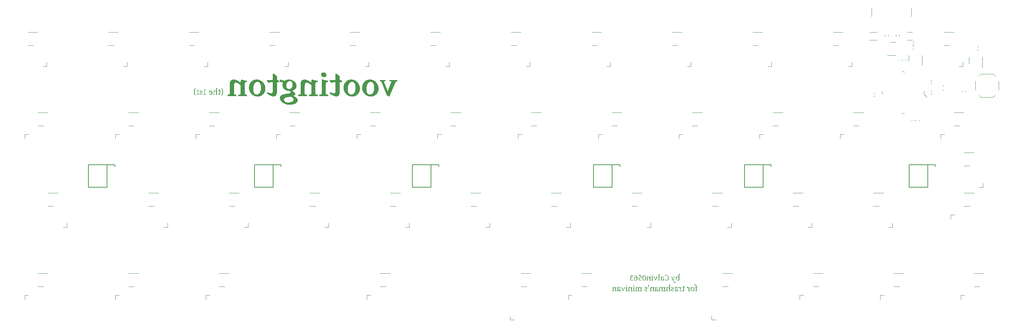
<source format=gbr>
G04 #@! TF.GenerationSoftware,KiCad,Pcbnew,(7.0.0)*
G04 #@! TF.CreationDate,2023-09-24T22:26:46+02:00*
G04 #@! TF.ProjectId,vootington,766f6f74-696e-4677-946f-6e2e6b696361,rev?*
G04 #@! TF.SameCoordinates,Original*
G04 #@! TF.FileFunction,Legend,Bot*
G04 #@! TF.FilePolarity,Positive*
%FSLAX46Y46*%
G04 Gerber Fmt 4.6, Leading zero omitted, Abs format (unit mm)*
G04 Created by KiCad (PCBNEW (7.0.0)) date 2023-09-24 22:26:46*
%MOMM*%
%LPD*%
G01*
G04 APERTURE LIST*
%ADD10C,0.150000*%
%ADD11C,1.200000*%
%ADD12C,0.120000*%
%ADD13C,0.170180*%
%ADD14C,0.002540*%
G04 APERTURE END LIST*
D10*
G36*
X189863135Y-96994566D02*
G01*
X189877944Y-97001830D01*
X189892857Y-97008625D01*
X189907872Y-97014951D01*
X189922990Y-97020807D01*
X189938211Y-97026193D01*
X189953536Y-97031111D01*
X189968963Y-97035559D01*
X189984539Y-97039766D01*
X190000310Y-97043962D01*
X190016275Y-97048147D01*
X190032436Y-97052320D01*
X190048790Y-97056481D01*
X190065340Y-97060632D01*
X190082084Y-97064770D01*
X190099022Y-97068898D01*
X190099022Y-97109564D01*
X190093817Y-97110202D01*
X190078941Y-97112083D01*
X190062985Y-97114212D01*
X190046596Y-97116559D01*
X190030512Y-97119090D01*
X190016631Y-97122052D01*
X190002262Y-97127562D01*
X189989846Y-97135942D01*
X189980896Y-97146273D01*
X189974198Y-97159634D01*
X189970062Y-97174411D01*
X189968584Y-97182847D01*
X189966741Y-97198578D01*
X189965654Y-97214596D01*
X189965113Y-97230001D01*
X189964933Y-97246951D01*
X189964933Y-98475737D01*
X189954521Y-98481449D01*
X189940728Y-98488885D01*
X189927038Y-98496115D01*
X189913451Y-98503139D01*
X189899967Y-98509957D01*
X189886586Y-98516568D01*
X189873308Y-98522974D01*
X189856856Y-98530691D01*
X189850292Y-98533639D01*
X189834160Y-98540759D01*
X189818422Y-98547521D01*
X189803077Y-98553925D01*
X189788125Y-98559972D01*
X189773567Y-98565660D01*
X189759403Y-98570991D01*
X189756619Y-98571992D01*
X189740339Y-98577693D01*
X189724780Y-98582880D01*
X189709942Y-98587551D01*
X189695826Y-98591707D01*
X189680268Y-98595904D01*
X189671807Y-98597965D01*
X189656328Y-98601262D01*
X189641214Y-98603658D01*
X189626046Y-98604697D01*
X189607155Y-98604336D01*
X189588585Y-98603254D01*
X189570336Y-98601451D01*
X189552407Y-98598927D01*
X189534798Y-98595681D01*
X189517511Y-98591714D01*
X189500543Y-98587025D01*
X189483897Y-98581616D01*
X189467582Y-98575680D01*
X189451611Y-98569228D01*
X189435983Y-98562262D01*
X189420699Y-98554780D01*
X189405758Y-98546783D01*
X189391161Y-98538270D01*
X189376907Y-98529243D01*
X189362996Y-98519700D01*
X189349355Y-98509688D01*
X189336092Y-98499253D01*
X189323206Y-98488393D01*
X189310698Y-98477110D01*
X189298568Y-98465404D01*
X189286816Y-98453274D01*
X189275441Y-98440720D01*
X189264444Y-98427743D01*
X189253763Y-98414371D01*
X189243516Y-98400815D01*
X189233704Y-98387076D01*
X189224328Y-98373155D01*
X189215386Y-98359050D01*
X189206880Y-98344761D01*
X189198808Y-98330290D01*
X189191172Y-98315635D01*
X189183890Y-98300758D01*
X189177067Y-98285800D01*
X189170701Y-98270762D01*
X189164793Y-98255643D01*
X189159344Y-98240445D01*
X189154352Y-98225166D01*
X189149818Y-98209808D01*
X189145742Y-98194369D01*
X189142136Y-98178850D01*
X189139011Y-98163434D01*
X189137583Y-98155168D01*
X189269574Y-98155168D01*
X189269638Y-98162438D01*
X189270362Y-98180513D01*
X189271892Y-98198445D01*
X189274226Y-98216233D01*
X189277366Y-98233879D01*
X189281310Y-98251381D01*
X189286060Y-98268741D01*
X189288184Y-98275566D01*
X189294044Y-98292240D01*
X189300692Y-98308360D01*
X189308126Y-98323925D01*
X189316348Y-98338935D01*
X189325357Y-98353391D01*
X189335153Y-98367293D01*
X189339243Y-98372677D01*
X189349994Y-98385560D01*
X189361497Y-98397621D01*
X189373751Y-98408859D01*
X189386756Y-98419274D01*
X189400512Y-98428866D01*
X189415020Y-98437635D01*
X189427076Y-98443817D01*
X189442822Y-98450386D01*
X189459319Y-98455667D01*
X189476567Y-98459659D01*
X189494567Y-98462364D01*
X189509508Y-98463601D01*
X189524929Y-98464013D01*
X189529801Y-98463939D01*
X189545264Y-98462966D01*
X189560169Y-98461334D01*
X189575121Y-98459250D01*
X189585041Y-98457495D01*
X189599559Y-98454528D01*
X189614814Y-98450964D01*
X189630804Y-98446804D01*
X189645097Y-98442764D01*
X189649923Y-98441265D01*
X189664606Y-98436375D01*
X189679598Y-98430893D01*
X189694900Y-98424818D01*
X189710510Y-98418150D01*
X189726430Y-98410890D01*
X189731781Y-98408333D01*
X189745095Y-98401601D01*
X189758321Y-98394387D01*
X189771457Y-98386689D01*
X189784503Y-98378508D01*
X189797460Y-98369845D01*
X189810327Y-98360698D01*
X189810327Y-97952568D01*
X189799520Y-97937410D01*
X189788712Y-97922893D01*
X189777904Y-97909017D01*
X189767096Y-97895782D01*
X189756289Y-97883188D01*
X189745481Y-97871236D01*
X189734673Y-97859924D01*
X189723865Y-97849254D01*
X189721168Y-97846660D01*
X189707834Y-97834197D01*
X189694750Y-97822575D01*
X189681917Y-97811793D01*
X189669334Y-97801852D01*
X189657001Y-97792752D01*
X189642532Y-97782942D01*
X189630813Y-97775514D01*
X189617246Y-97767546D01*
X189604221Y-97760608D01*
X189589707Y-97753816D01*
X189574022Y-97747771D01*
X189570267Y-97746484D01*
X189556162Y-97742168D01*
X189540592Y-97738640D01*
X189524929Y-97737146D01*
X189518760Y-97737256D01*
X189503449Y-97738496D01*
X189488299Y-97741113D01*
X189473310Y-97745108D01*
X189458482Y-97750480D01*
X189443815Y-97757229D01*
X189429308Y-97765356D01*
X189415037Y-97774675D01*
X189401302Y-97785227D01*
X189388103Y-97797014D01*
X189375441Y-97810036D01*
X189365698Y-97821341D01*
X189356299Y-97833437D01*
X189347243Y-97846323D01*
X189345036Y-97849667D01*
X189336495Y-97863523D01*
X189328412Y-97878146D01*
X189320787Y-97893536D01*
X189313620Y-97909693D01*
X189306911Y-97926618D01*
X189300660Y-97944309D01*
X189294867Y-97962768D01*
X189290823Y-97977115D01*
X189288250Y-97986912D01*
X189284701Y-98001941D01*
X189281526Y-98017369D01*
X189278725Y-98033196D01*
X189276297Y-98049423D01*
X189274243Y-98066049D01*
X189272562Y-98083074D01*
X189271254Y-98100499D01*
X189270321Y-98118322D01*
X189269760Y-98136546D01*
X189269574Y-98155168D01*
X189137583Y-98155168D01*
X189136366Y-98148121D01*
X189134202Y-98132911D01*
X189132519Y-98117804D01*
X189131317Y-98102801D01*
X189130596Y-98087900D01*
X189130355Y-98073102D01*
X189130450Y-98059314D01*
X189130946Y-98038958D01*
X189131866Y-98018995D01*
X189133212Y-97999425D01*
X189134983Y-97980248D01*
X189137179Y-97961463D01*
X189139800Y-97943072D01*
X189142847Y-97925073D01*
X189146318Y-97907467D01*
X189150214Y-97890254D01*
X189154535Y-97873434D01*
X189159233Y-97857048D01*
X189164260Y-97841139D01*
X189169614Y-97825707D01*
X189175298Y-97810751D01*
X189181309Y-97796272D01*
X189187650Y-97782269D01*
X189194318Y-97768743D01*
X189201315Y-97755693D01*
X189211156Y-97739035D01*
X189221580Y-97723224D01*
X189232554Y-97708289D01*
X189244043Y-97694259D01*
X189256047Y-97681133D01*
X189268566Y-97668911D01*
X189281601Y-97657594D01*
X189295150Y-97647181D01*
X189309215Y-97637673D01*
X189323796Y-97629069D01*
X189338713Y-97621427D01*
X189353975Y-97614803D01*
X189369580Y-97609199D01*
X189385528Y-97604614D01*
X189401820Y-97601048D01*
X189418455Y-97598500D01*
X189435434Y-97596972D01*
X189452756Y-97596462D01*
X189460426Y-97596680D01*
X189476730Y-97598420D01*
X189492047Y-97601370D01*
X189508346Y-97605653D01*
X189523098Y-97610384D01*
X189538318Y-97616120D01*
X189554027Y-97622886D01*
X189567492Y-97629312D01*
X189581297Y-97636453D01*
X189595441Y-97644310D01*
X189609926Y-97652882D01*
X189615804Y-97656515D01*
X189630635Y-97666121D01*
X189645664Y-97676479D01*
X189657828Y-97685306D01*
X189670119Y-97694614D01*
X189682535Y-97704402D01*
X189695077Y-97714672D01*
X189707745Y-97725423D01*
X189710929Y-97728186D01*
X189723677Y-97739555D01*
X189736448Y-97751427D01*
X189749242Y-97763804D01*
X189762059Y-97776684D01*
X189774899Y-97790067D01*
X189787762Y-97803955D01*
X189800648Y-97818346D01*
X189810327Y-97829470D01*
X189810327Y-97021637D01*
X189814449Y-97018065D01*
X189825715Y-97008448D01*
X189827272Y-97007148D01*
X189838171Y-96997090D01*
X189848429Y-96986832D01*
X189863135Y-96994566D01*
G37*
G36*
X188024668Y-97664240D02*
G01*
X188039528Y-97667835D01*
X188054550Y-97671715D01*
X188069133Y-97675822D01*
X188075592Y-97677795D01*
X188090220Y-97683097D01*
X188104243Y-97689817D01*
X188107466Y-97691717D01*
X188119445Y-97701068D01*
X188126517Y-97709303D01*
X188133831Y-97722986D01*
X188138241Y-97734582D01*
X188482257Y-98665147D01*
X188487699Y-98679352D01*
X188493219Y-98693300D01*
X188498816Y-98706990D01*
X188507357Y-98727042D01*
X188516071Y-98746514D01*
X188524959Y-98765407D01*
X188534021Y-98783720D01*
X188543257Y-98801454D01*
X188552667Y-98818608D01*
X188562251Y-98835182D01*
X188572009Y-98851177D01*
X188578611Y-98861518D01*
X188588607Y-98876576D01*
X188598673Y-98891112D01*
X188608811Y-98905127D01*
X188619019Y-98918619D01*
X188629299Y-98931591D01*
X188639649Y-98944040D01*
X188650070Y-98955968D01*
X188660562Y-98967375D01*
X188671124Y-98978259D01*
X188681758Y-98988622D01*
X188688886Y-98995241D01*
X188703186Y-99007904D01*
X188717508Y-99019696D01*
X188731854Y-99030618D01*
X188746222Y-99040670D01*
X188760613Y-99049852D01*
X188775028Y-99058164D01*
X188789465Y-99065606D01*
X188803925Y-99072178D01*
X188818213Y-99078017D01*
X188832318Y-99083077D01*
X188849692Y-99088308D01*
X188866779Y-99092322D01*
X188883580Y-99095120D01*
X188900095Y-99096701D01*
X188913101Y-99097090D01*
X188929954Y-99096845D01*
X188946210Y-99096109D01*
X188961870Y-99094881D01*
X188976934Y-99093163D01*
X188985275Y-99091961D01*
X189001189Y-99089236D01*
X189015958Y-99086191D01*
X189031205Y-99082382D01*
X189042061Y-99079139D01*
X189056969Y-99073589D01*
X189070467Y-99066943D01*
X189078698Y-99061553D01*
X189089275Y-99051250D01*
X189092253Y-99042502D01*
X189086366Y-99028051D01*
X189079797Y-99017589D01*
X189070706Y-99004311D01*
X189061089Y-98991488D01*
X189051332Y-98979336D01*
X189049022Y-98976557D01*
X189038338Y-98964279D01*
X189027307Y-98952175D01*
X189015927Y-98940245D01*
X189009455Y-98933692D01*
X188997879Y-98922963D01*
X188985901Y-98912945D01*
X188973799Y-98904240D01*
X188971719Y-98902917D01*
X188956281Y-98911300D01*
X188940879Y-98918359D01*
X188925512Y-98924094D01*
X188910182Y-98928506D01*
X188894887Y-98931593D01*
X188879627Y-98933357D01*
X188873534Y-98933692D01*
X188858461Y-98933976D01*
X188841081Y-98933255D01*
X188824475Y-98931375D01*
X188808641Y-98928335D01*
X188793580Y-98924136D01*
X188786339Y-98921602D01*
X188772801Y-98915372D01*
X188759291Y-98906327D01*
X188747659Y-98896773D01*
X188743108Y-98892659D01*
X188732191Y-98882213D01*
X188721239Y-98870750D01*
X188710252Y-98858271D01*
X188700807Y-98846764D01*
X188692916Y-98836605D01*
X188683475Y-98823931D01*
X188674111Y-98810639D01*
X188664825Y-98796729D01*
X188655616Y-98782200D01*
X188648000Y-98769621D01*
X188643457Y-98761867D01*
X188636044Y-98748753D01*
X188628917Y-98735513D01*
X188622076Y-98722148D01*
X188615522Y-98708658D01*
X188609254Y-98695043D01*
X188603271Y-98681303D01*
X188600959Y-98675771D01*
X188570917Y-98604330D01*
X188909071Y-97734582D01*
X188914750Y-97720980D01*
X188923766Y-97707759D01*
X188935564Y-97696740D01*
X188944975Y-97690618D01*
X188959904Y-97683336D01*
X188975522Y-97677341D01*
X188990806Y-97672481D01*
X189007842Y-97667878D01*
X189023377Y-97664240D01*
X189023377Y-97619910D01*
X188625505Y-97619910D01*
X188625505Y-97664240D01*
X188640090Y-97666176D01*
X188655770Y-97668468D01*
X188671930Y-97671129D01*
X188687866Y-97674179D01*
X188691084Y-97674864D01*
X188705775Y-97678320D01*
X188720475Y-97683129D01*
X188730285Y-97687687D01*
X188741769Y-97696896D01*
X188746405Y-97706738D01*
X188745739Y-97722033D01*
X188742009Y-97734582D01*
X188488485Y-98392572D01*
X188250348Y-97734582D01*
X188247380Y-97719473D01*
X188248883Y-97708203D01*
X188257469Y-97695753D01*
X188266468Y-97689519D01*
X188280824Y-97683208D01*
X188295153Y-97678839D01*
X188305669Y-97676330D01*
X188320903Y-97673003D01*
X188336147Y-97669998D01*
X188350801Y-97667331D01*
X188366681Y-97664629D01*
X188369050Y-97664240D01*
X188369050Y-97619910D01*
X188024668Y-97619910D01*
X188024668Y-97664240D01*
G37*
G36*
X186498761Y-98362896D02*
G01*
X186511077Y-98375814D01*
X186523297Y-98388326D01*
X186535420Y-98400432D01*
X186547447Y-98412132D01*
X186559377Y-98423427D01*
X186571211Y-98434316D01*
X186582947Y-98444799D01*
X186594588Y-98454877D01*
X186606131Y-98464549D01*
X186617579Y-98473815D01*
X186625156Y-98479767D01*
X186640114Y-98491187D01*
X186654946Y-98502000D01*
X186669652Y-98512207D01*
X186684233Y-98521807D01*
X186698687Y-98530800D01*
X186713015Y-98539186D01*
X186727217Y-98546966D01*
X186741294Y-98554139D01*
X186755279Y-98560676D01*
X186769206Y-98566732D01*
X186783076Y-98572308D01*
X186796890Y-98577403D01*
X186814075Y-98583095D01*
X186831172Y-98588036D01*
X186848179Y-98592225D01*
X186851569Y-98592973D01*
X186868496Y-98596351D01*
X186885387Y-98599156D01*
X186902241Y-98601388D01*
X186919061Y-98603048D01*
X186935844Y-98604136D01*
X186952591Y-98604651D01*
X186959281Y-98604697D01*
X186977246Y-98604317D01*
X186995147Y-98603177D01*
X187012984Y-98601277D01*
X187030756Y-98598617D01*
X187048464Y-98595198D01*
X187066107Y-98591018D01*
X187083686Y-98586079D01*
X187101201Y-98580379D01*
X187118651Y-98573920D01*
X187136037Y-98566701D01*
X187147592Y-98561466D01*
X187164670Y-98553025D01*
X187181419Y-98543915D01*
X187197840Y-98534134D01*
X187213932Y-98523685D01*
X187229696Y-98512565D01*
X187245132Y-98500775D01*
X187260239Y-98488316D01*
X187275018Y-98475187D01*
X187289468Y-98461388D01*
X187303590Y-98446920D01*
X187312822Y-98436902D01*
X187326247Y-98421265D01*
X187339183Y-98404990D01*
X187351629Y-98388077D01*
X187363586Y-98370527D01*
X187375054Y-98352339D01*
X187386032Y-98333514D01*
X187393079Y-98320610D01*
X187399908Y-98307422D01*
X187406520Y-98293951D01*
X187412914Y-98280197D01*
X187419091Y-98266159D01*
X187425050Y-98251838D01*
X187430791Y-98237233D01*
X187436204Y-98222366D01*
X187441267Y-98207255D01*
X187445981Y-98191900D01*
X187450346Y-98176302D01*
X187454362Y-98160462D01*
X187458028Y-98144377D01*
X187461346Y-98128050D01*
X187464314Y-98111479D01*
X187466933Y-98094665D01*
X187469202Y-98077607D01*
X187471123Y-98060307D01*
X187472694Y-98042763D01*
X187473916Y-98024975D01*
X187474789Y-98006945D01*
X187475313Y-97988671D01*
X187475488Y-97970154D01*
X187475293Y-97949668D01*
X187474709Y-97929424D01*
X187473736Y-97909425D01*
X187472374Y-97889668D01*
X187470622Y-97870155D01*
X187468481Y-97850885D01*
X187465951Y-97831859D01*
X187463031Y-97813075D01*
X187459723Y-97794535D01*
X187456025Y-97776238D01*
X187451937Y-97758185D01*
X187447461Y-97740375D01*
X187442595Y-97722808D01*
X187437340Y-97705484D01*
X187431696Y-97688404D01*
X187425662Y-97671567D01*
X187419251Y-97654959D01*
X187412565Y-97638657D01*
X187405604Y-97622662D01*
X187398368Y-97606972D01*
X187390858Y-97591589D01*
X187383072Y-97576513D01*
X187375012Y-97561742D01*
X187366678Y-97547278D01*
X187358068Y-97533120D01*
X187349184Y-97519268D01*
X187340025Y-97505723D01*
X187330591Y-97492484D01*
X187320882Y-97479551D01*
X187310899Y-97466924D01*
X187300640Y-97454604D01*
X187290107Y-97442589D01*
X187279284Y-97430899D01*
X187268246Y-97419548D01*
X187256993Y-97408539D01*
X187245525Y-97397870D01*
X187233843Y-97387542D01*
X187221947Y-97377554D01*
X187209835Y-97367907D01*
X187197509Y-97358600D01*
X187184968Y-97349634D01*
X187172213Y-97341009D01*
X187159242Y-97332724D01*
X187146058Y-97324780D01*
X187132658Y-97317177D01*
X187119044Y-97309914D01*
X187105215Y-97302992D01*
X187091172Y-97296410D01*
X187076968Y-97290155D01*
X187062658Y-97284303D01*
X187048243Y-97278855D01*
X187033721Y-97273810D01*
X187019094Y-97269169D01*
X187004360Y-97264931D01*
X186989521Y-97261097D01*
X186974576Y-97257667D01*
X186959525Y-97254640D01*
X186944368Y-97252017D01*
X186929106Y-97249797D01*
X186913737Y-97247981D01*
X186898262Y-97246569D01*
X186882682Y-97245560D01*
X186866995Y-97244954D01*
X186851203Y-97244753D01*
X186830562Y-97244972D01*
X186810404Y-97245628D01*
X186790728Y-97246723D01*
X186771536Y-97248256D01*
X186752827Y-97250227D01*
X186734600Y-97252635D01*
X186716857Y-97255482D01*
X186699597Y-97258766D01*
X186682820Y-97262488D01*
X186666525Y-97266649D01*
X186655931Y-97269665D01*
X186640464Y-97274368D01*
X186625526Y-97279270D01*
X186611115Y-97284371D01*
X186597232Y-97289672D01*
X186579544Y-97297051D01*
X186562794Y-97304785D01*
X186546983Y-97312873D01*
X186532111Y-97321317D01*
X186518178Y-97330116D01*
X186518883Y-97345002D01*
X186521475Y-97349533D01*
X186530066Y-97362463D01*
X186539129Y-97374537D01*
X186546754Y-97383971D01*
X186556851Y-97396143D01*
X186567448Y-97408386D01*
X186577414Y-97419466D01*
X186580826Y-97423172D01*
X186591474Y-97434628D01*
X186601864Y-97445659D01*
X186610868Y-97455046D01*
X186647138Y-97448818D01*
X186660545Y-97437002D01*
X186674570Y-97425737D01*
X186689213Y-97415020D01*
X186704474Y-97404854D01*
X186720354Y-97395237D01*
X186736852Y-97386169D01*
X186753968Y-97377651D01*
X186771702Y-97369683D01*
X186785425Y-97364118D01*
X186799527Y-97359100D01*
X186814010Y-97354629D01*
X186828872Y-97350706D01*
X186844114Y-97347331D01*
X186859737Y-97344502D01*
X186875739Y-97342222D01*
X186892121Y-97340488D01*
X186908884Y-97339302D01*
X186926026Y-97338664D01*
X186937665Y-97338542D01*
X186953368Y-97339173D01*
X186969702Y-97341066D01*
X186984205Y-97343694D01*
X186999171Y-97347249D01*
X187014602Y-97351731D01*
X187030165Y-97357218D01*
X187045805Y-97363787D01*
X187061523Y-97371437D01*
X187074681Y-97378639D01*
X187087892Y-97386593D01*
X187098499Y-97393497D01*
X187111594Y-97402750D01*
X187124545Y-97412881D01*
X187137354Y-97423888D01*
X187150019Y-97435772D01*
X187162541Y-97448532D01*
X187172456Y-97459371D01*
X187179832Y-97467868D01*
X187189495Y-97479621D01*
X187198883Y-97491980D01*
X187207996Y-97504946D01*
X187216835Y-97518518D01*
X187225398Y-97532698D01*
X187233687Y-97547484D01*
X187241702Y-97562877D01*
X187249441Y-97578877D01*
X187256848Y-97595506D01*
X187263867Y-97612788D01*
X187270495Y-97630723D01*
X187275212Y-97644602D01*
X187279709Y-97658849D01*
X187283987Y-97673462D01*
X187288047Y-97688443D01*
X187291887Y-97703790D01*
X187295508Y-97719505D01*
X187297801Y-97730185D01*
X187301009Y-97746472D01*
X187303902Y-97763184D01*
X187306479Y-97780321D01*
X187308740Y-97797883D01*
X187310686Y-97815869D01*
X187312317Y-97834281D01*
X187313632Y-97853118D01*
X187314631Y-97872380D01*
X187315315Y-97892068D01*
X187315683Y-97912180D01*
X187315753Y-97925824D01*
X187315598Y-97943183D01*
X187315135Y-97960274D01*
X187314362Y-97977095D01*
X187313280Y-97993647D01*
X187311889Y-98009930D01*
X187310189Y-98025944D01*
X187308179Y-98041689D01*
X187305861Y-98057165D01*
X187303234Y-98072372D01*
X187300297Y-98087310D01*
X187297051Y-98101979D01*
X187293496Y-98116379D01*
X187287584Y-98137474D01*
X187280977Y-98157964D01*
X187276186Y-98171288D01*
X187268567Y-98190759D01*
X187260549Y-98209606D01*
X187252132Y-98227828D01*
X187243316Y-98245425D01*
X187234100Y-98262398D01*
X187224485Y-98278746D01*
X187214471Y-98294469D01*
X187204058Y-98309567D01*
X187193245Y-98324041D01*
X187182033Y-98337891D01*
X187174336Y-98346776D01*
X187162467Y-98359594D01*
X187150354Y-98371806D01*
X187137995Y-98383414D01*
X187125392Y-98394415D01*
X187112545Y-98404811D01*
X187099452Y-98414602D01*
X187086115Y-98423788D01*
X187072533Y-98432368D01*
X187058706Y-98440343D01*
X187044635Y-98447713D01*
X187035118Y-98452289D01*
X187020728Y-98458575D01*
X187006408Y-98464242D01*
X186992160Y-98469291D01*
X186977982Y-98473722D01*
X186959189Y-98478668D01*
X186940522Y-98482514D01*
X186921980Y-98485262D01*
X186903565Y-98486911D01*
X186885275Y-98487460D01*
X186867041Y-98486530D01*
X186851256Y-98484446D01*
X186834406Y-98481172D01*
X186816491Y-98476707D01*
X186802356Y-98472577D01*
X186787623Y-98467777D01*
X186772290Y-98462307D01*
X186756359Y-98456168D01*
X186739828Y-98449358D01*
X186722792Y-98441715D01*
X186705344Y-98433074D01*
X186687484Y-98423434D01*
X186669212Y-98412796D01*
X186650527Y-98401160D01*
X186637842Y-98392848D01*
X186624973Y-98384093D01*
X186611921Y-98374894D01*
X186598686Y-98365251D01*
X186585268Y-98355164D01*
X186571667Y-98344634D01*
X186557883Y-98333661D01*
X186543915Y-98322243D01*
X186536862Y-98316368D01*
X186526238Y-98325161D01*
X186516868Y-98336811D01*
X186515247Y-98339083D01*
X186507113Y-98351344D01*
X186506088Y-98353005D01*
X186498761Y-98362896D01*
G37*
G36*
X185877939Y-97596771D02*
G01*
X185894374Y-97597699D01*
X185910958Y-97599244D01*
X185927690Y-97601408D01*
X185944572Y-97604190D01*
X185961602Y-97607591D01*
X185978781Y-97611609D01*
X185996109Y-97616246D01*
X186013397Y-97621404D01*
X186030455Y-97626985D01*
X186047285Y-97632990D01*
X186063886Y-97639419D01*
X186080258Y-97646271D01*
X186096401Y-97653546D01*
X186112315Y-97661246D01*
X186128000Y-97669369D01*
X186143359Y-97677927D01*
X186158294Y-97686931D01*
X186172805Y-97696382D01*
X186186893Y-97706280D01*
X186200557Y-97716624D01*
X186213798Y-97727415D01*
X186226615Y-97738652D01*
X186239008Y-97750335D01*
X186244956Y-97756259D01*
X186256268Y-97768200D01*
X186266801Y-97780267D01*
X186276555Y-97792460D01*
X186285531Y-97804779D01*
X186293728Y-97817224D01*
X186302880Y-97832957D01*
X186310816Y-97848887D01*
X186296528Y-97889187D01*
X186284815Y-97890252D01*
X186269915Y-97889237D01*
X186254762Y-97886989D01*
X186240039Y-97884173D01*
X186225178Y-97880853D01*
X186210180Y-97877029D01*
X186195045Y-97872701D01*
X186185748Y-97869776D01*
X186171729Y-97864836D01*
X186157216Y-97858895D01*
X186142655Y-97851818D01*
X186129191Y-97843163D01*
X186121405Y-97830569D01*
X186121928Y-97820990D01*
X186120884Y-97804513D01*
X186117291Y-97789021D01*
X186111147Y-97774515D01*
X186105716Y-97765268D01*
X186096265Y-97752265D01*
X186085250Y-97740306D01*
X186074144Y-97730552D01*
X186061734Y-97721736D01*
X186048316Y-97713974D01*
X186033890Y-97707265D01*
X186018457Y-97701609D01*
X186016441Y-97700977D01*
X186002291Y-97697052D01*
X185986034Y-97693640D01*
X185969685Y-97691374D01*
X185953244Y-97690252D01*
X185946992Y-97690166D01*
X185931949Y-97690402D01*
X185915007Y-97691535D01*
X185899277Y-97693596D01*
X185884757Y-97696584D01*
X185869347Y-97701243D01*
X185867277Y-97701985D01*
X185853547Y-97707745D01*
X185839488Y-97715531D01*
X185827169Y-97724598D01*
X185816590Y-97734948D01*
X185807431Y-97746466D01*
X185799738Y-97759036D01*
X185793509Y-97772661D01*
X185788747Y-97787338D01*
X185788228Y-97789243D01*
X185784673Y-97804791D01*
X185782172Y-97820888D01*
X185780723Y-97837534D01*
X185780320Y-97852551D01*
X185780320Y-97997631D01*
X185794956Y-97999789D01*
X185816325Y-98003048D01*
X185836992Y-98006332D01*
X185856957Y-98009643D01*
X185876220Y-98012978D01*
X185894782Y-98016340D01*
X185912641Y-98019728D01*
X185929798Y-98023141D01*
X185946253Y-98026580D01*
X185962007Y-98030044D01*
X185977058Y-98033535D01*
X185991526Y-98036989D01*
X186010097Y-98041654D01*
X186027842Y-98046388D01*
X186044764Y-98051191D01*
X186060861Y-98056063D01*
X186076134Y-98061003D01*
X186090582Y-98066012D01*
X186107484Y-98072370D01*
X186120169Y-98077527D01*
X186135124Y-98084055D01*
X186149077Y-98090672D01*
X186164499Y-98098731D01*
X186178478Y-98106918D01*
X186191015Y-98115234D01*
X186198703Y-98120770D01*
X186211688Y-98130650D01*
X186224078Y-98140775D01*
X186235871Y-98151146D01*
X186247068Y-98161762D01*
X186254119Y-98169032D01*
X186265455Y-98181706D01*
X186276273Y-98195078D01*
X186286571Y-98209148D01*
X186296351Y-98223915D01*
X186305612Y-98239380D01*
X186312648Y-98252254D01*
X186319002Y-98265753D01*
X186324509Y-98280052D01*
X186329168Y-98295153D01*
X186332981Y-98311056D01*
X186335946Y-98327760D01*
X186338064Y-98345265D01*
X186339335Y-98363572D01*
X186339759Y-98382680D01*
X186339678Y-98390076D01*
X186338777Y-98407965D01*
X186336873Y-98424995D01*
X186333968Y-98441167D01*
X186330061Y-98456480D01*
X186325153Y-98470934D01*
X186319242Y-98484529D01*
X186316635Y-98489736D01*
X186308297Y-98504634D01*
X186299187Y-98518450D01*
X186289303Y-98531184D01*
X186278647Y-98542836D01*
X186267218Y-98553406D01*
X186263250Y-98556692D01*
X186250984Y-98565862D01*
X186238177Y-98574002D01*
X186224829Y-98581112D01*
X186210940Y-98587191D01*
X186196510Y-98592240D01*
X186184313Y-98595829D01*
X186169819Y-98599332D01*
X186153105Y-98602313D01*
X186136600Y-98604101D01*
X186120306Y-98604697D01*
X186109841Y-98604446D01*
X186094649Y-98603254D01*
X186078826Y-98601080D01*
X186062372Y-98597925D01*
X186047766Y-98594439D01*
X186037720Y-98591702D01*
X186022414Y-98586954D01*
X186006825Y-98581433D01*
X185990953Y-98575139D01*
X185977509Y-98569303D01*
X185963869Y-98562931D01*
X185958320Y-98560226D01*
X185944387Y-98553039D01*
X185930364Y-98545243D01*
X185916251Y-98536839D01*
X185902049Y-98527826D01*
X185887758Y-98518206D01*
X185873377Y-98507977D01*
X185861745Y-98499361D01*
X185850113Y-98490368D01*
X185838481Y-98480997D01*
X185826849Y-98471249D01*
X185815216Y-98461122D01*
X185803584Y-98450618D01*
X185791952Y-98439736D01*
X185780320Y-98428476D01*
X185779967Y-98438641D01*
X185778788Y-98458138D01*
X185776979Y-98476525D01*
X185774540Y-98493801D01*
X185771472Y-98509967D01*
X185767774Y-98525023D01*
X185762266Y-98542280D01*
X185755774Y-98557802D01*
X185749918Y-98568793D01*
X185740468Y-98582532D01*
X185728434Y-98594393D01*
X185715314Y-98601766D01*
X185698987Y-98604697D01*
X185689254Y-98603999D01*
X185673313Y-98600678D01*
X185657501Y-98595655D01*
X185642809Y-98589934D01*
X185626739Y-98582818D01*
X185612892Y-98576120D01*
X185601908Y-98570388D01*
X185586432Y-98561792D01*
X185570006Y-98552110D01*
X185557063Y-98544134D01*
X185543585Y-98535546D01*
X185529573Y-98526346D01*
X185515026Y-98516535D01*
X185499944Y-98506112D01*
X185484328Y-98495077D01*
X185468178Y-98483430D01*
X185483565Y-98436169D01*
X185488623Y-98438319D01*
X185502937Y-98444183D01*
X185518008Y-98449919D01*
X185533087Y-98455013D01*
X185547313Y-98458884D01*
X185554205Y-98460361D01*
X185569069Y-98462886D01*
X185584315Y-98464013D01*
X185589975Y-98463575D01*
X185603920Y-98457684D01*
X185614357Y-98446061D01*
X185615056Y-98444893D01*
X185620823Y-98430610D01*
X185623840Y-98415784D01*
X185625315Y-98400331D01*
X185625715Y-98385245D01*
X185625715Y-98066141D01*
X185780320Y-98066141D01*
X185780320Y-98333221D01*
X185785212Y-98337422D01*
X185799783Y-98349599D01*
X185814200Y-98361138D01*
X185828463Y-98372040D01*
X185842571Y-98382304D01*
X185856524Y-98391931D01*
X185870323Y-98400920D01*
X185883967Y-98409272D01*
X185897457Y-98416986D01*
X185910792Y-98424062D01*
X185928331Y-98432506D01*
X185945528Y-98439890D01*
X185962495Y-98446290D01*
X185979233Y-98451705D01*
X185995742Y-98456136D01*
X186012023Y-98459582D01*
X186028074Y-98462044D01*
X186043896Y-98463521D01*
X186059490Y-98464013D01*
X186062965Y-98463933D01*
X186077524Y-98462205D01*
X186092096Y-98458884D01*
X186102697Y-98455216D01*
X186116470Y-98447892D01*
X186128733Y-98438734D01*
X186131919Y-98435824D01*
X186141937Y-98424776D01*
X186151025Y-98411653D01*
X186158408Y-98398067D01*
X186161328Y-98391330D01*
X186165999Y-98376446D01*
X186168809Y-98361883D01*
X186170427Y-98345882D01*
X186170865Y-98331023D01*
X186170800Y-98325028D01*
X186169834Y-98307644D01*
X186167709Y-98291162D01*
X186164425Y-98275581D01*
X186159981Y-98260903D01*
X186154378Y-98247125D01*
X186150096Y-98238361D01*
X186141832Y-98223602D01*
X186132585Y-98209580D01*
X186122357Y-98196294D01*
X186111147Y-98183744D01*
X186108011Y-98180466D01*
X186096906Y-98169819D01*
X186084798Y-98159601D01*
X186073045Y-98150771D01*
X186071680Y-98149811D01*
X186058140Y-98141298D01*
X186044207Y-98133924D01*
X186030550Y-98127623D01*
X186015526Y-98121462D01*
X186001229Y-98116255D01*
X185985542Y-98111072D01*
X185971406Y-98106774D01*
X185956304Y-98102493D01*
X185940236Y-98098230D01*
X185923202Y-98093985D01*
X185912360Y-98091437D01*
X185897081Y-98088019D01*
X185880864Y-98084579D01*
X185863708Y-98081116D01*
X185845613Y-98077630D01*
X185826579Y-98074120D01*
X185811687Y-98071474D01*
X185796268Y-98068814D01*
X185780320Y-98066141D01*
X185625715Y-98066141D01*
X185625715Y-97816281D01*
X185625955Y-97803500D01*
X185627217Y-97784999D01*
X185629561Y-97767303D01*
X185632987Y-97750412D01*
X185637495Y-97734326D01*
X185643085Y-97719044D01*
X185649757Y-97704568D01*
X185657511Y-97690897D01*
X185666347Y-97678031D01*
X185676264Y-97665970D01*
X185687264Y-97654714D01*
X185695115Y-97647660D01*
X185707653Y-97637933D01*
X185721107Y-97629229D01*
X185735474Y-97621549D01*
X185750756Y-97614894D01*
X185766953Y-97609262D01*
X185784064Y-97604654D01*
X185802090Y-97601070D01*
X185821030Y-97598510D01*
X185840884Y-97596974D01*
X185861653Y-97596462D01*
X185877939Y-97596771D01*
G37*
G36*
X185397470Y-98581250D02*
G01*
X185397470Y-98536919D01*
X185381361Y-98534283D01*
X185366283Y-98531596D01*
X185349994Y-98528395D01*
X185335108Y-98525124D01*
X185323464Y-98522265D01*
X185309245Y-98518258D01*
X185295163Y-98513804D01*
X185280708Y-98508440D01*
X185276203Y-98506511D01*
X185262709Y-98499709D01*
X185250924Y-98490758D01*
X185243250Y-98477815D01*
X185242864Y-98474271D01*
X185242864Y-97248050D01*
X185243083Y-97231460D01*
X185243740Y-97216314D01*
X185245060Y-97200465D01*
X185247298Y-97184758D01*
X185249092Y-97176243D01*
X185253986Y-97161273D01*
X185261684Y-97147782D01*
X185271807Y-97137408D01*
X185284483Y-97129588D01*
X185298336Y-97124207D01*
X185312701Y-97120771D01*
X185316137Y-97120189D01*
X185331020Y-97117785D01*
X185345621Y-97115643D01*
X185361695Y-97113467D01*
X185376644Y-97111574D01*
X185387211Y-97110297D01*
X185387211Y-97069264D01*
X185368899Y-97065560D01*
X185350964Y-97061777D01*
X185333407Y-97057913D01*
X185316228Y-97053968D01*
X185299427Y-97049944D01*
X185283004Y-97045840D01*
X185266958Y-97041655D01*
X185251290Y-97037390D01*
X185235777Y-97032754D01*
X185220195Y-97027636D01*
X185204544Y-97022038D01*
X185188825Y-97015958D01*
X185173037Y-97009398D01*
X185157180Y-97002357D01*
X185141255Y-96994835D01*
X185125261Y-96986832D01*
X185088258Y-97021637D01*
X185088258Y-98474271D01*
X185081596Y-98487945D01*
X185068681Y-98497970D01*
X185055595Y-98505115D01*
X185053454Y-98506145D01*
X185038539Y-98512250D01*
X185023473Y-98517219D01*
X185006009Y-98522082D01*
X184990313Y-98525894D01*
X184973082Y-98529638D01*
X184954318Y-98533313D01*
X184939237Y-98536024D01*
X184934019Y-98536919D01*
X184934019Y-98581250D01*
X185397470Y-98581250D01*
G37*
G36*
X183871562Y-97663873D02*
G01*
X183886423Y-97667468D01*
X183901444Y-97671348D01*
X183916027Y-97675456D01*
X183922487Y-97677429D01*
X183937115Y-97682731D01*
X183951138Y-97689450D01*
X183954361Y-97691351D01*
X183966339Y-97700702D01*
X183973412Y-97708936D01*
X183980726Y-97722314D01*
X183985135Y-97733849D01*
X184276761Y-98513472D01*
X184283309Y-98526832D01*
X184292412Y-98540122D01*
X184302415Y-98550927D01*
X184303506Y-98551940D01*
X184314783Y-98561321D01*
X184327849Y-98570566D01*
X184341608Y-98578685D01*
X184355670Y-98585470D01*
X184369645Y-98591216D01*
X184382274Y-98595538D01*
X184396408Y-98599745D01*
X184411322Y-98603700D01*
X184415613Y-98604697D01*
X184755966Y-97733849D01*
X184761644Y-97720271D01*
X184770660Y-97707130D01*
X184782458Y-97696249D01*
X184791869Y-97690252D01*
X184806799Y-97682970D01*
X184822417Y-97676974D01*
X184837701Y-97672114D01*
X184854737Y-97667512D01*
X184870271Y-97663873D01*
X184870271Y-97619910D01*
X184472400Y-97619910D01*
X184472400Y-97663873D01*
X184486984Y-97665797D01*
X184502665Y-97668041D01*
X184518825Y-97670605D01*
X184534760Y-97673490D01*
X184537979Y-97674132D01*
X184552669Y-97677588D01*
X184567370Y-97682396D01*
X184577180Y-97686954D01*
X184588663Y-97696163D01*
X184593300Y-97706005D01*
X184592634Y-97721300D01*
X184588904Y-97733849D01*
X184335380Y-98391473D01*
X184097243Y-97733849D01*
X184093758Y-97718844D01*
X184093946Y-97707837D01*
X184101155Y-97694283D01*
X184107867Y-97689153D01*
X184121697Y-97682423D01*
X184136355Y-97677734D01*
X184143405Y-97675963D01*
X184159297Y-97672264D01*
X184174124Y-97669253D01*
X184188637Y-97666581D01*
X184204588Y-97663873D01*
X184204588Y-97619910D01*
X183871562Y-97619910D01*
X183871562Y-97663873D01*
G37*
G36*
X183784001Y-98581250D02*
G01*
X183784001Y-98537286D01*
X183767023Y-98533588D01*
X183751074Y-98529821D01*
X183736156Y-98525986D01*
X183718958Y-98521095D01*
X183703370Y-98516097D01*
X183689391Y-98510991D01*
X183677023Y-98505778D01*
X183662462Y-98498528D01*
X183648996Y-98489567D01*
X183639982Y-98477339D01*
X183639654Y-98474637D01*
X183639654Y-97893950D01*
X183639708Y-97878070D01*
X183639869Y-97863174D01*
X183640203Y-97846598D01*
X183640693Y-97831438D01*
X183641459Y-97815542D01*
X183641852Y-97809320D01*
X183643661Y-97794093D01*
X183647393Y-97779097D01*
X183653647Y-97765087D01*
X183657606Y-97759128D01*
X183668578Y-97747955D01*
X183681859Y-97739826D01*
X183696503Y-97734162D01*
X183700104Y-97733116D01*
X183716338Y-97729109D01*
X183733136Y-97725941D01*
X183749459Y-97723477D01*
X183764419Y-97721600D01*
X183780614Y-97719885D01*
X183784001Y-97719561D01*
X183784001Y-97678528D01*
X183767836Y-97675276D01*
X183753315Y-97672206D01*
X183738443Y-97668925D01*
X183723221Y-97665434D01*
X183716590Y-97663873D01*
X183701060Y-97659939D01*
X183685565Y-97655829D01*
X183670105Y-97651544D01*
X183654681Y-97647084D01*
X183645882Y-97644456D01*
X183630653Y-97639595D01*
X183615739Y-97634629D01*
X183601140Y-97629557D01*
X183586857Y-97624380D01*
X183578837Y-97621375D01*
X183565138Y-97615925D01*
X183550083Y-97609697D01*
X183535669Y-97603469D01*
X183521896Y-97597241D01*
X183520219Y-97596462D01*
X183485048Y-97596462D01*
X183485048Y-98474637D01*
X183477481Y-98487260D01*
X183465677Y-98496070D01*
X183452729Y-98503563D01*
X183450610Y-98504679D01*
X183436266Y-98511295D01*
X183422128Y-98516632D01*
X183406005Y-98521807D01*
X183391677Y-98525831D01*
X183376078Y-98529752D01*
X183359208Y-98533571D01*
X183341067Y-98537286D01*
X183341067Y-98581250D01*
X183784001Y-98581250D01*
G37*
G36*
X183454274Y-97293845D02*
G01*
X183455027Y-97309482D01*
X183457287Y-97324654D01*
X183461055Y-97339363D01*
X183463799Y-97347335D01*
X183469502Y-97361033D01*
X183477129Y-97375029D01*
X183486117Y-97387737D01*
X183489078Y-97391298D01*
X183499497Y-97402261D01*
X183511060Y-97411792D01*
X183523768Y-97419892D01*
X183526447Y-97421340D01*
X183540351Y-97427136D01*
X183555041Y-97430786D01*
X183570518Y-97432288D01*
X183573708Y-97432331D01*
X183590229Y-97431442D01*
X183604895Y-97428776D01*
X183619661Y-97423419D01*
X183633446Y-97414335D01*
X183640387Y-97407052D01*
X183649202Y-97393084D01*
X183654850Y-97378684D01*
X183658569Y-97362250D01*
X183660222Y-97346545D01*
X183660537Y-97335245D01*
X183659812Y-97319608D01*
X183657639Y-97304436D01*
X183654016Y-97289727D01*
X183651377Y-97281755D01*
X183645469Y-97268058D01*
X183637612Y-97254061D01*
X183628396Y-97241353D01*
X183625366Y-97237792D01*
X183614632Y-97226901D01*
X183603040Y-97217584D01*
X183590590Y-97209842D01*
X183587996Y-97208483D01*
X183574358Y-97202880D01*
X183560004Y-97199352D01*
X183544934Y-97197900D01*
X183541835Y-97197858D01*
X183526186Y-97198702D01*
X183507717Y-97202451D01*
X183491983Y-97209200D01*
X183478986Y-97218949D01*
X183468725Y-97231697D01*
X183461200Y-97247445D01*
X183456411Y-97266193D01*
X183454616Y-97282222D01*
X183454274Y-97293845D01*
G37*
G36*
X182597347Y-98581250D02*
G01*
X182597347Y-98537652D01*
X182579373Y-98532878D01*
X182562634Y-98528264D01*
X182547133Y-98523810D01*
X182532867Y-98519517D01*
X182516775Y-98514376D01*
X182502614Y-98509485D01*
X182488171Y-98503947D01*
X182474467Y-98497696D01*
X182461793Y-98489658D01*
X182453137Y-98477156D01*
X182453000Y-98475370D01*
X182453000Y-97937547D01*
X182453114Y-97922435D01*
X182453580Y-97904575D01*
X182454402Y-97887859D01*
X182455583Y-97872289D01*
X182457472Y-97855116D01*
X182459876Y-97839591D01*
X182460327Y-97837164D01*
X182463793Y-97820962D01*
X182468101Y-97806339D01*
X182474054Y-97791558D01*
X182482066Y-97777394D01*
X182483042Y-97775981D01*
X182492480Y-97764363D01*
X182504802Y-97754174D01*
X182519055Y-97746846D01*
X182523708Y-97745206D01*
X182538768Y-97741310D01*
X182553566Y-97738917D01*
X182569692Y-97737532D01*
X182584891Y-97737146D01*
X182601286Y-97738108D01*
X182616383Y-97740527D01*
X182632181Y-97744419D01*
X182646280Y-97748927D01*
X182655966Y-97752534D01*
X182670872Y-97758823D01*
X182686191Y-97766427D01*
X182699271Y-97773767D01*
X182712638Y-97782019D01*
X182726291Y-97791183D01*
X182740230Y-97801260D01*
X182754305Y-97812197D01*
X182765719Y-97821694D01*
X182777271Y-97831855D01*
X182788960Y-97842680D01*
X182800787Y-97854169D01*
X182812751Y-97866322D01*
X182824853Y-97879139D01*
X182834019Y-97889187D01*
X182846212Y-97903218D01*
X182858428Y-97918016D01*
X182867605Y-97929617D01*
X182876795Y-97941650D01*
X182885997Y-97954115D01*
X182895213Y-97967011D01*
X182904442Y-97980339D01*
X182913683Y-97994098D01*
X182922937Y-98008288D01*
X182932204Y-98022910D01*
X182932204Y-98475370D01*
X182924841Y-98489044D01*
X182912332Y-98498057D01*
X182898394Y-98505187D01*
X182893736Y-98507244D01*
X182878181Y-98513225D01*
X182863704Y-98518110D01*
X182847849Y-98522906D01*
X182830617Y-98527613D01*
X182815839Y-98531313D01*
X182800180Y-98534957D01*
X182787857Y-98537652D01*
X182787857Y-98581250D01*
X183230791Y-98581250D01*
X183230791Y-98538019D01*
X183214311Y-98533771D01*
X183198757Y-98529638D01*
X183184131Y-98525619D01*
X183167153Y-98520757D01*
X183151624Y-98516074D01*
X183137543Y-98511569D01*
X183124912Y-98507244D01*
X183110066Y-98501156D01*
X183096336Y-98492864D01*
X183087406Y-98480997D01*
X183086810Y-98476836D01*
X183086810Y-97866839D01*
X183086950Y-97850460D01*
X183087371Y-97835624D01*
X183088195Y-97820557D01*
X183089741Y-97804557D01*
X183093055Y-97789858D01*
X183099632Y-97776489D01*
X183106594Y-97768287D01*
X183119148Y-97759426D01*
X183132836Y-97753615D01*
X183147664Y-97749610D01*
X183149458Y-97749236D01*
X183165395Y-97746145D01*
X183181744Y-97743478D01*
X183197544Y-97741220D01*
X183214992Y-97738987D01*
X183230791Y-97737146D01*
X183230791Y-97690252D01*
X183213458Y-97686874D01*
X183196445Y-97683153D01*
X183179752Y-97679089D01*
X183163380Y-97674681D01*
X183147329Y-97669930D01*
X183131598Y-97664835D01*
X183116188Y-97659397D01*
X183101098Y-97653615D01*
X183086198Y-97647433D01*
X183071354Y-97640976D01*
X183056568Y-97634244D01*
X183041839Y-97627237D01*
X183027167Y-97619955D01*
X183012553Y-97612399D01*
X182997995Y-97604568D01*
X182983495Y-97596462D01*
X182947592Y-97632366D01*
X182936234Y-97887722D01*
X182927636Y-97874943D01*
X182918877Y-97862434D01*
X182909956Y-97850196D01*
X182900875Y-97838228D01*
X182891632Y-97826531D01*
X182882229Y-97815105D01*
X182872664Y-97803948D01*
X182859661Y-97789494D01*
X182846372Y-97775521D01*
X182836217Y-97765356D01*
X182822553Y-97752150D01*
X182808854Y-97739459D01*
X182795121Y-97727283D01*
X182781354Y-97715622D01*
X182767552Y-97704477D01*
X182753716Y-97693847D01*
X182739846Y-97683731D01*
X182725941Y-97674132D01*
X182712077Y-97664978D01*
X182698327Y-97656386D01*
X182684691Y-97648354D01*
X182671170Y-97640884D01*
X182657763Y-97633975D01*
X182644471Y-97627626D01*
X182628017Y-97620480D01*
X182618230Y-97616612D01*
X182602268Y-97610807D01*
X182586896Y-97605986D01*
X182572115Y-97602149D01*
X182555156Y-97598843D01*
X182539047Y-97596954D01*
X182526273Y-97596462D01*
X182509765Y-97596939D01*
X182493489Y-97598369D01*
X182477445Y-97600751D01*
X182461632Y-97604087D01*
X182446052Y-97608376D01*
X182440910Y-97610018D01*
X182425733Y-97615479D01*
X182411252Y-97621970D01*
X182397466Y-97629492D01*
X182384375Y-97638045D01*
X182371981Y-97647627D01*
X182368003Y-97651051D01*
X182356626Y-97661883D01*
X182346125Y-97673771D01*
X182336499Y-97686715D01*
X182327749Y-97700716D01*
X182319875Y-97715773D01*
X182317445Y-97721026D01*
X182311957Y-97734674D01*
X182307399Y-97749054D01*
X182303771Y-97764169D01*
X182301073Y-97780017D01*
X182299306Y-97796598D01*
X182298469Y-97813912D01*
X182298394Y-97821044D01*
X182298394Y-98474637D01*
X182291471Y-98487952D01*
X182279164Y-98496739D01*
X182266887Y-98502848D01*
X182250718Y-98509254D01*
X182236250Y-98514216D01*
X182219348Y-98519501D01*
X182204075Y-98523960D01*
X182187246Y-98528625D01*
X182168859Y-98533497D01*
X182154047Y-98537286D01*
X182154047Y-98581250D01*
X182597347Y-98581250D01*
G37*
G36*
X181626919Y-97338739D02*
G01*
X181644907Y-97339776D01*
X181662592Y-97341702D01*
X181679975Y-97344516D01*
X181697055Y-97348219D01*
X181713832Y-97352811D01*
X181730306Y-97358291D01*
X181746478Y-97364660D01*
X181762348Y-97371918D01*
X181777914Y-97380065D01*
X181793178Y-97389100D01*
X181803117Y-97395562D01*
X181817687Y-97405785D01*
X181831852Y-97416646D01*
X181845611Y-97428145D01*
X181858965Y-97440281D01*
X181871912Y-97453055D01*
X181884454Y-97466466D01*
X181896590Y-97480515D01*
X181908321Y-97495201D01*
X181919646Y-97510525D01*
X181930565Y-97526487D01*
X181934112Y-97531919D01*
X181944458Y-97548549D01*
X181954359Y-97565681D01*
X181963816Y-97583316D01*
X181972829Y-97601453D01*
X181981398Y-97620093D01*
X181989522Y-97639235D01*
X181997201Y-97658879D01*
X182004437Y-97679025D01*
X182011228Y-97699674D01*
X182015508Y-97713719D01*
X182019591Y-97727987D01*
X182023451Y-97742421D01*
X182027061Y-97756964D01*
X182030423Y-97771616D01*
X182033536Y-97786376D01*
X182036399Y-97801246D01*
X182039014Y-97816224D01*
X182041380Y-97831310D01*
X182043496Y-97846506D01*
X182045364Y-97861810D01*
X182046982Y-97877223D01*
X182048352Y-97892745D01*
X182049473Y-97908376D01*
X182050344Y-97924115D01*
X182050967Y-97939963D01*
X182051340Y-97955920D01*
X182051465Y-97971986D01*
X182051366Y-97988096D01*
X182051070Y-98004094D01*
X182050576Y-98019981D01*
X182049885Y-98035756D01*
X182048996Y-98051420D01*
X182047910Y-98066971D01*
X182046626Y-98082412D01*
X182045145Y-98097740D01*
X182043466Y-98112957D01*
X182041590Y-98128063D01*
X182039516Y-98143056D01*
X182037245Y-98157938D01*
X182034777Y-98172709D01*
X182032110Y-98187368D01*
X182029247Y-98201915D01*
X182026186Y-98216351D01*
X182022930Y-98230617D01*
X182017687Y-98251594D01*
X182012012Y-98272061D01*
X182005906Y-98292020D01*
X181999368Y-98311469D01*
X181992399Y-98330411D01*
X181984998Y-98348843D01*
X181977166Y-98366766D01*
X181968903Y-98384181D01*
X181960207Y-98401087D01*
X181951081Y-98417485D01*
X181944714Y-98428108D01*
X181934815Y-98443522D01*
X181924497Y-98458311D01*
X181913760Y-98472476D01*
X181902605Y-98486016D01*
X181891031Y-98498932D01*
X181879039Y-98511222D01*
X181866628Y-98522888D01*
X181853798Y-98533930D01*
X181840550Y-98544347D01*
X181826883Y-98554139D01*
X181817495Y-98560261D01*
X181803070Y-98568704D01*
X181788232Y-98576258D01*
X181772982Y-98582923D01*
X181757320Y-98588700D01*
X181741246Y-98593588D01*
X181724759Y-98597587D01*
X181707861Y-98600698D01*
X181690550Y-98602919D01*
X181672827Y-98604252D01*
X181654692Y-98604697D01*
X181642532Y-98604499D01*
X181624544Y-98603462D01*
X181606859Y-98601537D01*
X181589476Y-98598723D01*
X181572396Y-98595020D01*
X181555619Y-98590428D01*
X181539144Y-98584947D01*
X181522972Y-98578578D01*
X181507103Y-98571320D01*
X181491537Y-98563174D01*
X181476273Y-98554139D01*
X181466245Y-98547680D01*
X181451552Y-98537471D01*
X181437278Y-98526638D01*
X181423422Y-98515180D01*
X181409985Y-98503098D01*
X181396967Y-98490391D01*
X181384367Y-98477059D01*
X181372186Y-98463102D01*
X181360423Y-98448521D01*
X181349079Y-98433315D01*
X181338153Y-98417485D01*
X181334606Y-98412075D01*
X181324266Y-98395509D01*
X181314376Y-98378433D01*
X181304937Y-98360848D01*
X181295949Y-98342755D01*
X181287412Y-98324153D01*
X181279326Y-98305043D01*
X181271690Y-98285423D01*
X181264505Y-98265295D01*
X181257771Y-98244658D01*
X181253532Y-98230617D01*
X181249493Y-98216351D01*
X181245678Y-98201915D01*
X181242109Y-98187368D01*
X181238786Y-98172709D01*
X181235709Y-98157938D01*
X181232878Y-98143056D01*
X181230294Y-98128063D01*
X181227955Y-98112957D01*
X181225863Y-98097740D01*
X181224017Y-98082412D01*
X181222417Y-98066971D01*
X181221063Y-98051420D01*
X181219955Y-98035756D01*
X181219094Y-98019981D01*
X181218739Y-98010820D01*
X181386880Y-98010820D01*
X181386895Y-98019050D01*
X181387015Y-98035287D01*
X181387256Y-98051230D01*
X181387616Y-98066877D01*
X181388097Y-98082230D01*
X181388698Y-98097288D01*
X181389825Y-98119323D01*
X181391223Y-98140694D01*
X181392891Y-98161402D01*
X181394829Y-98181446D01*
X181397038Y-98200827D01*
X181399517Y-98219545D01*
X181402267Y-98237600D01*
X181404246Y-98249240D01*
X181407425Y-98266218D01*
X181410854Y-98282617D01*
X181414534Y-98298436D01*
X181418466Y-98313675D01*
X181422649Y-98328334D01*
X181427083Y-98342414D01*
X181433385Y-98360286D01*
X181440134Y-98377127D01*
X181447330Y-98392938D01*
X181454858Y-98407639D01*
X181462786Y-98421331D01*
X181471115Y-98434017D01*
X181482090Y-98448457D01*
X181493691Y-98461322D01*
X181505918Y-98472614D01*
X181518771Y-98482331D01*
X181524083Y-98485792D01*
X181537765Y-98493466D01*
X181552019Y-98499745D01*
X181566845Y-98504629D01*
X181582244Y-98508117D01*
X181598215Y-98510210D01*
X181614759Y-98510908D01*
X181629007Y-98510324D01*
X181646447Y-98507952D01*
X181663475Y-98503755D01*
X181680092Y-98497733D01*
X181696297Y-98489887D01*
X181708966Y-98482297D01*
X181721371Y-98473538D01*
X181724403Y-98471145D01*
X181736276Y-98460878D01*
X181747736Y-98449501D01*
X181758784Y-98437013D01*
X181769420Y-98423415D01*
X181779644Y-98408706D01*
X181789456Y-98392886D01*
X181798855Y-98375956D01*
X181805634Y-98362530D01*
X181810019Y-98353186D01*
X181816382Y-98338650D01*
X181822487Y-98323489D01*
X181828335Y-98307704D01*
X181833924Y-98291294D01*
X181839257Y-98274259D01*
X181844332Y-98256599D01*
X181849149Y-98238315D01*
X181853708Y-98219406D01*
X181858010Y-98199873D01*
X181862054Y-98179714D01*
X181865721Y-98158882D01*
X181869027Y-98137464D01*
X181871030Y-98122859D01*
X181872874Y-98107994D01*
X181874557Y-98092869D01*
X181876079Y-98077483D01*
X181877442Y-98061837D01*
X181878644Y-98045930D01*
X181879686Y-98029763D01*
X181880567Y-98013335D01*
X181881289Y-97996647D01*
X181881850Y-97979698D01*
X181882250Y-97962489D01*
X181882491Y-97945019D01*
X181882571Y-97927289D01*
X181882555Y-97919196D01*
X181882432Y-97903222D01*
X181882186Y-97887531D01*
X181881817Y-97872124D01*
X181881325Y-97857000D01*
X181880709Y-97842159D01*
X181879555Y-97820430D01*
X181878125Y-97799338D01*
X181876417Y-97778883D01*
X181874432Y-97759066D01*
X181872171Y-97739887D01*
X181869632Y-97721345D01*
X181866817Y-97703441D01*
X181865797Y-97697612D01*
X181862581Y-97680520D01*
X181859134Y-97664021D01*
X181855454Y-97648114D01*
X181851543Y-97632800D01*
X181847400Y-97618078D01*
X181841515Y-97599370D01*
X181835218Y-97581716D01*
X181828509Y-97565115D01*
X181821388Y-97549568D01*
X181813774Y-97535039D01*
X181805772Y-97521495D01*
X181797380Y-97508936D01*
X181786342Y-97494621D01*
X181774697Y-97481845D01*
X181762443Y-97470607D01*
X181749581Y-97460908D01*
X181744273Y-97457447D01*
X181730639Y-97449773D01*
X181716488Y-97443494D01*
X181701817Y-97438610D01*
X181686627Y-97435122D01*
X181670919Y-97433029D01*
X181654692Y-97432331D01*
X181644905Y-97432656D01*
X181628749Y-97434644D01*
X181612790Y-97438438D01*
X181597028Y-97444039D01*
X181581463Y-97451447D01*
X181566095Y-97460661D01*
X181553942Y-97469334D01*
X181550908Y-97471681D01*
X181539001Y-97481765D01*
X181527461Y-97492959D01*
X181516287Y-97505264D01*
X181505479Y-97518679D01*
X181495038Y-97533205D01*
X181484963Y-97548841D01*
X181475254Y-97565588D01*
X181468213Y-97578877D01*
X181463646Y-97588040D01*
X181457016Y-97602317D01*
X181450650Y-97617231D01*
X181444548Y-97632782D01*
X181438710Y-97648971D01*
X181433137Y-97665798D01*
X181427827Y-97683262D01*
X181422781Y-97701364D01*
X181417999Y-97720103D01*
X181413482Y-97739480D01*
X181409228Y-97759494D01*
X181405234Y-97780130D01*
X181401633Y-97801372D01*
X181399451Y-97815869D01*
X181397443Y-97830635D01*
X181395610Y-97845670D01*
X181393951Y-97860974D01*
X181392467Y-97876548D01*
X181391158Y-97892390D01*
X181390023Y-97908502D01*
X181389062Y-97924882D01*
X181388277Y-97941532D01*
X181387666Y-97958450D01*
X181387229Y-97975638D01*
X181386967Y-97993095D01*
X181386880Y-98010820D01*
X181218739Y-98010820D01*
X181218478Y-98004094D01*
X181218109Y-97988096D01*
X181217986Y-97971986D01*
X181218085Y-97955786D01*
X181218381Y-97939700D01*
X181218875Y-97923729D01*
X181219566Y-97907872D01*
X181220455Y-97892130D01*
X181221541Y-97876502D01*
X181222825Y-97860989D01*
X181224306Y-97845590D01*
X181225984Y-97830306D01*
X181227861Y-97815136D01*
X181229934Y-97800081D01*
X181232206Y-97785140D01*
X181234674Y-97770314D01*
X181237340Y-97755602D01*
X181240204Y-97741004D01*
X181243265Y-97726522D01*
X181246522Y-97712166D01*
X181251773Y-97691068D01*
X181257462Y-97670491D01*
X181263588Y-97650436D01*
X181270153Y-97630902D01*
X181277155Y-97611890D01*
X181284596Y-97593400D01*
X181292474Y-97575431D01*
X181300790Y-97557984D01*
X181309544Y-97541059D01*
X181318736Y-97524655D01*
X181325060Y-97514035D01*
X181334906Y-97498636D01*
X181345183Y-97483874D01*
X181355892Y-97469750D01*
X181367032Y-97456264D01*
X181378603Y-97443415D01*
X181390607Y-97431203D01*
X181403041Y-97419630D01*
X181415907Y-97408693D01*
X181429205Y-97398395D01*
X181442934Y-97388734D01*
X181452277Y-97382656D01*
X181466642Y-97374274D01*
X181481425Y-97366775D01*
X181496626Y-97360158D01*
X181512247Y-97354423D01*
X181528285Y-97349570D01*
X181544743Y-97345600D01*
X181561619Y-97342512D01*
X181578913Y-97340306D01*
X181596627Y-97338983D01*
X181614759Y-97338542D01*
X181626919Y-97338739D01*
G37*
G36*
X180283757Y-98158831D02*
G01*
X180283999Y-98175319D01*
X180284723Y-98191671D01*
X180285931Y-98207888D01*
X180287621Y-98223970D01*
X180289795Y-98239916D01*
X180292451Y-98255728D01*
X180295591Y-98271404D01*
X180299213Y-98286945D01*
X180303319Y-98302350D01*
X180307907Y-98317620D01*
X180311234Y-98327725D01*
X180316537Y-98342674D01*
X180322277Y-98357294D01*
X180328455Y-98371585D01*
X180335071Y-98385548D01*
X180342125Y-98399183D01*
X180349617Y-98412489D01*
X180357547Y-98425466D01*
X180365914Y-98438116D01*
X180374720Y-98450436D01*
X180383963Y-98462429D01*
X180390369Y-98470241D01*
X180400336Y-98481563D01*
X180410728Y-98492446D01*
X180421545Y-98502892D01*
X180432787Y-98512900D01*
X180444454Y-98522470D01*
X180456547Y-98531601D01*
X180469064Y-98540295D01*
X180482006Y-98548551D01*
X180495373Y-98556370D01*
X180509166Y-98563750D01*
X180518597Y-98568427D01*
X180533065Y-98574909D01*
X180547894Y-98580753D01*
X180563084Y-98585960D01*
X180578635Y-98590529D01*
X180594546Y-98594460D01*
X180610817Y-98597754D01*
X180627450Y-98600411D01*
X180644443Y-98602430D01*
X180661796Y-98603811D01*
X180679511Y-98604555D01*
X180691521Y-98604697D01*
X180709499Y-98604417D01*
X180727439Y-98603576D01*
X180745340Y-98602176D01*
X180763202Y-98600215D01*
X180781026Y-98597693D01*
X180798811Y-98594612D01*
X180816557Y-98590970D01*
X180834265Y-98586768D01*
X180851934Y-98582005D01*
X180869565Y-98576683D01*
X180881297Y-98572823D01*
X180898847Y-98566419D01*
X180916327Y-98559157D01*
X180933735Y-98551040D01*
X180951072Y-98542066D01*
X180968339Y-98532235D01*
X180985535Y-98521548D01*
X181002660Y-98510004D01*
X181019714Y-98497604D01*
X181036698Y-98484347D01*
X181053610Y-98470234D01*
X181064846Y-98460349D01*
X181028576Y-98391473D01*
X181015083Y-98400764D01*
X181001900Y-98409585D01*
X180989026Y-98417937D01*
X180976460Y-98425819D01*
X180961189Y-98435013D01*
X180946400Y-98443472D01*
X180932094Y-98451198D01*
X180929291Y-98452656D01*
X180915379Y-98459627D01*
X180901806Y-98466115D01*
X180885968Y-98473264D01*
X180870620Y-98479717D01*
X180855761Y-98485474D01*
X180846126Y-98488926D01*
X180832057Y-98493451D01*
X180816196Y-98498014D01*
X180800932Y-98501806D01*
X180786263Y-98504826D01*
X180776151Y-98506511D01*
X180760328Y-98508435D01*
X180744735Y-98509808D01*
X180729371Y-98510633D01*
X180714235Y-98510908D01*
X180697829Y-98510495D01*
X180681949Y-98509259D01*
X180666596Y-98507198D01*
X180651770Y-98504313D01*
X180637470Y-98500604D01*
X180620336Y-98494808D01*
X180604025Y-98487724D01*
X180597731Y-98484529D01*
X180582467Y-98475866D01*
X180568043Y-98466361D01*
X180554460Y-98456016D01*
X180541718Y-98444830D01*
X180529816Y-98432804D01*
X180518755Y-98419936D01*
X180514567Y-98414554D01*
X180504665Y-98400511D01*
X180495569Y-98385860D01*
X180487277Y-98370601D01*
X180479791Y-98354733D01*
X180473109Y-98338258D01*
X180467233Y-98321174D01*
X180465107Y-98314170D01*
X180461243Y-98300008D01*
X180457895Y-98285731D01*
X180455061Y-98271340D01*
X180452743Y-98256834D01*
X180450939Y-98242214D01*
X180449651Y-98227479D01*
X180448879Y-98212630D01*
X180448621Y-98197666D01*
X180448890Y-98179915D01*
X180449697Y-98162564D01*
X180451042Y-98145614D01*
X180452926Y-98129064D01*
X180455347Y-98112916D01*
X180458307Y-98097168D01*
X180461804Y-98081821D01*
X180465840Y-98066874D01*
X180470328Y-98052317D01*
X180475366Y-98038321D01*
X180482435Y-98021614D01*
X180490364Y-98005784D01*
X180499151Y-97990831D01*
X180508796Y-97976754D01*
X180517131Y-97966124D01*
X180528349Y-97953528D01*
X180540480Y-97941845D01*
X180553523Y-97931074D01*
X180567478Y-97921216D01*
X180582345Y-97912269D01*
X180598125Y-97904236D01*
X180604692Y-97901277D01*
X180621758Y-97894523D01*
X180636081Y-97889943D01*
X180650999Y-97886096D01*
X180666512Y-97882982D01*
X180682620Y-97880601D01*
X180699324Y-97878952D01*
X180716624Y-97878036D01*
X180729989Y-97877830D01*
X180745585Y-97878436D01*
X180761041Y-97880039D01*
X180775992Y-97882338D01*
X180779448Y-97882959D01*
X180795136Y-97886250D01*
X180809470Y-97889856D01*
X180824170Y-97894104D01*
X180837334Y-97898346D01*
X180852538Y-97903796D01*
X180867742Y-97909887D01*
X180882946Y-97916619D01*
X180896249Y-97923035D01*
X180898150Y-97923992D01*
X180911278Y-97930987D01*
X180924056Y-97938508D01*
X180936483Y-97946555D01*
X180948559Y-97955127D01*
X180955303Y-97960262D01*
X181004029Y-97926190D01*
X181001217Y-97909476D01*
X180998667Y-97894311D01*
X180995988Y-97878375D01*
X180993180Y-97861665D01*
X180990741Y-97847150D01*
X180989741Y-97841194D01*
X180987099Y-97826061D01*
X180984439Y-97810661D01*
X180981761Y-97794992D01*
X180979065Y-97779055D01*
X180976351Y-97762849D01*
X180973620Y-97746375D01*
X180972522Y-97739711D01*
X180969774Y-97722942D01*
X180967026Y-97706065D01*
X180964279Y-97689082D01*
X180961531Y-97671991D01*
X180958783Y-97654792D01*
X180956036Y-97637487D01*
X180954936Y-97630534D01*
X180952233Y-97613098D01*
X180949620Y-97595823D01*
X180947096Y-97578708D01*
X180944661Y-97561755D01*
X180942316Y-97544963D01*
X180940060Y-97528331D01*
X180939183Y-97521724D01*
X180936947Y-97505266D01*
X180934818Y-97489095D01*
X180932796Y-97473209D01*
X180930882Y-97457610D01*
X180929076Y-97442297D01*
X180927376Y-97427271D01*
X180926726Y-97421340D01*
X180925195Y-97406761D01*
X180923546Y-97390068D01*
X180922104Y-97374252D01*
X180920867Y-97359311D01*
X180919685Y-97342987D01*
X180919399Y-97338542D01*
X180470237Y-97338542D01*
X180453947Y-97338542D01*
X180438874Y-97338542D01*
X180423554Y-97338542D01*
X180417846Y-97338542D01*
X180402966Y-97338542D01*
X180387278Y-97338542D01*
X180378645Y-97338542D01*
X180365250Y-97330436D01*
X180353092Y-97321506D01*
X180345673Y-97315095D01*
X180315631Y-97347335D01*
X180323872Y-97359641D01*
X180332979Y-97372380D01*
X180342009Y-97384337D01*
X180351433Y-97396330D01*
X180360928Y-97408037D01*
X180370495Y-97419457D01*
X180372417Y-97421707D01*
X180382953Y-97433494D01*
X180393402Y-97444674D01*
X180402826Y-97454313D01*
X180413679Y-97464857D01*
X180425300Y-97475336D01*
X180429936Y-97479226D01*
X180828907Y-97479226D01*
X180830029Y-97495117D01*
X180831349Y-97510750D01*
X180832731Y-97525433D01*
X180834346Y-97541301D01*
X180835868Y-97555430D01*
X180837856Y-97572818D01*
X180839611Y-97587426D01*
X180841455Y-97602141D01*
X180843389Y-97616964D01*
X180845412Y-97631894D01*
X180847525Y-97646931D01*
X180847958Y-97649952D01*
X180850037Y-97664930D01*
X180852151Y-97679640D01*
X180854736Y-97696938D01*
X180857372Y-97713849D01*
X180860060Y-97730374D01*
X180861880Y-97741176D01*
X180864387Y-97756529D01*
X180867052Y-97772618D01*
X180869754Y-97788600D01*
X180872356Y-97803515D01*
X180872871Y-97806389D01*
X180856968Y-97802697D01*
X180840035Y-97799314D01*
X180825138Y-97796731D01*
X180809524Y-97794362D01*
X180793195Y-97792208D01*
X180776151Y-97790269D01*
X180758829Y-97788475D01*
X180741668Y-97786985D01*
X180724668Y-97785799D01*
X180707829Y-97784917D01*
X180691152Y-97784339D01*
X180674635Y-97784065D01*
X180668073Y-97784041D01*
X180650684Y-97784315D01*
X180633688Y-97785136D01*
X180617085Y-97786504D01*
X180600874Y-97788420D01*
X180585056Y-97790883D01*
X180569631Y-97793894D01*
X180554599Y-97797452D01*
X180539960Y-97801558D01*
X180525714Y-97806211D01*
X180511860Y-97811411D01*
X180502843Y-97815182D01*
X180485257Y-97823202D01*
X180468405Y-97831874D01*
X180452285Y-97841199D01*
X180436897Y-97851177D01*
X180422243Y-97861807D01*
X180408321Y-97873090D01*
X180395132Y-97885026D01*
X180382675Y-97897614D01*
X180370946Y-97910780D01*
X180359938Y-97924450D01*
X180349651Y-97938624D01*
X180340086Y-97953301D01*
X180331241Y-97968482D01*
X180323118Y-97984167D01*
X180315717Y-98000356D01*
X180309036Y-98017049D01*
X180303111Y-98034090D01*
X180297977Y-98051326D01*
X180293632Y-98068757D01*
X180290077Y-98086383D01*
X180287312Y-98104203D01*
X180285337Y-98122218D01*
X180284152Y-98140427D01*
X180283757Y-98158831D01*
G37*
G36*
X179370637Y-97295040D02*
G01*
X179392473Y-97298809D01*
X179413937Y-97302952D01*
X179435028Y-97307470D01*
X179455748Y-97312363D01*
X179476096Y-97317631D01*
X179496071Y-97323273D01*
X179515674Y-97329291D01*
X179534906Y-97335684D01*
X179553765Y-97342452D01*
X179572252Y-97349594D01*
X179590367Y-97357112D01*
X179608110Y-97365005D01*
X179625481Y-97373272D01*
X179642479Y-97381915D01*
X179659106Y-97390932D01*
X179675328Y-97400223D01*
X179691203Y-97409777D01*
X179706732Y-97419594D01*
X179721915Y-97429675D01*
X179736751Y-97440019D01*
X179751241Y-97450626D01*
X179765385Y-97461497D01*
X179779182Y-97472631D01*
X179792633Y-97484029D01*
X179805738Y-97495689D01*
X179818496Y-97507613D01*
X179830908Y-97519801D01*
X179842974Y-97532251D01*
X179854693Y-97544965D01*
X179866066Y-97557943D01*
X179877093Y-97571183D01*
X179887726Y-97584613D01*
X179898010Y-97598248D01*
X179907945Y-97612090D01*
X179917530Y-97626138D01*
X179926767Y-97640392D01*
X179935654Y-97654852D01*
X179944192Y-97669518D01*
X179952381Y-97684390D01*
X179960220Y-97699468D01*
X179967711Y-97714752D01*
X179974852Y-97730243D01*
X179981644Y-97745939D01*
X179988087Y-97761841D01*
X179994181Y-97777950D01*
X179999925Y-97794265D01*
X180005320Y-97810785D01*
X180010378Y-97827412D01*
X180015109Y-97844136D01*
X180019514Y-97860957D01*
X180023593Y-97877876D01*
X180027345Y-97894892D01*
X180030771Y-97912005D01*
X180033871Y-97929216D01*
X180036644Y-97946523D01*
X180039092Y-97963929D01*
X180041213Y-97981431D01*
X180043007Y-97999031D01*
X180044475Y-98016728D01*
X180045617Y-98034522D01*
X180046433Y-98052414D01*
X180046923Y-98070403D01*
X180047086Y-98088490D01*
X180046961Y-98102881D01*
X180046308Y-98124167D01*
X180045094Y-98145093D01*
X180043319Y-98165658D01*
X180040985Y-98185862D01*
X180038090Y-98205706D01*
X180034635Y-98225189D01*
X180030620Y-98244312D01*
X180026044Y-98263074D01*
X180020908Y-98281475D01*
X180015212Y-98299515D01*
X180011135Y-98311271D01*
X180004670Y-98328506D01*
X179997787Y-98345265D01*
X179990485Y-98361548D01*
X179982765Y-98377353D01*
X179974625Y-98392683D01*
X179966068Y-98407536D01*
X179957091Y-98421912D01*
X179947697Y-98435811D01*
X179937883Y-98449235D01*
X179927651Y-98462181D01*
X179920619Y-98470492D01*
X179909802Y-98482523D01*
X179898662Y-98494032D01*
X179887201Y-98505020D01*
X179875418Y-98515486D01*
X179863313Y-98525430D01*
X179850886Y-98534853D01*
X179838137Y-98543754D01*
X179825066Y-98552134D01*
X179811673Y-98559991D01*
X179797958Y-98567328D01*
X179788622Y-98571853D01*
X179774466Y-98578093D01*
X179760131Y-98583677D01*
X179745615Y-98588603D01*
X179730919Y-98592873D01*
X179716043Y-98596486D01*
X179700986Y-98599442D01*
X179685749Y-98601741D01*
X179670332Y-98603383D01*
X179654734Y-98604368D01*
X179638956Y-98604697D01*
X179635027Y-98604677D01*
X179619496Y-98604205D01*
X179604264Y-98603103D01*
X179589329Y-98601371D01*
X179574691Y-98599010D01*
X179556813Y-98595173D01*
X179539400Y-98590352D01*
X179522452Y-98584547D01*
X179515808Y-98582021D01*
X179499559Y-98575243D01*
X179483829Y-98567803D01*
X179468618Y-98559701D01*
X179453926Y-98550937D01*
X179439753Y-98541511D01*
X179426098Y-98531424D01*
X179420782Y-98527216D01*
X179407853Y-98516347D01*
X179395444Y-98504977D01*
X179383553Y-98493106D01*
X179372181Y-98480734D01*
X179361328Y-98467861D01*
X179350994Y-98454487D01*
X179346959Y-98448973D01*
X179337237Y-98435025D01*
X179328033Y-98420845D01*
X179319348Y-98406432D01*
X179311182Y-98391786D01*
X179303534Y-98376908D01*
X179296405Y-98361797D01*
X179293658Y-98355655D01*
X179287189Y-98340249D01*
X179281293Y-98324772D01*
X179275969Y-98309223D01*
X179271218Y-98293602D01*
X179267039Y-98277910D01*
X179263433Y-98262146D01*
X179262102Y-98255796D01*
X179259150Y-98240060D01*
X179257003Y-98226243D01*
X179407047Y-98226243D01*
X179407085Y-98232252D01*
X179407503Y-98247362D01*
X179408387Y-98262598D01*
X179409736Y-98277960D01*
X179411550Y-98293446D01*
X179413829Y-98309058D01*
X179416573Y-98324795D01*
X179417769Y-98331079D01*
X179421211Y-98346475D01*
X179425297Y-98361425D01*
X179430027Y-98375928D01*
X179435401Y-98389983D01*
X179441418Y-98403591D01*
X179448080Y-98416752D01*
X179450885Y-98421825D01*
X179459987Y-98436375D01*
X179470119Y-98449921D01*
X179481282Y-98462462D01*
X179493475Y-98473998D01*
X179506699Y-98484529D01*
X179520982Y-98493494D01*
X179536632Y-98500604D01*
X179550716Y-98505112D01*
X179565748Y-98508332D01*
X179581728Y-98510264D01*
X179598656Y-98510908D01*
X179614507Y-98510461D01*
X179630003Y-98509122D01*
X179645144Y-98506889D01*
X179659930Y-98503763D01*
X179674362Y-98499745D01*
X179688438Y-98494833D01*
X179702160Y-98489029D01*
X179715526Y-98482331D01*
X179728383Y-98474706D01*
X179740759Y-98466120D01*
X179752655Y-98456571D01*
X179764069Y-98446061D01*
X179775003Y-98434589D01*
X179785456Y-98422156D01*
X179795428Y-98408761D01*
X179804919Y-98394404D01*
X179809479Y-98386820D01*
X179818203Y-98370941D01*
X179826400Y-98354111D01*
X179834071Y-98336331D01*
X179839478Y-98322372D01*
X179844589Y-98307879D01*
X179849404Y-98292851D01*
X179853923Y-98277289D01*
X179858146Y-98261192D01*
X179862072Y-98244561D01*
X179864512Y-98233163D01*
X179867877Y-98215574D01*
X179870887Y-98197391D01*
X179873544Y-98178617D01*
X179875846Y-98159249D01*
X179877794Y-98139290D01*
X179879388Y-98118738D01*
X179880628Y-98097593D01*
X179881513Y-98075856D01*
X179881907Y-98061035D01*
X179882143Y-98045951D01*
X179882222Y-98030604D01*
X179878599Y-98026270D01*
X179867665Y-98013740D01*
X179856634Y-98001918D01*
X179845507Y-97990805D01*
X179834283Y-97980400D01*
X179822962Y-97970703D01*
X179807718Y-97958877D01*
X179792302Y-97948309D01*
X179776715Y-97939001D01*
X179760955Y-97930953D01*
X179757005Y-97929127D01*
X179741417Y-97922404D01*
X179726173Y-97916608D01*
X179711272Y-97911739D01*
X179696715Y-97907798D01*
X179679001Y-97904175D01*
X179661824Y-97902002D01*
X179645184Y-97901277D01*
X179642799Y-97901291D01*
X179625904Y-97902170D01*
X179611144Y-97904012D01*
X179596126Y-97906859D01*
X179580850Y-97910710D01*
X179565317Y-97915566D01*
X179554984Y-97919401D01*
X179539893Y-97926485D01*
X179525291Y-97935166D01*
X179511179Y-97945444D01*
X179499793Y-97955230D01*
X179488747Y-97966124D01*
X179486560Y-97968417D01*
X179475983Y-97980665D01*
X179465995Y-97994220D01*
X179456598Y-98009080D01*
X179449506Y-98021909D01*
X179442791Y-98035573D01*
X179436454Y-98050073D01*
X179430495Y-98065409D01*
X179427655Y-98073421D01*
X179422526Y-98090263D01*
X179418130Y-98108192D01*
X179414466Y-98127208D01*
X179412199Y-98142184D01*
X179410345Y-98157772D01*
X179408902Y-98173972D01*
X179407872Y-98190784D01*
X179407254Y-98208207D01*
X179407047Y-98226243D01*
X179257003Y-98226243D01*
X179256735Y-98224519D01*
X179254857Y-98209176D01*
X179253515Y-98194030D01*
X179252710Y-98179080D01*
X179252442Y-98164327D01*
X179252535Y-98154175D01*
X179253023Y-98139172D01*
X179253930Y-98124439D01*
X179255790Y-98105216D01*
X179258395Y-98086475D01*
X179261744Y-98068214D01*
X179265837Y-98050433D01*
X179270674Y-98033134D01*
X179276255Y-98016316D01*
X179282455Y-98000053D01*
X179289330Y-97984419D01*
X179296881Y-97969415D01*
X179305107Y-97955041D01*
X179314008Y-97941297D01*
X179323585Y-97928182D01*
X179333838Y-97915697D01*
X179344765Y-97903842D01*
X179356254Y-97892548D01*
X179368373Y-97881929D01*
X179381121Y-97871985D01*
X179394499Y-97862718D01*
X179408507Y-97854125D01*
X179423145Y-97846208D01*
X179438412Y-97838967D01*
X179454308Y-97832401D01*
X179466631Y-97827949D01*
X179483573Y-97822694D01*
X179501098Y-97818217D01*
X179519207Y-97814519D01*
X179537901Y-97811600D01*
X179557178Y-97809459D01*
X179572019Y-97808364D01*
X179587188Y-97807707D01*
X179602686Y-97807488D01*
X179611899Y-97807668D01*
X179626782Y-97808615D01*
X179642940Y-97810373D01*
X179658373Y-97812617D01*
X179664382Y-97813571D01*
X179680719Y-97816714D01*
X179695390Y-97820178D01*
X179710412Y-97824308D01*
X179725784Y-97829104D01*
X179741437Y-97834441D01*
X179757300Y-97840514D01*
X179771065Y-97846306D01*
X179784984Y-97852638D01*
X179799057Y-97859512D01*
X179803767Y-97861929D01*
X179817810Y-97869610D01*
X179831725Y-97877935D01*
X179845511Y-97886903D01*
X179859168Y-97896516D01*
X179872696Y-97906773D01*
X179870670Y-97895383D01*
X179867244Y-97878346D01*
X179863354Y-97861367D01*
X179859001Y-97844446D01*
X179854184Y-97827582D01*
X179848903Y-97810777D01*
X179843158Y-97794030D01*
X179836950Y-97777341D01*
X179830278Y-97760709D01*
X179823143Y-97744136D01*
X179815544Y-97727621D01*
X179810223Y-97716686D01*
X179801866Y-97700492D01*
X179793058Y-97684550D01*
X179783799Y-97668859D01*
X179774090Y-97653419D01*
X179763930Y-97638230D01*
X179753319Y-97623293D01*
X179742257Y-97608606D01*
X179730745Y-97594171D01*
X179718781Y-97579987D01*
X179706367Y-97566054D01*
X179697836Y-97556874D01*
X179684648Y-97543366D01*
X179670990Y-97530173D01*
X179656862Y-97517297D01*
X179642263Y-97504735D01*
X179627195Y-97492490D01*
X179611656Y-97480560D01*
X179595647Y-97468945D01*
X179579169Y-97457646D01*
X179562220Y-97446663D01*
X179544800Y-97435995D01*
X179526839Y-97425733D01*
X179508402Y-97415966D01*
X179489487Y-97406696D01*
X179470096Y-97397922D01*
X179450229Y-97389643D01*
X179429885Y-97381860D01*
X179416058Y-97376947D01*
X179402019Y-97372255D01*
X179387768Y-97367782D01*
X179373305Y-97363531D01*
X179358630Y-97359499D01*
X179343744Y-97355688D01*
X179328645Y-97352097D01*
X179348429Y-97291647D01*
X179370637Y-97295040D01*
G37*
G36*
X178325540Y-98185576D02*
G01*
X178325785Y-98201570D01*
X178326519Y-98217403D01*
X178327743Y-98233074D01*
X178329456Y-98248585D01*
X178331658Y-98263935D01*
X178334350Y-98279123D01*
X178337531Y-98294151D01*
X178341202Y-98309018D01*
X178345362Y-98323724D01*
X178350012Y-98338268D01*
X178353384Y-98347875D01*
X178358840Y-98361996D01*
X178364765Y-98375782D01*
X178371161Y-98389233D01*
X178378028Y-98402349D01*
X178385364Y-98415130D01*
X178393170Y-98427577D01*
X178401447Y-98439688D01*
X178410193Y-98451465D01*
X178419410Y-98462907D01*
X178429097Y-98474014D01*
X178435816Y-98481232D01*
X178446276Y-98491739D01*
X178457188Y-98501827D01*
X178468550Y-98511497D01*
X178480363Y-98520748D01*
X178492627Y-98529580D01*
X178505342Y-98537994D01*
X178518507Y-98545989D01*
X178532124Y-98553566D01*
X178546191Y-98560724D01*
X178560709Y-98567464D01*
X178570638Y-98571724D01*
X178585910Y-98577617D01*
X178601640Y-98582930D01*
X178617827Y-98587663D01*
X178634471Y-98591817D01*
X178651572Y-98595391D01*
X178669131Y-98598386D01*
X178687147Y-98600801D01*
X178705620Y-98602636D01*
X178724550Y-98603892D01*
X178743938Y-98604568D01*
X178757117Y-98604697D01*
X178772294Y-98604465D01*
X178787600Y-98603769D01*
X178803034Y-98602610D01*
X178818598Y-98600987D01*
X178834290Y-98598901D01*
X178839549Y-98598102D01*
X178855413Y-98595294D01*
X178871406Y-98591817D01*
X178887527Y-98587669D01*
X178903777Y-98582852D01*
X178920156Y-98577365D01*
X178925645Y-98575388D01*
X178939305Y-98569976D01*
X178953036Y-98564046D01*
X178966839Y-98557597D01*
X178980714Y-98550629D01*
X178994660Y-98543143D01*
X179008678Y-98535138D01*
X179014305Y-98531790D01*
X179028317Y-98522898D01*
X179042419Y-98513164D01*
X179056610Y-98502590D01*
X179070891Y-98491175D01*
X179082380Y-98481438D01*
X179093926Y-98471163D01*
X179105530Y-98460349D01*
X179070359Y-98391473D01*
X179056121Y-98402054D01*
X179042259Y-98412045D01*
X179028772Y-98421446D01*
X179015662Y-98430256D01*
X179002927Y-98438476D01*
X178988140Y-98447561D01*
X178985729Y-98448992D01*
X178971320Y-98457201D01*
X178957221Y-98464791D01*
X178943431Y-98471764D01*
X178929950Y-98478118D01*
X178914612Y-98484750D01*
X178912456Y-98485628D01*
X178897281Y-98491334D01*
X178882212Y-98496267D01*
X178867248Y-98500430D01*
X178852389Y-98503821D01*
X178843946Y-98505412D01*
X178828794Y-98507553D01*
X178813151Y-98509169D01*
X178797017Y-98510258D01*
X178780393Y-98510822D01*
X178770673Y-98510908D01*
X178755102Y-98510598D01*
X178739898Y-98509671D01*
X178725060Y-98508125D01*
X178707028Y-98505324D01*
X178689569Y-98501557D01*
X178672682Y-98496823D01*
X178656367Y-98491124D01*
X178640582Y-98484416D01*
X178625512Y-98476884D01*
X178611158Y-98468530D01*
X178597520Y-98459353D01*
X178584597Y-98449353D01*
X178572389Y-98438531D01*
X178567707Y-98433971D01*
X178556458Y-98422023D01*
X178546068Y-98409306D01*
X178536537Y-98395819D01*
X178527865Y-98381564D01*
X178520051Y-98366539D01*
X178513096Y-98350745D01*
X178510554Y-98344212D01*
X178504749Y-98327412D01*
X178499928Y-98309987D01*
X178496780Y-98295596D01*
X178494261Y-98280804D01*
X178492372Y-98265611D01*
X178491112Y-98250018D01*
X178490483Y-98234023D01*
X178490404Y-98225876D01*
X178490782Y-98207003D01*
X178491915Y-98188850D01*
X178493804Y-98171420D01*
X178496449Y-98154710D01*
X178499849Y-98138722D01*
X178504005Y-98123454D01*
X178508917Y-98108909D01*
X178514584Y-98095084D01*
X178522471Y-98078746D01*
X178531020Y-98063392D01*
X178540231Y-98049022D01*
X178550104Y-98035636D01*
X178560639Y-98023233D01*
X178571836Y-98011815D01*
X178576500Y-98007523D01*
X178588410Y-97997455D01*
X178600786Y-97988318D01*
X178613626Y-97980110D01*
X178626932Y-97972833D01*
X178640703Y-97966486D01*
X178654939Y-97961069D01*
X178660763Y-97959163D01*
X178675382Y-97954836D01*
X178689929Y-97951242D01*
X178704405Y-97948381D01*
X178721681Y-97945917D01*
X178738855Y-97944509D01*
X178753087Y-97944142D01*
X178774703Y-97944142D01*
X178786793Y-97945241D01*
X178799982Y-97947073D01*
X178815016Y-97949599D01*
X178823063Y-97951103D01*
X178837351Y-97889554D01*
X178819960Y-97884674D01*
X178803232Y-97879653D01*
X178787167Y-97874491D01*
X178771766Y-97869186D01*
X178757028Y-97863740D01*
X178742954Y-97858152D01*
X178725219Y-97850482D01*
X178708664Y-97842559D01*
X178693288Y-97834384D01*
X178686043Y-97830203D01*
X178672258Y-97821736D01*
X178659298Y-97813190D01*
X178647162Y-97804563D01*
X178633152Y-97793667D01*
X178620429Y-97782646D01*
X178608994Y-97771499D01*
X178598848Y-97760227D01*
X178588179Y-97746501D01*
X178578978Y-97732801D01*
X178571246Y-97719127D01*
X178564982Y-97705479D01*
X178559530Y-97689588D01*
X178558914Y-97687321D01*
X178555060Y-97671538D01*
X178552152Y-97656246D01*
X178550191Y-97641444D01*
X178549109Y-97625130D01*
X178549022Y-97619177D01*
X178549548Y-97603684D01*
X178551126Y-97587982D01*
X178553756Y-97572068D01*
X178557437Y-97555945D01*
X178560013Y-97546637D01*
X178565275Y-97530603D01*
X178571764Y-97515201D01*
X178579480Y-97500430D01*
X178588424Y-97486290D01*
X178594085Y-97478493D01*
X178604762Y-97465573D01*
X178616595Y-97453739D01*
X178629586Y-97442993D01*
X178641641Y-97434646D01*
X178652337Y-97428301D01*
X178665904Y-97421702D01*
X178680501Y-97416469D01*
X178696129Y-97412600D01*
X178712787Y-97410097D01*
X178727456Y-97409054D01*
X178736601Y-97408884D01*
X178751692Y-97409386D01*
X178768549Y-97411242D01*
X178784600Y-97414465D01*
X178799845Y-97419056D01*
X178810240Y-97423172D01*
X178823979Y-97429932D01*
X178836667Y-97437708D01*
X178849879Y-97447840D01*
X178861717Y-97459300D01*
X178864462Y-97462373D01*
X178874468Y-97475127D01*
X178882872Y-97488843D01*
X178889672Y-97503520D01*
X178894870Y-97519159D01*
X178898190Y-97535280D01*
X178899724Y-97551766D01*
X178899602Y-97566492D01*
X178898112Y-97581499D01*
X178897435Y-97585838D01*
X178912539Y-97593163D01*
X178927398Y-97599752D01*
X178942011Y-97605605D01*
X178956379Y-97610722D01*
X178964479Y-97613315D01*
X178979020Y-97617310D01*
X178994753Y-97620638D01*
X179011678Y-97623300D01*
X179027134Y-97625052D01*
X179040683Y-97626138D01*
X179068160Y-97594264D01*
X179067040Y-97577859D01*
X179063678Y-97561068D01*
X179059165Y-97546780D01*
X179053095Y-97532224D01*
X179045469Y-97517400D01*
X179036287Y-97502307D01*
X179027981Y-97490154D01*
X179018999Y-97478241D01*
X179009342Y-97466569D01*
X178999009Y-97455137D01*
X178988001Y-97443946D01*
X178976318Y-97432995D01*
X178963958Y-97422285D01*
X178950924Y-97411815D01*
X178937283Y-97401682D01*
X178923103Y-97391985D01*
X178908386Y-97382723D01*
X178893130Y-97373896D01*
X178877336Y-97365504D01*
X178861004Y-97357547D01*
X178844134Y-97350025D01*
X178826726Y-97342938D01*
X178808935Y-97336412D01*
X178790914Y-97330757D01*
X178772665Y-97325971D01*
X178754186Y-97322056D01*
X178735479Y-97319010D01*
X178716542Y-97316835D01*
X178697377Y-97315530D01*
X178677983Y-97315095D01*
X178659006Y-97315478D01*
X178640728Y-97316629D01*
X178623148Y-97318546D01*
X178606267Y-97321231D01*
X178590084Y-97324683D01*
X178574599Y-97328902D01*
X178559813Y-97333888D01*
X178545725Y-97339641D01*
X178532198Y-97346024D01*
X178516143Y-97354694D01*
X178501036Y-97364134D01*
X178486877Y-97374344D01*
X178473666Y-97385322D01*
X178461403Y-97397070D01*
X178454500Y-97404487D01*
X178443640Y-97417226D01*
X178433728Y-97430484D01*
X178424764Y-97444260D01*
X178416748Y-97458555D01*
X178409680Y-97473369D01*
X178403560Y-97488701D01*
X178401377Y-97494979D01*
X178396417Y-97510815D01*
X178392297Y-97526721D01*
X178389018Y-97542700D01*
X178386580Y-97558750D01*
X178384982Y-97574871D01*
X178384226Y-97591064D01*
X178384158Y-97597561D01*
X178384895Y-97614499D01*
X178387104Y-97631331D01*
X178390169Y-97645675D01*
X178394316Y-97659942D01*
X178399546Y-97674132D01*
X178405780Y-97688055D01*
X178412941Y-97701798D01*
X178421030Y-97715360D01*
X178430046Y-97728743D01*
X178439989Y-97741945D01*
X178443509Y-97746305D01*
X178454526Y-97759177D01*
X178466419Y-97771688D01*
X178476998Y-97781838D01*
X178488186Y-97791737D01*
X178499982Y-97801387D01*
X178512386Y-97810785D01*
X178525336Y-97819775D01*
X178538768Y-97828424D01*
X178552684Y-97836733D01*
X178567083Y-97844703D01*
X178581965Y-97852332D01*
X178597329Y-97859622D01*
X178603611Y-97862443D01*
X178589076Y-97864601D01*
X178571246Y-97868216D01*
X178553792Y-97872851D01*
X178536714Y-97878506D01*
X178520011Y-97885180D01*
X178503684Y-97892874D01*
X178494068Y-97897980D01*
X178478388Y-97907057D01*
X178463406Y-97916885D01*
X178449122Y-97927465D01*
X178435535Y-97938795D01*
X178422646Y-97950878D01*
X178410455Y-97963711D01*
X178405774Y-97969055D01*
X178394586Y-97982869D01*
X178384150Y-97997291D01*
X178374465Y-98012321D01*
X178365531Y-98027959D01*
X178357349Y-98044206D01*
X178351344Y-98057641D01*
X178347156Y-98067973D01*
X178342089Y-98081992D01*
X178337699Y-98096206D01*
X178333984Y-98110615D01*
X178330944Y-98125218D01*
X178328580Y-98140015D01*
X178326891Y-98155008D01*
X178325878Y-98170195D01*
X178325540Y-98185576D01*
G37*
G36*
X193420480Y-99596958D02*
G01*
X193426949Y-99610204D01*
X193435501Y-99620039D01*
X193446478Y-99630877D01*
X193457583Y-99641181D01*
X193469762Y-99651915D01*
X193471039Y-99653012D01*
X193482724Y-99662729D01*
X193494699Y-99672100D01*
X193506964Y-99681122D01*
X193513903Y-99685984D01*
X193526998Y-99694814D01*
X193539914Y-99702709D01*
X193551272Y-99708699D01*
X193563752Y-99698258D01*
X193576277Y-99688549D01*
X193588848Y-99679573D01*
X193601464Y-99671330D01*
X193613967Y-99663636D01*
X193627703Y-99655857D01*
X193641092Y-99649004D01*
X193649824Y-99644952D01*
X193663964Y-99638848D01*
X193678856Y-99633373D01*
X193693055Y-99629198D01*
X193708279Y-99625877D01*
X193722989Y-99624149D01*
X193726395Y-99624069D01*
X193741905Y-99625518D01*
X193756131Y-99629239D01*
X193770768Y-99635249D01*
X193783914Y-99642387D01*
X193797025Y-99651821D01*
X193807955Y-99662168D01*
X193818603Y-99674602D01*
X193827259Y-99686557D01*
X193835719Y-99699961D01*
X193840700Y-99708699D01*
X193848623Y-99724432D01*
X193854665Y-99738242D01*
X193860444Y-99753140D01*
X193865960Y-99769126D01*
X193871212Y-99786199D01*
X193876201Y-99804360D01*
X193879770Y-99818694D01*
X193883190Y-99833640D01*
X193884298Y-99838758D01*
X193887440Y-99854623D01*
X193890274Y-99871306D01*
X193892798Y-99888807D01*
X193895014Y-99907125D01*
X193896920Y-99926262D01*
X193898517Y-99946216D01*
X193899805Y-99966988D01*
X193900784Y-99988578D01*
X193901265Y-100003426D01*
X193901608Y-100018637D01*
X193901814Y-100034212D01*
X193901883Y-100050150D01*
X193901883Y-100139910D01*
X193635903Y-100139910D01*
X193605861Y-100168486D01*
X193615037Y-100181018D01*
X193625065Y-100193283D01*
X193629308Y-100198162D01*
X193639749Y-100209719D01*
X193650191Y-100220762D01*
X193657152Y-100227837D01*
X193668403Y-100238846D01*
X193679533Y-100249251D01*
X193684629Y-100253849D01*
X193696108Y-100263149D01*
X193706977Y-100269603D01*
X193721995Y-100262654D01*
X193735920Y-100257329D01*
X193751808Y-100252075D01*
X193766989Y-100247627D01*
X193775121Y-100245423D01*
X193789904Y-100242045D01*
X193806548Y-100239240D01*
X193821203Y-100237408D01*
X193837048Y-100235943D01*
X193854084Y-100234844D01*
X193872311Y-100234111D01*
X193891728Y-100233745D01*
X193901883Y-100233699D01*
X193901883Y-100995370D01*
X193892545Y-101007048D01*
X193891258Y-101007827D01*
X193877735Y-101013827D01*
X193863724Y-101018431D01*
X193854622Y-101021016D01*
X193838831Y-101024899D01*
X193822849Y-101028643D01*
X193807361Y-101032144D01*
X193792970Y-101035313D01*
X193787944Y-101036403D01*
X193771985Y-101039790D01*
X193757605Y-101042751D01*
X193742240Y-101045837D01*
X193725891Y-101049048D01*
X193708559Y-101052384D01*
X193693984Y-101055143D01*
X193686461Y-101056553D01*
X193686461Y-101101250D01*
X194200470Y-101101250D01*
X194200470Y-101056553D01*
X194183239Y-101053353D01*
X194167085Y-101049981D01*
X194152007Y-101046438D01*
X194134672Y-101041767D01*
X194119020Y-101036828D01*
X194105049Y-101031621D01*
X194092759Y-101026145D01*
X194078484Y-101018411D01*
X194065282Y-101009292D01*
X194056266Y-100996950D01*
X194056122Y-100995370D01*
X194056122Y-100233699D01*
X194194242Y-100233699D01*
X194215857Y-100206222D01*
X194135623Y-100139910D01*
X194056122Y-100139910D01*
X194056122Y-100108402D01*
X194056058Y-100093486D01*
X194055720Y-100071675D01*
X194055092Y-100050540D01*
X194054174Y-100030081D01*
X194052967Y-100010298D01*
X194051470Y-99991192D01*
X194049682Y-99972762D01*
X194047606Y-99955008D01*
X194045239Y-99937930D01*
X194042582Y-99921528D01*
X194039636Y-99905803D01*
X194036442Y-99890576D01*
X194033041Y-99875805D01*
X194029435Y-99861492D01*
X194024306Y-99843120D01*
X194018811Y-99825560D01*
X194012949Y-99808813D01*
X194006720Y-99792879D01*
X194000126Y-99777758D01*
X193994940Y-99766951D01*
X193987750Y-99753046D01*
X193980285Y-99739725D01*
X193972546Y-99726988D01*
X193962485Y-99711888D01*
X193951995Y-99697701D01*
X193941075Y-99684425D01*
X193929727Y-99672062D01*
X193917959Y-99660175D01*
X193906013Y-99648556D01*
X193893888Y-99637206D01*
X193881584Y-99626124D01*
X193869101Y-99615310D01*
X193856440Y-99604765D01*
X193851325Y-99600621D01*
X193838898Y-99591090D01*
X193825980Y-99582048D01*
X193812571Y-99573498D01*
X193798671Y-99565439D01*
X193790508Y-99561054D01*
X193776118Y-99553623D01*
X193761797Y-99546719D01*
X193747547Y-99540340D01*
X193733367Y-99534487D01*
X193725295Y-99531379D01*
X193711188Y-99526244D01*
X193695451Y-99521150D01*
X193680127Y-99516879D01*
X193665215Y-99513433D01*
X193663380Y-99513060D01*
X193647499Y-99510050D01*
X193631757Y-99507860D01*
X193616754Y-99506857D01*
X193614287Y-99506832D01*
X193598213Y-99507542D01*
X193581864Y-99509672D01*
X193567333Y-99512699D01*
X193552592Y-99516814D01*
X193548342Y-99518189D01*
X193533716Y-99523173D01*
X193519651Y-99528508D01*
X193504263Y-99535034D01*
X193489609Y-99542017D01*
X193486060Y-99543835D01*
X193472413Y-99551185D01*
X193458592Y-99559509D01*
X193446395Y-99567891D01*
X193439165Y-99573510D01*
X193427779Y-99583849D01*
X193420480Y-99596958D01*
G37*
G36*
X193074850Y-100116783D02*
G01*
X193090707Y-100117745D01*
X193106449Y-100119347D01*
X193122077Y-100121591D01*
X193137590Y-100124477D01*
X193152989Y-100128003D01*
X193168273Y-100132170D01*
X193183443Y-100136979D01*
X193198338Y-100142262D01*
X193212981Y-100148038D01*
X193227372Y-100154307D01*
X193241511Y-100161067D01*
X193255399Y-100168320D01*
X193269035Y-100176065D01*
X193282418Y-100184303D01*
X193295550Y-100193032D01*
X193308413Y-100202134D01*
X193320990Y-100211671D01*
X193333280Y-100221643D01*
X193345284Y-100232050D01*
X193357002Y-100242892D01*
X193368434Y-100254170D01*
X193379579Y-100265882D01*
X193390439Y-100278029D01*
X193400874Y-100290451D01*
X193410932Y-100303171D01*
X193420612Y-100316188D01*
X193429914Y-100329503D01*
X193438839Y-100343116D01*
X193447385Y-100357026D01*
X193455554Y-100371234D01*
X193463345Y-100385740D01*
X193470741Y-100400498D01*
X193477725Y-100415461D01*
X193484296Y-100430631D01*
X193490456Y-100446007D01*
X193496203Y-100461589D01*
X193501539Y-100477377D01*
X193506462Y-100493371D01*
X193510972Y-100509571D01*
X193514922Y-100525903D01*
X193518345Y-100542292D01*
X193521242Y-100558738D01*
X193523612Y-100575242D01*
X193525455Y-100591803D01*
X193526772Y-100608421D01*
X193527562Y-100625096D01*
X193527825Y-100641829D01*
X193527706Y-100654775D01*
X193527083Y-100673968D01*
X193525925Y-100692891D01*
X193524232Y-100711543D01*
X193522005Y-100729925D01*
X193519243Y-100748036D01*
X193515947Y-100765877D01*
X193512116Y-100783448D01*
X193507751Y-100800748D01*
X193502851Y-100817777D01*
X193497417Y-100834536D01*
X193493516Y-100845523D01*
X193487288Y-100861643D01*
X193480610Y-100877332D01*
X193473481Y-100892590D01*
X193465901Y-100907416D01*
X193457870Y-100921810D01*
X193449389Y-100935773D01*
X193440457Y-100949305D01*
X193431073Y-100962405D01*
X193421240Y-100975073D01*
X193410955Y-100987310D01*
X193403815Y-100995217D01*
X193392778Y-101006675D01*
X193381348Y-101017650D01*
X193369525Y-101028142D01*
X193357310Y-101038150D01*
X193344701Y-101047676D01*
X193331700Y-101056719D01*
X193318306Y-101065279D01*
X193304519Y-101073356D01*
X193290339Y-101080950D01*
X193275767Y-101088060D01*
X193265846Y-101092497D01*
X193250686Y-101098615D01*
X193235192Y-101104089D01*
X193219362Y-101108919D01*
X193203198Y-101113105D01*
X193186698Y-101116647D01*
X193169864Y-101119545D01*
X193152695Y-101121799D01*
X193135191Y-101123409D01*
X193117353Y-101124375D01*
X193099179Y-101124697D01*
X193083494Y-101124388D01*
X193067946Y-101123460D01*
X193052536Y-101121915D01*
X193037263Y-101119751D01*
X193022128Y-101116969D01*
X193007130Y-101113568D01*
X192992269Y-101109550D01*
X192977546Y-101104913D01*
X192962994Y-101099721D01*
X192948649Y-101094037D01*
X192934510Y-101087860D01*
X192920576Y-101081191D01*
X192906849Y-101074030D01*
X192893328Y-101066376D01*
X192880013Y-101058230D01*
X192866904Y-101049592D01*
X192854035Y-101040404D01*
X192841442Y-101030793D01*
X192829123Y-101020758D01*
X192817078Y-101010300D01*
X192805309Y-100999417D01*
X192793814Y-100988112D01*
X192782594Y-100976382D01*
X192771649Y-100964229D01*
X192760950Y-100951733D01*
X192750652Y-100938973D01*
X192740754Y-100925950D01*
X192731258Y-100912663D01*
X192722161Y-100899114D01*
X192713466Y-100885301D01*
X192705171Y-100871224D01*
X192697277Y-100856885D01*
X192689790Y-100842219D01*
X192682714Y-100827346D01*
X192676051Y-100812268D01*
X192669800Y-100796984D01*
X192663961Y-100781494D01*
X192658534Y-100765797D01*
X192653520Y-100749895D01*
X192648917Y-100733786D01*
X192644796Y-100717431D01*
X192641224Y-100700974D01*
X192638201Y-100684413D01*
X192635728Y-100667749D01*
X192633805Y-100650982D01*
X192632431Y-100634112D01*
X192632290Y-100631204D01*
X192791067Y-100631204D01*
X192791211Y-100648220D01*
X192791646Y-100664920D01*
X192792371Y-100681304D01*
X192793385Y-100697373D01*
X192794689Y-100713126D01*
X192796283Y-100728564D01*
X192798167Y-100743686D01*
X192800340Y-100758493D01*
X192803689Y-100777744D01*
X192807553Y-100796434D01*
X192811949Y-100814512D01*
X192816895Y-100831926D01*
X192822391Y-100848676D01*
X192828436Y-100864761D01*
X192835030Y-100880183D01*
X192842174Y-100894941D01*
X192849868Y-100909034D01*
X192858111Y-100922464D01*
X192866915Y-100935098D01*
X192876292Y-100946987D01*
X192886241Y-100958133D01*
X192896763Y-100968534D01*
X192907857Y-100978191D01*
X192919523Y-100987104D01*
X192931762Y-100995273D01*
X192944573Y-101002698D01*
X192957997Y-101009309D01*
X192972073Y-101015039D01*
X192986802Y-101019888D01*
X193002184Y-101023855D01*
X193018218Y-101026941D01*
X193034905Y-101029144D01*
X193052244Y-101030467D01*
X193070236Y-101030908D01*
X193079208Y-101030615D01*
X193094348Y-101028824D01*
X193109719Y-101025405D01*
X193125324Y-101020359D01*
X193141161Y-101013685D01*
X193157231Y-101005382D01*
X193170254Y-100997568D01*
X193183219Y-100988770D01*
X193195922Y-100979227D01*
X193208361Y-100968940D01*
X193220537Y-100957909D01*
X193232450Y-100946134D01*
X193244099Y-100933615D01*
X193255485Y-100920351D01*
X193266607Y-100906344D01*
X193274653Y-100895395D01*
X193284980Y-100880285D01*
X193294849Y-100864591D01*
X193304260Y-100848314D01*
X193313213Y-100831453D01*
X193321708Y-100814007D01*
X193327779Y-100800540D01*
X193333592Y-100786745D01*
X193339148Y-100772621D01*
X193342652Y-100763064D01*
X193347486Y-100748610D01*
X193351810Y-100734015D01*
X193355626Y-100719278D01*
X193358933Y-100704400D01*
X193361731Y-100689379D01*
X193364020Y-100674218D01*
X193365801Y-100658914D01*
X193367073Y-100643469D01*
X193367836Y-100627882D01*
X193368090Y-100612153D01*
X193368035Y-100601530D01*
X193367741Y-100585772D01*
X193367197Y-100570227D01*
X193366402Y-100554895D01*
X193365355Y-100539775D01*
X193364058Y-100524867D01*
X193362509Y-100510172D01*
X193360053Y-100490910D01*
X193357151Y-100472025D01*
X193353802Y-100453517D01*
X193349864Y-100435417D01*
X193345376Y-100417934D01*
X193340338Y-100401070D01*
X193334751Y-100384824D01*
X193328615Y-100369196D01*
X193321928Y-100354187D01*
X193314693Y-100339796D01*
X193306907Y-100326023D01*
X193298430Y-100312919D01*
X193289299Y-100300537D01*
X193279516Y-100288877D01*
X193269080Y-100277937D01*
X193257992Y-100267719D01*
X193246251Y-100258222D01*
X193233858Y-100249447D01*
X193220812Y-100241393D01*
X193207050Y-100234094D01*
X193192510Y-100227768D01*
X193177192Y-100222416D01*
X193161095Y-100218037D01*
X193144219Y-100214631D01*
X193126565Y-100212198D01*
X193108132Y-100210738D01*
X193088921Y-100210252D01*
X193075720Y-100210784D01*
X193059187Y-100212947D01*
X193042619Y-100216773D01*
X193026014Y-100222263D01*
X193009374Y-100229417D01*
X192996036Y-100236338D01*
X192982675Y-100244323D01*
X192969480Y-100253219D01*
X192956640Y-100262871D01*
X192944155Y-100273278D01*
X192932025Y-100284440D01*
X192920250Y-100296359D01*
X192908830Y-100309033D01*
X192897764Y-100322462D01*
X192887054Y-100336647D01*
X192881803Y-100343955D01*
X192871671Y-100358998D01*
X192862031Y-100374615D01*
X192852883Y-100390803D01*
X192844228Y-100407565D01*
X192836065Y-100424898D01*
X192828394Y-100442804D01*
X192822964Y-100456609D01*
X192817811Y-100470737D01*
X192814573Y-100480294D01*
X192810106Y-100494747D01*
X192806110Y-100509342D01*
X192802585Y-100524079D01*
X192799529Y-100538958D01*
X192796943Y-100553978D01*
X192794828Y-100569140D01*
X192793182Y-100584443D01*
X192792007Y-100599889D01*
X192791302Y-100615476D01*
X192791067Y-100631204D01*
X192632290Y-100631204D01*
X192631607Y-100617139D01*
X192631332Y-100600063D01*
X192631451Y-100587162D01*
X192632074Y-100568030D01*
X192633232Y-100549161D01*
X192634925Y-100530557D01*
X192637152Y-100512217D01*
X192639914Y-100494141D01*
X192643210Y-100476329D01*
X192647041Y-100458781D01*
X192651406Y-100441498D01*
X192656306Y-100424478D01*
X192661740Y-100407722D01*
X192665643Y-100396734D01*
X192671878Y-100380606D01*
X192678570Y-100364903D01*
X192685719Y-100349625D01*
X192693326Y-100334773D01*
X192701390Y-100320345D01*
X192709911Y-100306342D01*
X192718890Y-100292764D01*
X192728325Y-100279612D01*
X192738218Y-100266884D01*
X192748568Y-100254582D01*
X192755664Y-100246586D01*
X192766640Y-100235006D01*
X192778015Y-100223922D01*
X192789789Y-100213333D01*
X192801963Y-100203241D01*
X192814536Y-100193644D01*
X192827508Y-100184543D01*
X192840880Y-100175938D01*
X192854651Y-100167829D01*
X192868821Y-100160216D01*
X192883390Y-100153099D01*
X192893307Y-100148662D01*
X192908444Y-100142544D01*
X192923897Y-100137070D01*
X192939665Y-100132240D01*
X192955749Y-100128054D01*
X192972148Y-100124512D01*
X192988863Y-100121614D01*
X193005894Y-100119360D01*
X193023240Y-100117750D01*
X193040902Y-100116784D01*
X193058879Y-100116462D01*
X193074850Y-100116783D01*
G37*
G36*
X191761583Y-100153465D02*
G01*
X191754643Y-100166597D01*
X191753128Y-100182036D01*
X191753157Y-100189002D01*
X191753798Y-100204092D01*
X191755355Y-100220418D01*
X191757469Y-100235718D01*
X191760284Y-100251964D01*
X191761217Y-100256780D01*
X191764269Y-100271308D01*
X191767657Y-100286043D01*
X191771379Y-100300984D01*
X191775436Y-100316131D01*
X191779828Y-100331484D01*
X191781367Y-100336647D01*
X191786025Y-100351571D01*
X191790657Y-100365567D01*
X191796029Y-100380724D01*
X191801366Y-100394619D01*
X191805913Y-100405524D01*
X191850243Y-100405524D01*
X191852759Y-100390450D01*
X191856150Y-100374003D01*
X191860032Y-100358784D01*
X191864405Y-100344791D01*
X191867829Y-100335548D01*
X191873736Y-100321832D01*
X191880930Y-100308209D01*
X191889602Y-100295314D01*
X191894207Y-100289753D01*
X191904880Y-100279040D01*
X191917314Y-100269921D01*
X191927180Y-100264840D01*
X191942007Y-100259859D01*
X191957319Y-100257417D01*
X191964549Y-100257146D01*
X191979497Y-100259007D01*
X191994235Y-100263862D01*
X192008357Y-100270709D01*
X192017672Y-100276197D01*
X192031063Y-100285566D01*
X192042681Y-100295243D01*
X192054427Y-100306440D01*
X192066303Y-100319157D01*
X192076297Y-100330916D01*
X192080320Y-100335915D01*
X192090271Y-100349177D01*
X192100205Y-100363549D01*
X192110121Y-100379030D01*
X192118041Y-100392214D01*
X192125949Y-100406107D01*
X192133846Y-100420710D01*
X192141731Y-100436023D01*
X192143701Y-100439962D01*
X192151389Y-100456179D01*
X192158882Y-100473141D01*
X192166181Y-100490847D01*
X192171527Y-100504614D01*
X192176764Y-100518800D01*
X192181891Y-100533405D01*
X192186909Y-100548429D01*
X192191817Y-100563871D01*
X192196616Y-100579731D01*
X192199755Y-100590538D01*
X192199755Y-100994271D01*
X192192392Y-101007945D01*
X192179882Y-101016958D01*
X192165945Y-101024088D01*
X192161286Y-101026145D01*
X192144676Y-101032250D01*
X192127704Y-101037219D01*
X192112079Y-101041118D01*
X192094634Y-101044947D01*
X192075369Y-101048708D01*
X192059725Y-101051484D01*
X192043057Y-101054221D01*
X192025365Y-101056919D01*
X192025365Y-101101250D01*
X192498342Y-101101250D01*
X192498342Y-101057286D01*
X192481861Y-101053445D01*
X192466308Y-101049615D01*
X192451682Y-101045797D01*
X192434703Y-101041040D01*
X192419174Y-101036301D01*
X192405094Y-101031581D01*
X192392462Y-101026878D01*
X192377616Y-101020201D01*
X192365114Y-101012312D01*
X192355700Y-101001017D01*
X192354360Y-100994637D01*
X192354360Y-100397464D01*
X192354498Y-100381275D01*
X192354910Y-100366414D01*
X192355702Y-100351284D01*
X192356559Y-100340677D01*
X192357991Y-100325848D01*
X192360131Y-100311002D01*
X192361688Y-100303308D01*
X192365565Y-100288908D01*
X192369381Y-100280594D01*
X192377303Y-100268057D01*
X192377808Y-100267404D01*
X192389623Y-100258062D01*
X192393928Y-100255681D01*
X192407677Y-100250219D01*
X192416642Y-100247987D01*
X192432030Y-100245148D01*
X192446690Y-100243515D01*
X192450348Y-100243224D01*
X192466199Y-100242022D01*
X192481376Y-100240863D01*
X192496564Y-100239697D01*
X192498342Y-100239561D01*
X192498342Y-100198528D01*
X192481626Y-100194126D01*
X192465002Y-100189712D01*
X192448470Y-100185287D01*
X192432030Y-100180851D01*
X192415681Y-100176403D01*
X192399423Y-100171944D01*
X192383257Y-100167473D01*
X192367183Y-100162991D01*
X192351263Y-100158337D01*
X192335744Y-100153351D01*
X192320626Y-100148033D01*
X192305909Y-100142383D01*
X192291592Y-100136401D01*
X192277676Y-100130087D01*
X192264160Y-100123440D01*
X192251046Y-100116462D01*
X192215142Y-100152366D01*
X192201586Y-100385374D01*
X192194557Y-100371383D01*
X192187390Y-100357622D01*
X192180085Y-100344089D01*
X192172644Y-100330785D01*
X192165065Y-100317711D01*
X192157348Y-100304865D01*
X192149494Y-100292248D01*
X192141503Y-100279861D01*
X192133282Y-100267702D01*
X192122814Y-100253083D01*
X192112131Y-100239109D01*
X192101233Y-100225778D01*
X192090120Y-100213091D01*
X192078793Y-100201048D01*
X192071894Y-100194132D01*
X192060241Y-100183076D01*
X192048409Y-100172808D01*
X192036398Y-100163327D01*
X192024209Y-100154633D01*
X192011841Y-100146726D01*
X191996762Y-100138277D01*
X191994224Y-100136979D01*
X191978734Y-100130006D01*
X191963038Y-100124477D01*
X191947135Y-100120389D01*
X191931026Y-100117745D01*
X191914712Y-100116542D01*
X191909228Y-100116462D01*
X191894557Y-100116848D01*
X191879395Y-100118005D01*
X191863742Y-100119933D01*
X191847598Y-100122633D01*
X191838153Y-100124522D01*
X191823740Y-100127996D01*
X191809353Y-100132371D01*
X191794992Y-100137647D01*
X191780657Y-100143825D01*
X191766347Y-100150905D01*
X191761583Y-100153465D01*
G37*
G36*
X190566136Y-100966427D02*
G01*
X190578759Y-100975827D01*
X190591347Y-100984975D01*
X190603901Y-100993870D01*
X190616420Y-101002514D01*
X190628905Y-101010906D01*
X190641356Y-101019047D01*
X190653772Y-101026935D01*
X190666154Y-101034571D01*
X190681494Y-101043612D01*
X190696601Y-101052188D01*
X190711475Y-101060299D01*
X190726117Y-101067945D01*
X190740527Y-101075125D01*
X190754704Y-101081841D01*
X190760309Y-101084397D01*
X190774116Y-101090347D01*
X190790259Y-101096872D01*
X190805938Y-101102729D01*
X190821154Y-101107915D01*
X190835906Y-101112431D01*
X190843108Y-101114439D01*
X190859234Y-101118436D01*
X190874273Y-101121451D01*
X190890130Y-101123695D01*
X190906272Y-101124687D01*
X190907954Y-101124697D01*
X190923647Y-101124048D01*
X190938989Y-101122102D01*
X190953981Y-101118859D01*
X190968622Y-101114318D01*
X190976831Y-101111141D01*
X190990585Y-101104547D01*
X191003638Y-101096305D01*
X191015990Y-101086415D01*
X191027641Y-101074877D01*
X191033984Y-101067544D01*
X191042841Y-101055471D01*
X191051002Y-101042059D01*
X191058468Y-101027307D01*
X191065239Y-101011215D01*
X191070350Y-100996783D01*
X191073185Y-100987677D01*
X191077301Y-100971666D01*
X191080719Y-100954546D01*
X191082952Y-100940052D01*
X191084738Y-100924848D01*
X191086077Y-100908934D01*
X191086970Y-100892310D01*
X191087417Y-100874977D01*
X191087473Y-100866044D01*
X191087473Y-100233699D01*
X191220463Y-100233699D01*
X191242078Y-100206222D01*
X191161478Y-100139910D01*
X191087473Y-100139910D01*
X191087473Y-99892614D01*
X190964741Y-99788200D01*
X190932867Y-99813479D01*
X190932867Y-100139910D01*
X190595812Y-100139910D01*
X190566136Y-100168486D01*
X190575062Y-100181018D01*
X190584983Y-100193283D01*
X190589217Y-100198162D01*
X190599762Y-100209719D01*
X190610512Y-100220762D01*
X190617794Y-100227837D01*
X190628458Y-100238021D01*
X190639895Y-100248472D01*
X190646004Y-100253849D01*
X190658251Y-100263149D01*
X190670184Y-100269603D01*
X190684083Y-100263420D01*
X190698912Y-100258086D01*
X190713603Y-100253569D01*
X190730124Y-100249104D01*
X190745289Y-100245423D01*
X190761893Y-100242045D01*
X190780107Y-100239240D01*
X190795838Y-100237408D01*
X190812599Y-100235943D01*
X190830391Y-100234844D01*
X190849213Y-100234111D01*
X190864006Y-100233802D01*
X190879378Y-100233699D01*
X190932867Y-100233699D01*
X190932867Y-100772621D01*
X190932781Y-100787602D01*
X190932432Y-100805442D01*
X190931815Y-100822299D01*
X190930930Y-100838172D01*
X190929776Y-100853061D01*
X190928037Y-100869629D01*
X190927372Y-100874836D01*
X190924916Y-100889507D01*
X190921400Y-100905157D01*
X190917182Y-100919229D01*
X190911503Y-100933380D01*
X190908321Y-100939683D01*
X190900116Y-100952006D01*
X190889640Y-100963183D01*
X190876464Y-100972420D01*
X190873882Y-100973755D01*
X190859636Y-100979164D01*
X190845162Y-100982320D01*
X190829123Y-100983853D01*
X190821492Y-100984013D01*
X190804890Y-100983329D01*
X190789237Y-100981655D01*
X190772270Y-100978976D01*
X190757127Y-100975976D01*
X190741071Y-100972278D01*
X190731000Y-100969725D01*
X190713306Y-100964492D01*
X190698237Y-100959366D01*
X190682354Y-100953404D01*
X190665659Y-100946606D01*
X190648151Y-100938973D01*
X190634486Y-100932699D01*
X190620364Y-100925955D01*
X190605785Y-100918741D01*
X190595812Y-100913671D01*
X190566136Y-100966427D01*
G37*
G36*
X189746579Y-100153465D02*
G01*
X189739640Y-100166597D01*
X189738124Y-100182036D01*
X189738153Y-100189002D01*
X189738794Y-100204092D01*
X189740351Y-100220418D01*
X189742465Y-100235718D01*
X189745280Y-100251964D01*
X189746213Y-100256780D01*
X189749266Y-100271308D01*
X189752653Y-100286043D01*
X189756375Y-100300984D01*
X189760433Y-100316131D01*
X189764825Y-100331484D01*
X189766363Y-100336647D01*
X189771021Y-100351571D01*
X189775654Y-100365567D01*
X189781026Y-100380724D01*
X189786363Y-100394619D01*
X189790910Y-100405524D01*
X189835240Y-100405524D01*
X189837756Y-100390450D01*
X189841147Y-100374003D01*
X189845028Y-100358784D01*
X189849401Y-100344791D01*
X189852825Y-100335548D01*
X189858733Y-100321832D01*
X189865926Y-100308209D01*
X189874599Y-100295314D01*
X189879203Y-100289753D01*
X189889877Y-100279040D01*
X189902310Y-100269921D01*
X189912176Y-100264840D01*
X189927004Y-100259859D01*
X189942315Y-100257417D01*
X189949545Y-100257146D01*
X189964493Y-100259007D01*
X189979231Y-100263862D01*
X189993353Y-100270709D01*
X190002668Y-100276197D01*
X190016059Y-100285566D01*
X190027677Y-100295243D01*
X190039424Y-100306440D01*
X190051299Y-100319157D01*
X190061294Y-100330916D01*
X190065316Y-100335915D01*
X190075268Y-100349177D01*
X190085202Y-100363549D01*
X190095118Y-100379030D01*
X190103037Y-100392214D01*
X190110946Y-100406107D01*
X190118842Y-100420710D01*
X190126728Y-100436023D01*
X190128697Y-100439962D01*
X190136385Y-100456179D01*
X190143879Y-100473141D01*
X190151177Y-100490847D01*
X190156524Y-100504614D01*
X190161760Y-100518800D01*
X190166888Y-100533405D01*
X190171906Y-100548429D01*
X190176814Y-100563871D01*
X190181613Y-100579731D01*
X190184751Y-100590538D01*
X190184751Y-100994271D01*
X190177388Y-101007945D01*
X190164878Y-101016958D01*
X190150941Y-101024088D01*
X190146283Y-101026145D01*
X190129672Y-101032250D01*
X190112701Y-101037219D01*
X190097076Y-101041118D01*
X190079631Y-101044947D01*
X190060365Y-101048708D01*
X190044721Y-101051484D01*
X190028054Y-101054221D01*
X190010362Y-101056919D01*
X190010362Y-101101250D01*
X190483338Y-101101250D01*
X190483338Y-101057286D01*
X190466857Y-101053445D01*
X190451304Y-101049615D01*
X190436678Y-101045797D01*
X190419700Y-101041040D01*
X190404170Y-101036301D01*
X190390090Y-101031581D01*
X190377459Y-101026878D01*
X190362612Y-101020201D01*
X190350110Y-101012312D01*
X190340696Y-101001017D01*
X190339357Y-100994637D01*
X190339357Y-100397464D01*
X190339494Y-100381275D01*
X190339906Y-100366414D01*
X190340699Y-100351284D01*
X190341555Y-100340677D01*
X190342988Y-100325848D01*
X190345127Y-100311002D01*
X190346684Y-100303308D01*
X190350561Y-100288908D01*
X190354378Y-100280594D01*
X190362299Y-100268057D01*
X190362804Y-100267404D01*
X190374619Y-100258062D01*
X190378924Y-100255681D01*
X190392674Y-100250219D01*
X190401639Y-100247987D01*
X190417026Y-100245148D01*
X190431686Y-100243515D01*
X190435344Y-100243224D01*
X190451195Y-100242022D01*
X190466372Y-100240863D01*
X190481561Y-100239697D01*
X190483338Y-100239561D01*
X190483338Y-100198528D01*
X190466623Y-100194126D01*
X190449999Y-100189712D01*
X190433467Y-100185287D01*
X190417026Y-100180851D01*
X190400677Y-100176403D01*
X190384420Y-100171944D01*
X190368254Y-100167473D01*
X190352180Y-100162991D01*
X190336260Y-100158337D01*
X190320741Y-100153351D01*
X190305623Y-100148033D01*
X190290905Y-100142383D01*
X190276588Y-100136401D01*
X190262672Y-100130087D01*
X190249157Y-100123440D01*
X190236042Y-100116462D01*
X190200138Y-100152366D01*
X190186583Y-100385374D01*
X190179553Y-100371383D01*
X190172386Y-100357622D01*
X190165082Y-100344089D01*
X190157640Y-100330785D01*
X190150061Y-100317711D01*
X190142345Y-100304865D01*
X190134491Y-100292248D01*
X190126499Y-100279861D01*
X190118279Y-100267702D01*
X190107810Y-100253083D01*
X190097127Y-100239109D01*
X190086229Y-100225778D01*
X190075117Y-100213091D01*
X190063789Y-100201048D01*
X190056890Y-100194132D01*
X190045237Y-100183076D01*
X190033406Y-100172808D01*
X190021395Y-100163327D01*
X190009205Y-100154633D01*
X189996837Y-100146726D01*
X189981759Y-100138277D01*
X189979221Y-100136979D01*
X189963730Y-100130006D01*
X189948034Y-100124477D01*
X189932132Y-100120389D01*
X189916023Y-100117745D01*
X189899708Y-100116542D01*
X189894224Y-100116462D01*
X189879553Y-100116848D01*
X189864391Y-100118005D01*
X189848739Y-100119933D01*
X189832595Y-100122633D01*
X189823150Y-100124522D01*
X189808737Y-100127996D01*
X189794350Y-100132371D01*
X189779989Y-100137647D01*
X189765653Y-100143825D01*
X189751344Y-100150905D01*
X189746579Y-100153465D01*
G37*
G36*
X189164959Y-100116771D02*
G01*
X189181394Y-100117699D01*
X189197978Y-100119244D01*
X189214710Y-100121408D01*
X189231592Y-100124190D01*
X189248622Y-100127591D01*
X189265801Y-100131609D01*
X189283129Y-100136246D01*
X189300417Y-100141404D01*
X189317475Y-100146985D01*
X189334305Y-100152990D01*
X189350906Y-100159419D01*
X189367278Y-100166271D01*
X189383421Y-100173546D01*
X189399335Y-100181246D01*
X189415020Y-100189369D01*
X189430379Y-100197927D01*
X189445314Y-100206931D01*
X189459825Y-100216382D01*
X189473913Y-100226280D01*
X189487577Y-100236624D01*
X189500818Y-100247415D01*
X189513635Y-100258652D01*
X189526028Y-100270335D01*
X189531976Y-100276259D01*
X189543287Y-100288200D01*
X189553820Y-100300267D01*
X189563575Y-100312460D01*
X189572551Y-100324779D01*
X189580748Y-100337224D01*
X189589900Y-100352957D01*
X189597836Y-100368887D01*
X189583547Y-100409187D01*
X189571835Y-100410252D01*
X189556935Y-100409237D01*
X189541782Y-100406989D01*
X189527059Y-100404173D01*
X189512198Y-100400853D01*
X189497200Y-100397029D01*
X189482064Y-100392701D01*
X189472768Y-100389776D01*
X189458748Y-100384836D01*
X189444236Y-100378895D01*
X189429674Y-100371818D01*
X189416211Y-100363163D01*
X189408425Y-100350569D01*
X189408948Y-100340990D01*
X189407904Y-100324513D01*
X189404311Y-100309021D01*
X189398167Y-100294515D01*
X189392736Y-100285268D01*
X189383285Y-100272265D01*
X189372270Y-100260306D01*
X189361164Y-100250552D01*
X189348754Y-100241736D01*
X189335336Y-100233974D01*
X189320910Y-100227265D01*
X189305477Y-100221609D01*
X189303461Y-100220977D01*
X189289311Y-100217052D01*
X189273054Y-100213640D01*
X189256705Y-100211374D01*
X189240264Y-100210252D01*
X189234012Y-100210166D01*
X189218969Y-100210402D01*
X189202027Y-100211535D01*
X189186297Y-100213596D01*
X189171776Y-100216584D01*
X189156367Y-100221243D01*
X189154297Y-100221985D01*
X189140567Y-100227745D01*
X189126508Y-100235531D01*
X189114189Y-100244598D01*
X189103610Y-100254948D01*
X189094451Y-100266466D01*
X189086757Y-100279036D01*
X189080529Y-100292661D01*
X189075767Y-100307338D01*
X189075248Y-100309243D01*
X189071693Y-100324791D01*
X189069192Y-100340888D01*
X189067743Y-100357534D01*
X189067340Y-100372551D01*
X189067340Y-100517631D01*
X189081976Y-100519789D01*
X189103345Y-100523048D01*
X189124012Y-100526332D01*
X189143977Y-100529643D01*
X189163240Y-100532978D01*
X189181801Y-100536340D01*
X189199661Y-100539728D01*
X189216818Y-100543141D01*
X189233273Y-100546580D01*
X189249026Y-100550044D01*
X189264078Y-100553535D01*
X189278546Y-100556989D01*
X189297116Y-100561654D01*
X189314862Y-100566388D01*
X189331784Y-100571191D01*
X189347881Y-100576063D01*
X189363154Y-100581003D01*
X189377602Y-100586012D01*
X189394503Y-100592370D01*
X189407189Y-100597527D01*
X189422144Y-100604055D01*
X189436097Y-100610672D01*
X189451519Y-100618731D01*
X189465498Y-100626918D01*
X189478034Y-100635234D01*
X189485722Y-100640770D01*
X189498708Y-100650650D01*
X189511097Y-100660775D01*
X189522891Y-100671146D01*
X189534088Y-100681762D01*
X189541139Y-100689032D01*
X189552475Y-100701706D01*
X189563293Y-100715078D01*
X189573591Y-100729148D01*
X189583371Y-100743915D01*
X189592632Y-100759380D01*
X189599667Y-100772254D01*
X189606022Y-100785753D01*
X189611528Y-100800052D01*
X189616188Y-100815153D01*
X189620001Y-100831056D01*
X189622966Y-100847760D01*
X189625084Y-100865265D01*
X189626355Y-100883572D01*
X189626778Y-100902680D01*
X189626698Y-100910076D01*
X189625797Y-100927965D01*
X189623893Y-100944995D01*
X189620988Y-100961167D01*
X189617081Y-100976480D01*
X189612172Y-100990934D01*
X189606262Y-101004529D01*
X189603654Y-101009736D01*
X189595317Y-101024634D01*
X189586206Y-101038450D01*
X189576323Y-101051184D01*
X189565667Y-101062836D01*
X189554238Y-101073406D01*
X189550270Y-101076692D01*
X189538004Y-101085862D01*
X189525197Y-101094002D01*
X189511849Y-101101112D01*
X189497960Y-101107191D01*
X189483530Y-101112240D01*
X189471333Y-101115829D01*
X189456839Y-101119332D01*
X189440124Y-101122313D01*
X189423620Y-101124101D01*
X189407326Y-101124697D01*
X189396861Y-101124446D01*
X189381669Y-101123254D01*
X189365846Y-101121080D01*
X189349392Y-101117925D01*
X189334786Y-101114439D01*
X189324740Y-101111702D01*
X189309434Y-101106954D01*
X189293845Y-101101433D01*
X189277972Y-101095139D01*
X189264529Y-101089303D01*
X189250889Y-101082931D01*
X189245340Y-101080226D01*
X189231407Y-101073039D01*
X189217383Y-101065243D01*
X189203271Y-101056839D01*
X189189069Y-101047826D01*
X189174778Y-101038206D01*
X189160397Y-101027977D01*
X189148765Y-101019361D01*
X189137133Y-101010368D01*
X189125500Y-101000997D01*
X189113868Y-100991249D01*
X189102236Y-100981122D01*
X189090604Y-100970618D01*
X189078972Y-100959736D01*
X189067340Y-100948476D01*
X189066987Y-100958641D01*
X189065807Y-100978138D01*
X189063998Y-100996525D01*
X189061560Y-101013801D01*
X189058492Y-101029967D01*
X189054794Y-101045023D01*
X189049286Y-101062280D01*
X189042794Y-101077802D01*
X189036938Y-101088793D01*
X189027488Y-101102532D01*
X189015454Y-101114393D01*
X189002333Y-101121766D01*
X188986007Y-101124697D01*
X188976274Y-101123999D01*
X188960333Y-101120678D01*
X188944521Y-101115655D01*
X188929829Y-101109934D01*
X188913759Y-101102818D01*
X188899912Y-101096120D01*
X188888928Y-101090388D01*
X188873452Y-101081792D01*
X188857026Y-101072110D01*
X188844083Y-101064134D01*
X188830605Y-101055546D01*
X188816592Y-101046346D01*
X188802046Y-101036535D01*
X188786964Y-101026112D01*
X188771348Y-101015077D01*
X188755198Y-101003430D01*
X188770585Y-100956169D01*
X188775643Y-100958319D01*
X188789957Y-100964183D01*
X188805028Y-100969919D01*
X188820107Y-100975013D01*
X188834332Y-100978884D01*
X188841225Y-100980361D01*
X188856089Y-100982886D01*
X188871335Y-100984013D01*
X188876995Y-100983575D01*
X188890940Y-100977684D01*
X188901377Y-100966061D01*
X188902076Y-100964893D01*
X188907843Y-100950610D01*
X188910860Y-100935784D01*
X188912335Y-100920331D01*
X188912734Y-100905245D01*
X188912734Y-100586141D01*
X189067340Y-100586141D01*
X189067340Y-100853221D01*
X189072232Y-100857422D01*
X189086803Y-100869599D01*
X189101220Y-100881138D01*
X189115483Y-100892040D01*
X189129591Y-100902304D01*
X189143544Y-100911931D01*
X189157343Y-100920920D01*
X189170987Y-100929272D01*
X189184477Y-100936986D01*
X189197812Y-100944062D01*
X189215351Y-100952506D01*
X189232548Y-100959890D01*
X189249515Y-100966290D01*
X189266253Y-100971705D01*
X189282762Y-100976136D01*
X189299043Y-100979582D01*
X189315094Y-100982044D01*
X189330916Y-100983521D01*
X189346510Y-100984013D01*
X189349984Y-100983933D01*
X189364544Y-100982205D01*
X189379116Y-100978884D01*
X189389716Y-100975216D01*
X189403489Y-100967892D01*
X189415753Y-100958734D01*
X189418939Y-100955824D01*
X189428957Y-100944776D01*
X189438045Y-100931653D01*
X189445428Y-100918067D01*
X189448348Y-100911330D01*
X189453019Y-100896446D01*
X189455829Y-100881883D01*
X189457447Y-100865882D01*
X189457884Y-100851023D01*
X189457820Y-100845028D01*
X189456854Y-100827644D01*
X189454729Y-100811162D01*
X189451444Y-100795581D01*
X189447001Y-100780903D01*
X189441398Y-100767125D01*
X189437116Y-100758361D01*
X189428852Y-100743602D01*
X189419605Y-100729580D01*
X189409377Y-100716294D01*
X189398167Y-100703744D01*
X189395031Y-100700466D01*
X189383925Y-100689819D01*
X189371818Y-100679601D01*
X189360065Y-100670771D01*
X189358700Y-100669811D01*
X189345160Y-100661298D01*
X189331227Y-100653924D01*
X189317570Y-100647623D01*
X189302546Y-100641462D01*
X189288249Y-100636255D01*
X189272561Y-100631072D01*
X189258426Y-100626774D01*
X189243324Y-100622493D01*
X189227256Y-100618230D01*
X189210222Y-100613985D01*
X189199379Y-100611437D01*
X189184101Y-100608019D01*
X189167884Y-100604579D01*
X189150727Y-100601116D01*
X189132632Y-100597630D01*
X189113599Y-100594120D01*
X189098707Y-100591474D01*
X189083288Y-100588814D01*
X189067340Y-100586141D01*
X188912734Y-100586141D01*
X188912734Y-100336281D01*
X188912975Y-100323500D01*
X188914237Y-100304999D01*
X188916581Y-100287303D01*
X188920007Y-100270412D01*
X188924515Y-100254326D01*
X188930105Y-100239044D01*
X188936777Y-100224568D01*
X188944531Y-100210897D01*
X188953367Y-100198031D01*
X188963284Y-100185970D01*
X188974284Y-100174714D01*
X188982135Y-100167660D01*
X188994673Y-100157933D01*
X189008127Y-100149229D01*
X189022494Y-100141549D01*
X189037776Y-100134894D01*
X189053973Y-100129262D01*
X189071084Y-100124654D01*
X189089109Y-100121070D01*
X189108050Y-100118510D01*
X189127904Y-100116974D01*
X189148673Y-100116462D01*
X189164959Y-100116771D01*
G37*
G36*
X188025034Y-100806693D02*
G01*
X188025360Y-100824410D01*
X188026339Y-100841474D01*
X188027970Y-100857886D01*
X188030254Y-100873646D01*
X188033191Y-100888752D01*
X188036780Y-100903207D01*
X188042185Y-100920357D01*
X188045917Y-100930157D01*
X188052632Y-100945801D01*
X188059956Y-100960676D01*
X188067888Y-100974781D01*
X188076428Y-100988117D01*
X188085576Y-101000684D01*
X188095333Y-101012482D01*
X188099406Y-101016986D01*
X188109889Y-101027751D01*
X188120729Y-101037837D01*
X188134210Y-101049043D01*
X188148207Y-101059269D01*
X188162718Y-101068517D01*
X188172679Y-101074139D01*
X188187628Y-101081746D01*
X188202526Y-101088633D01*
X188217372Y-101094798D01*
X188232167Y-101100242D01*
X188246910Y-101104965D01*
X188251813Y-101106379D01*
X188266346Y-101110354D01*
X188282878Y-101114276D01*
X188298954Y-101117427D01*
X188314574Y-101119806D01*
X188325452Y-101121033D01*
X188341756Y-101122636D01*
X188357907Y-101123892D01*
X188373134Y-101124607D01*
X188379674Y-101124697D01*
X188395622Y-101124285D01*
X188412554Y-101123051D01*
X188430470Y-101120994D01*
X188445511Y-101118756D01*
X188461182Y-101115991D01*
X188477482Y-101112699D01*
X188494412Y-101108881D01*
X188498743Y-101107844D01*
X188516134Y-101103350D01*
X188533502Y-101098296D01*
X188550847Y-101092680D01*
X188568169Y-101086503D01*
X188585468Y-101079766D01*
X188602744Y-101072467D01*
X188619998Y-101064607D01*
X188637228Y-101056187D01*
X188644527Y-101042362D01*
X188646781Y-101027829D01*
X188647120Y-101024313D01*
X188648151Y-101009017D01*
X188648677Y-100992439D01*
X188648725Y-100976882D01*
X188648387Y-100960342D01*
X188648219Y-100955437D01*
X188647442Y-100940461D01*
X188646485Y-100925486D01*
X188645347Y-100910511D01*
X188644029Y-100895536D01*
X188642531Y-100880561D01*
X188641991Y-100875569D01*
X188639785Y-100858727D01*
X188637333Y-100843462D01*
X188634230Y-100827949D01*
X188630357Y-100812960D01*
X188629901Y-100811455D01*
X188585571Y-100822813D01*
X188584103Y-100838844D01*
X188581346Y-100854515D01*
X188577302Y-100869825D01*
X188571970Y-100884774D01*
X188565350Y-100899363D01*
X188562857Y-100904146D01*
X188554673Y-100918073D01*
X188545511Y-100931279D01*
X188535371Y-100943764D01*
X188524251Y-100955528D01*
X188512152Y-100966571D01*
X188507902Y-100970091D01*
X188494588Y-100980133D01*
X188480476Y-100989377D01*
X188465565Y-100997822D01*
X188449856Y-101005468D01*
X188436155Y-101011230D01*
X188427668Y-101014421D01*
X188413064Y-101019171D01*
X188398101Y-101023115D01*
X188382781Y-101026255D01*
X188367104Y-101028589D01*
X188351068Y-101030119D01*
X188334675Y-101030843D01*
X188328017Y-101030908D01*
X188312126Y-101030347D01*
X188296832Y-101028664D01*
X188282133Y-101025859D01*
X188266065Y-101021279D01*
X188260240Y-101019184D01*
X188245196Y-101012589D01*
X188231205Y-101004896D01*
X188218268Y-100996103D01*
X188206384Y-100986211D01*
X188195691Y-100975220D01*
X188186326Y-100963130D01*
X188178289Y-100949941D01*
X188171579Y-100935653D01*
X188166130Y-100920266D01*
X188162237Y-100904146D01*
X188160108Y-100889439D01*
X188159172Y-100874172D01*
X188159123Y-100869707D01*
X188159909Y-100854642D01*
X188162811Y-100837880D01*
X188167853Y-100821994D01*
X188175033Y-100806985D01*
X188181471Y-100796801D01*
X188191772Y-100783137D01*
X188201690Y-100771871D01*
X188212612Y-100761017D01*
X188224539Y-100750576D01*
X188237470Y-100740547D01*
X188239723Y-100738915D01*
X188253535Y-100729139D01*
X188268042Y-100719595D01*
X188280663Y-100711819D01*
X188293766Y-100704204D01*
X188307353Y-100696749D01*
X188321422Y-100689456D01*
X188335769Y-100682102D01*
X188350188Y-100674694D01*
X188364678Y-100667233D01*
X188379239Y-100659718D01*
X188393872Y-100652149D01*
X188408577Y-100644526D01*
X188414479Y-100641462D01*
X188427917Y-100634636D01*
X188441212Y-100627666D01*
X188454364Y-100620554D01*
X188467373Y-100613298D01*
X188480239Y-100605899D01*
X188492961Y-100598357D01*
X188498010Y-100595300D01*
X188512813Y-100585877D01*
X188526999Y-100576015D01*
X188540566Y-100565715D01*
X188553514Y-100554977D01*
X188565845Y-100543802D01*
X188569817Y-100539979D01*
X188581070Y-100528070D01*
X188591473Y-100515696D01*
X188601026Y-100502859D01*
X188609728Y-100489559D01*
X188617581Y-100475794D01*
X188620009Y-100471103D01*
X188626484Y-100456415D01*
X188631619Y-100440929D01*
X188635414Y-100424645D01*
X188637870Y-100407562D01*
X188638893Y-100392716D01*
X188639060Y-100383542D01*
X188638660Y-100367823D01*
X188637457Y-100352538D01*
X188635454Y-100337689D01*
X188632649Y-100323275D01*
X188628016Y-100305869D01*
X188622130Y-100289143D01*
X188614993Y-100273097D01*
X188613415Y-100269969D01*
X188604884Y-100254792D01*
X188595547Y-100240402D01*
X188585406Y-100226800D01*
X188574460Y-100213984D01*
X188562709Y-100201955D01*
X188550153Y-100190714D01*
X188544905Y-100186438D01*
X188531214Y-100176184D01*
X188516934Y-100166717D01*
X188502063Y-100158038D01*
X188486601Y-100150145D01*
X188470550Y-100143039D01*
X188453908Y-100136721D01*
X188447085Y-100134414D01*
X188429717Y-100129243D01*
X188412188Y-100124947D01*
X188394497Y-100121529D01*
X188376646Y-100118987D01*
X188358634Y-100117321D01*
X188340461Y-100116532D01*
X188333146Y-100116462D01*
X188316797Y-100116829D01*
X188301816Y-100117750D01*
X188286203Y-100119233D01*
X188269959Y-100121277D01*
X188262804Y-100122324D01*
X188248293Y-100124565D01*
X188231493Y-100127636D01*
X188214833Y-100131197D01*
X188198314Y-100135249D01*
X188186600Y-100138444D01*
X188170319Y-100143143D01*
X188154493Y-100148262D01*
X188139124Y-100153801D01*
X188124210Y-100159762D01*
X188115892Y-100163357D01*
X188102045Y-100169961D01*
X188087637Y-100177981D01*
X188074739Y-100186505D01*
X188062037Y-100196696D01*
X188058919Y-100211655D01*
X188060937Y-100224906D01*
X188064609Y-100240243D01*
X188069074Y-100255012D01*
X188074011Y-100268977D01*
X188075226Y-100272167D01*
X188080729Y-100286361D01*
X188086521Y-100300091D01*
X188093298Y-100314803D01*
X188096108Y-100320527D01*
X188103311Y-100334412D01*
X188110724Y-100347074D01*
X188113694Y-100351302D01*
X188153994Y-100343242D01*
X188163300Y-100329693D01*
X188172670Y-100316937D01*
X188182105Y-100304972D01*
X188191604Y-100293800D01*
X188204369Y-100280136D01*
X188217249Y-100267880D01*
X188230244Y-100257032D01*
X188243353Y-100247592D01*
X188256576Y-100239561D01*
X188269811Y-100232691D01*
X188286226Y-100225393D01*
X188302497Y-100219525D01*
X188318626Y-100215089D01*
X188334612Y-100212083D01*
X188350454Y-100210509D01*
X188359891Y-100210252D01*
X188376492Y-100210961D01*
X188392222Y-100213091D01*
X188407083Y-100216640D01*
X188421074Y-100221609D01*
X188435509Y-100228342D01*
X188448727Y-100236176D01*
X188460728Y-100245112D01*
X188466869Y-100250552D01*
X188477881Y-100261936D01*
X188487105Y-100274108D01*
X188494540Y-100287066D01*
X188495812Y-100289753D01*
X188501235Y-100304361D01*
X188504407Y-100318970D01*
X188505337Y-100332251D01*
X188504124Y-100348142D01*
X188500483Y-100363209D01*
X188494415Y-100377451D01*
X188485920Y-100390869D01*
X188475273Y-100403532D01*
X188464716Y-100414348D01*
X188453003Y-100424920D01*
X188440133Y-100435245D01*
X188434263Y-100439596D01*
X188422001Y-100448049D01*
X188409121Y-100456374D01*
X188395623Y-100464570D01*
X188381506Y-100472637D01*
X188366772Y-100480575D01*
X188361723Y-100483193D01*
X188346258Y-100490964D01*
X188330639Y-100498889D01*
X188317505Y-100505612D01*
X188304263Y-100512442D01*
X188290915Y-100519379D01*
X188277459Y-100526424D01*
X188263588Y-100533479D01*
X188249681Y-100540678D01*
X188235738Y-100548019D01*
X188221760Y-100555504D01*
X188207746Y-100563132D01*
X188193696Y-100570903D01*
X188188066Y-100574051D01*
X188174102Y-100582139D01*
X188160603Y-100590602D01*
X188147569Y-100599441D01*
X188135000Y-100608656D01*
X188122897Y-100618246D01*
X188111258Y-100628212D01*
X188106733Y-100632303D01*
X188095730Y-100642840D01*
X188085388Y-100653841D01*
X188075708Y-100665308D01*
X188066691Y-100677240D01*
X188058335Y-100689637D01*
X188050641Y-100702499D01*
X188047748Y-100707774D01*
X188041205Y-100721298D01*
X188035770Y-100735538D01*
X188031444Y-100750493D01*
X188028228Y-100766164D01*
X188026121Y-100782550D01*
X188025123Y-100799652D01*
X188025034Y-100806693D01*
G37*
G36*
X187245777Y-101101250D02*
G01*
X187245777Y-101057652D01*
X187227802Y-101052878D01*
X187211064Y-101048264D01*
X187195562Y-101043810D01*
X187181297Y-101039517D01*
X187165204Y-101034376D01*
X187151043Y-101029485D01*
X187136600Y-101023947D01*
X187122896Y-101017696D01*
X187110222Y-101009658D01*
X187101567Y-100997156D01*
X187101429Y-100995370D01*
X187101429Y-100457547D01*
X187101550Y-100442435D01*
X187102038Y-100424575D01*
X187102902Y-100407859D01*
X187104142Y-100392289D01*
X187106125Y-100375116D01*
X187108650Y-100359591D01*
X187109123Y-100357164D01*
X187112910Y-100340962D01*
X187117538Y-100326339D01*
X187123858Y-100311558D01*
X187131277Y-100298839D01*
X187133303Y-100295981D01*
X187143243Y-100284363D01*
X187155851Y-100274174D01*
X187170105Y-100266846D01*
X187174702Y-100265206D01*
X187189263Y-100261310D01*
X187205331Y-100258689D01*
X187220879Y-100257430D01*
X187233321Y-100257146D01*
X187249452Y-100258023D01*
X187266109Y-100260652D01*
X187280805Y-100264302D01*
X187295887Y-100269239D01*
X187311356Y-100275464D01*
X187327023Y-100282939D01*
X187340294Y-100290093D01*
X187353763Y-100298087D01*
X187367428Y-100306923D01*
X187381290Y-100316599D01*
X187395349Y-100327116D01*
X187398185Y-100329320D01*
X187412408Y-100340864D01*
X187423825Y-100350730D01*
X187435277Y-100361157D01*
X187446763Y-100372145D01*
X187458284Y-100383694D01*
X187469838Y-100395804D01*
X187481428Y-100408475D01*
X187490142Y-100418346D01*
X187501654Y-100431994D01*
X187513108Y-100446190D01*
X187524506Y-100460936D01*
X187535846Y-100476232D01*
X187547129Y-100492077D01*
X187555553Y-100504322D01*
X187563946Y-100516876D01*
X187572306Y-100529738D01*
X187580634Y-100542910D01*
X187580634Y-100995370D01*
X187573271Y-101009044D01*
X187560761Y-101018057D01*
X187546824Y-101025187D01*
X187542166Y-101027244D01*
X187526611Y-101033225D01*
X187512133Y-101038110D01*
X187496279Y-101042906D01*
X187479046Y-101047613D01*
X187464269Y-101051313D01*
X187448609Y-101054957D01*
X187436286Y-101057652D01*
X187436286Y-101101250D01*
X187879221Y-101101250D01*
X187879221Y-101056919D01*
X187862740Y-101052666D01*
X187847187Y-101048516D01*
X187832561Y-101044469D01*
X187815583Y-101039555D01*
X187800053Y-101034802D01*
X187785973Y-101030210D01*
X187773342Y-101025778D01*
X187758495Y-101019512D01*
X187744765Y-101010941D01*
X187735835Y-100998610D01*
X187735240Y-100994271D01*
X187735240Y-99766218D01*
X187735368Y-99750676D01*
X187735844Y-99734237D01*
X187736817Y-99717682D01*
X187738460Y-99701904D01*
X187738903Y-99698807D01*
X187742555Y-99683482D01*
X187749700Y-99669726D01*
X187757222Y-99661438D01*
X187770445Y-99652405D01*
X187784456Y-99646609D01*
X187799390Y-99642738D01*
X187801185Y-99642387D01*
X187816779Y-99639433D01*
X187832564Y-99636811D01*
X187847685Y-99634536D01*
X187864275Y-99632234D01*
X187879221Y-99630297D01*
X187879221Y-99589264D01*
X187863280Y-99586117D01*
X187847879Y-99582996D01*
X187833020Y-99579900D01*
X187816368Y-99576322D01*
X187800452Y-99572778D01*
X187785168Y-99569039D01*
X187770409Y-99565194D01*
X187756176Y-99561245D01*
X187740554Y-99556602D01*
X187734873Y-99554826D01*
X187719829Y-99549788D01*
X187705106Y-99544568D01*
X187690703Y-99539164D01*
X187676621Y-99533577D01*
X187662562Y-99527646D01*
X187648228Y-99521212D01*
X187633619Y-99514274D01*
X187618736Y-99506832D01*
X187580634Y-99541637D01*
X187580634Y-100397830D01*
X187572238Y-100385719D01*
X187560784Y-100369931D01*
X187549031Y-100354555D01*
X187536981Y-100339591D01*
X187524634Y-100325040D01*
X187511989Y-100310900D01*
X187499046Y-100297173D01*
X187485805Y-100283858D01*
X187482448Y-100280594D01*
X187468887Y-100267828D01*
X187455314Y-100255543D01*
X187441730Y-100243740D01*
X187428135Y-100232417D01*
X187414528Y-100221575D01*
X187400909Y-100211213D01*
X187387279Y-100201333D01*
X187373638Y-100191933D01*
X187359945Y-100183043D01*
X187346344Y-100174691D01*
X187332834Y-100166877D01*
X187319416Y-100159602D01*
X187306090Y-100152864D01*
X187289560Y-100145199D01*
X187273174Y-100138374D01*
X187266660Y-100135880D01*
X187250698Y-100130286D01*
X187235326Y-100125640D01*
X187220544Y-100121942D01*
X187203585Y-100118757D01*
X187187477Y-100116936D01*
X187174702Y-100116462D01*
X187158194Y-100116939D01*
X187141918Y-100118369D01*
X187125874Y-100120751D01*
X187110062Y-100124087D01*
X187094481Y-100128376D01*
X187089339Y-100130018D01*
X187074163Y-100135479D01*
X187059681Y-100141970D01*
X187045895Y-100149492D01*
X187032805Y-100158045D01*
X187020410Y-100167627D01*
X187016433Y-100171051D01*
X187005056Y-100181883D01*
X186994554Y-100193771D01*
X186984928Y-100206715D01*
X186976179Y-100220716D01*
X186968305Y-100235773D01*
X186965875Y-100241026D01*
X186960386Y-100254674D01*
X186955828Y-100269054D01*
X186952200Y-100284169D01*
X186949503Y-100300017D01*
X186947735Y-100316598D01*
X186946898Y-100333912D01*
X186946824Y-100341044D01*
X186946824Y-100994637D01*
X186939901Y-101007952D01*
X186927593Y-101016739D01*
X186915316Y-101022848D01*
X186899148Y-101029254D01*
X186884679Y-101034216D01*
X186867778Y-101039501D01*
X186852505Y-101043960D01*
X186835675Y-101048625D01*
X186817288Y-101053497D01*
X186802476Y-101057286D01*
X186802476Y-101101250D01*
X187245777Y-101101250D01*
G37*
G36*
X185556105Y-101101250D02*
G01*
X185556105Y-101056919D01*
X185538222Y-101052059D01*
X185521575Y-101047371D01*
X185506165Y-101042854D01*
X185491991Y-101038510D01*
X185476013Y-101033320D01*
X185461967Y-101028399D01*
X185447661Y-101022848D01*
X185434100Y-101016454D01*
X185421558Y-101008285D01*
X185412992Y-100995692D01*
X185412857Y-100993905D01*
X185412857Y-100447656D01*
X185412965Y-100432234D01*
X185413292Y-100417476D01*
X185414005Y-100399963D01*
X185415059Y-100383488D01*
X185416453Y-100368049D01*
X185418573Y-100350893D01*
X185419817Y-100342875D01*
X185422548Y-100327733D01*
X185426385Y-100311727D01*
X185430923Y-100297509D01*
X185436968Y-100283450D01*
X185440334Y-100277296D01*
X185448831Y-100265002D01*
X185459837Y-100253926D01*
X185472488Y-100245568D01*
X185476604Y-100243591D01*
X185491201Y-100238374D01*
X185505807Y-100235331D01*
X185521804Y-100233853D01*
X185529360Y-100233699D01*
X185544460Y-100234611D01*
X185559945Y-100237345D01*
X185575815Y-100241903D01*
X185589726Y-100247262D01*
X185601534Y-100252750D01*
X185615900Y-100260486D01*
X185630420Y-100269408D01*
X185642638Y-100277748D01*
X185654963Y-100286910D01*
X185667396Y-100296896D01*
X185679936Y-100307704D01*
X185692539Y-100319195D01*
X185705159Y-100331454D01*
X185717798Y-100344482D01*
X185727922Y-100355459D01*
X185738057Y-100366928D01*
X185748203Y-100378889D01*
X185758361Y-100391343D01*
X185760903Y-100394533D01*
X185771046Y-100407470D01*
X185781144Y-100420819D01*
X185791196Y-100434581D01*
X185801203Y-100448755D01*
X185811163Y-100463341D01*
X185821078Y-100478339D01*
X185830947Y-100493749D01*
X185840770Y-100509571D01*
X185840770Y-100993905D01*
X185833767Y-101007219D01*
X185821316Y-101016006D01*
X185808896Y-101022115D01*
X185795080Y-101027580D01*
X185780930Y-101032509D01*
X185764383Y-101037777D01*
X185749419Y-101042236D01*
X185732922Y-101046913D01*
X185714890Y-101051807D01*
X185700359Y-101055621D01*
X185695323Y-101056919D01*
X185695323Y-101101250D01*
X186138258Y-101101250D01*
X186138258Y-101056919D01*
X186120375Y-101052059D01*
X186103728Y-101047371D01*
X186088318Y-101042854D01*
X186074144Y-101038510D01*
X186058166Y-101033320D01*
X186044119Y-101028399D01*
X186029814Y-101022848D01*
X186016252Y-101016454D01*
X186003711Y-101008285D01*
X185995145Y-100995692D01*
X185995009Y-100993905D01*
X185995009Y-100447656D01*
X185995107Y-100432234D01*
X185995399Y-100417476D01*
X185996037Y-100399963D01*
X185996980Y-100383488D01*
X185998227Y-100368049D01*
X186000125Y-100350893D01*
X186001238Y-100342875D01*
X186003844Y-100327733D01*
X186007568Y-100311727D01*
X186012028Y-100297509D01*
X186018027Y-100283450D01*
X186021388Y-100277296D01*
X186029885Y-100265002D01*
X186040890Y-100253926D01*
X186053541Y-100245568D01*
X186057658Y-100243591D01*
X186072362Y-100238374D01*
X186087248Y-100235331D01*
X186103699Y-100233853D01*
X186111513Y-100233699D01*
X186129116Y-100234832D01*
X186146936Y-100238233D01*
X186164974Y-100243900D01*
X186178645Y-100249638D01*
X186192438Y-100256651D01*
X186206354Y-100264939D01*
X186220392Y-100274503D01*
X186234553Y-100285341D01*
X186248835Y-100297455D01*
X186258425Y-100306239D01*
X186272944Y-100320290D01*
X186287650Y-100335378D01*
X186302542Y-100351503D01*
X186312575Y-100362828D01*
X186322690Y-100374615D01*
X186332888Y-100386862D01*
X186343169Y-100399571D01*
X186353533Y-100412740D01*
X186363980Y-100426370D01*
X186374510Y-100440460D01*
X186385123Y-100455012D01*
X186395819Y-100470024D01*
X186406599Y-100485497D01*
X186417461Y-100501431D01*
X186422923Y-100509571D01*
X186422923Y-100993905D01*
X186415560Y-101007579D01*
X186403050Y-101016592D01*
X186389113Y-101023722D01*
X186384455Y-101025778D01*
X186368900Y-101031896D01*
X186354422Y-101036896D01*
X186338567Y-101041807D01*
X186321335Y-101046628D01*
X186306557Y-101050420D01*
X186290898Y-101054156D01*
X186278575Y-101056919D01*
X186278575Y-101101250D01*
X186721510Y-101101250D01*
X186721510Y-101056919D01*
X186705029Y-101052580D01*
X186689476Y-101048356D01*
X186674850Y-101044246D01*
X186657871Y-101039269D01*
X186642342Y-101034471D01*
X186628262Y-101029852D01*
X186615630Y-101025412D01*
X186600784Y-101019146D01*
X186587054Y-101010574D01*
X186578124Y-100998244D01*
X186577529Y-100993905D01*
X186577529Y-100367056D01*
X186577657Y-100352149D01*
X186578133Y-100336321D01*
X186579106Y-100320293D01*
X186580749Y-100304888D01*
X186581192Y-100301843D01*
X186584844Y-100286769D01*
X186591988Y-100273288D01*
X186599510Y-100265206D01*
X186612734Y-100256517D01*
X186626744Y-100250692D01*
X186641679Y-100246551D01*
X186643474Y-100246155D01*
X186659068Y-100243041D01*
X186674853Y-100240316D01*
X186689974Y-100237981D01*
X186706564Y-100235645D01*
X186721510Y-100233699D01*
X186721510Y-100194498D01*
X186707028Y-100192222D01*
X186690687Y-100189372D01*
X186674941Y-100186312D01*
X186659792Y-100183041D01*
X186649336Y-100180576D01*
X186635068Y-100176837D01*
X186619148Y-100172435D01*
X186603641Y-100167895D01*
X186588546Y-100163219D01*
X186586688Y-100162624D01*
X186572010Y-100157564D01*
X186557653Y-100152274D01*
X186543617Y-100146756D01*
X186529901Y-100141009D01*
X186516117Y-100135078D01*
X186502241Y-100129010D01*
X186488273Y-100122805D01*
X186474214Y-100116462D01*
X186438310Y-100152366D01*
X186426953Y-100387206D01*
X186418222Y-100374649D01*
X186409479Y-100362394D01*
X186400723Y-100350443D01*
X186389028Y-100334978D01*
X186377310Y-100320052D01*
X186365569Y-100305663D01*
X186353805Y-100291813D01*
X186342019Y-100278501D01*
X186333164Y-100268870D01*
X186321366Y-100256408D01*
X186309602Y-100244484D01*
X186297872Y-100233098D01*
X186286177Y-100222250D01*
X186274517Y-100211940D01*
X186262890Y-100202169D01*
X186251298Y-100192935D01*
X186239741Y-100184240D01*
X186225281Y-100174013D01*
X186210983Y-100164626D01*
X186196845Y-100156081D01*
X186182868Y-100148376D01*
X186169053Y-100141512D01*
X186155398Y-100135489D01*
X186149981Y-100133315D01*
X186133864Y-100127588D01*
X186118211Y-100123045D01*
X186103021Y-100119688D01*
X186088295Y-100117516D01*
X186071700Y-100116479D01*
X186069381Y-100116462D01*
X186054122Y-100116749D01*
X186039256Y-100117607D01*
X186021937Y-100119393D01*
X186005185Y-100122004D01*
X185988999Y-100125438D01*
X185978523Y-100128186D01*
X185963260Y-100133162D01*
X185948796Y-100139297D01*
X185935130Y-100146592D01*
X185922263Y-100155045D01*
X185910195Y-100164658D01*
X185906349Y-100168120D01*
X185895397Y-100179342D01*
X185885346Y-100191853D01*
X185876197Y-100205652D01*
X185867950Y-100220739D01*
X185861765Y-100234295D01*
X185858355Y-100242858D01*
X185853289Y-100257829D01*
X185849082Y-100273892D01*
X185845733Y-100291045D01*
X185843243Y-100309290D01*
X185841869Y-100324672D01*
X185841045Y-100340752D01*
X185840770Y-100357530D01*
X185840770Y-100379146D01*
X185829916Y-100363272D01*
X185818971Y-100347890D01*
X185807935Y-100333001D01*
X185796806Y-100318604D01*
X185785586Y-100304699D01*
X185774275Y-100291287D01*
X185762872Y-100278367D01*
X185751377Y-100265939D01*
X185739757Y-100253912D01*
X185728159Y-100242377D01*
X185716584Y-100231335D01*
X185705032Y-100220785D01*
X185693503Y-100210727D01*
X185681997Y-100201161D01*
X185667646Y-100189897D01*
X185659053Y-100183507D01*
X185644690Y-100173491D01*
X185630453Y-100164280D01*
X185616340Y-100155874D01*
X185602353Y-100148273D01*
X185588491Y-100141477D01*
X185574754Y-100135486D01*
X185569294Y-100133315D01*
X185553014Y-100127588D01*
X185537146Y-100123045D01*
X185521690Y-100119688D01*
X185506646Y-100117516D01*
X185492014Y-100116528D01*
X185487228Y-100116462D01*
X185471969Y-100116793D01*
X185457104Y-100117786D01*
X185439784Y-100119851D01*
X185423032Y-100122869D01*
X185406846Y-100126841D01*
X185396370Y-100130018D01*
X185381107Y-100135479D01*
X185366643Y-100141970D01*
X185352977Y-100149492D01*
X185340110Y-100158045D01*
X185328042Y-100167627D01*
X185324196Y-100171051D01*
X185313244Y-100181883D01*
X185303193Y-100193771D01*
X185294044Y-100206715D01*
X185285797Y-100220716D01*
X185278451Y-100235773D01*
X185276203Y-100241026D01*
X185270226Y-100257491D01*
X185266191Y-100272019D01*
X185263014Y-100287280D01*
X185260695Y-100303274D01*
X185259235Y-100320002D01*
X185258634Y-100337463D01*
X185258617Y-100341044D01*
X185258617Y-100994637D01*
X185251614Y-101007952D01*
X185239163Y-101016739D01*
X185226743Y-101022848D01*
X185212928Y-101028300D01*
X185198777Y-101033198D01*
X185182230Y-101038418D01*
X185167267Y-101042826D01*
X185150769Y-101047440D01*
X185132737Y-101052260D01*
X185118206Y-101056010D01*
X185113171Y-101057286D01*
X185113171Y-101101250D01*
X185556105Y-101101250D01*
G37*
G36*
X184547304Y-100116771D02*
G01*
X184563739Y-100117699D01*
X184580322Y-100119244D01*
X184597055Y-100121408D01*
X184613936Y-100124190D01*
X184630966Y-100127591D01*
X184648146Y-100131609D01*
X184665473Y-100136246D01*
X184682761Y-100141404D01*
X184699820Y-100146985D01*
X184716650Y-100152990D01*
X184733251Y-100159419D01*
X184749623Y-100166271D01*
X184765766Y-100173546D01*
X184781680Y-100181246D01*
X184797365Y-100189369D01*
X184812723Y-100197927D01*
X184827658Y-100206931D01*
X184842170Y-100216382D01*
X184856258Y-100226280D01*
X184869922Y-100236624D01*
X184883162Y-100247415D01*
X184895980Y-100258652D01*
X184908373Y-100270335D01*
X184914321Y-100276259D01*
X184925632Y-100288200D01*
X184936165Y-100300267D01*
X184945920Y-100312460D01*
X184954895Y-100324779D01*
X184963093Y-100337224D01*
X184972245Y-100352957D01*
X184980180Y-100368887D01*
X184965892Y-100409187D01*
X184954180Y-100410252D01*
X184939280Y-100409237D01*
X184924127Y-100406989D01*
X184909403Y-100404173D01*
X184894543Y-100400853D01*
X184879545Y-100397029D01*
X184864409Y-100392701D01*
X184855112Y-100389776D01*
X184841093Y-100384836D01*
X184826581Y-100378895D01*
X184812019Y-100371818D01*
X184798555Y-100363163D01*
X184790770Y-100350569D01*
X184791292Y-100340990D01*
X184790249Y-100324513D01*
X184786656Y-100309021D01*
X184780512Y-100294515D01*
X184775081Y-100285268D01*
X184765630Y-100272265D01*
X184754614Y-100260306D01*
X184743509Y-100250552D01*
X184731098Y-100241736D01*
X184717680Y-100233974D01*
X184703255Y-100227265D01*
X184687822Y-100221609D01*
X184685806Y-100220977D01*
X184671656Y-100217052D01*
X184655398Y-100213640D01*
X184639049Y-100211374D01*
X184622609Y-100210252D01*
X184616356Y-100210166D01*
X184601314Y-100210402D01*
X184584372Y-100211535D01*
X184568641Y-100213596D01*
X184554121Y-100216584D01*
X184538711Y-100221243D01*
X184536641Y-100221985D01*
X184522912Y-100227745D01*
X184508853Y-100235531D01*
X184496534Y-100244598D01*
X184485955Y-100254948D01*
X184476796Y-100266466D01*
X184469102Y-100279036D01*
X184462874Y-100292661D01*
X184458111Y-100307338D01*
X184457593Y-100309243D01*
X184454038Y-100324791D01*
X184451536Y-100340888D01*
X184450088Y-100357534D01*
X184449685Y-100372551D01*
X184449685Y-100517631D01*
X184464321Y-100519789D01*
X184485690Y-100523048D01*
X184506357Y-100526332D01*
X184526322Y-100529643D01*
X184545585Y-100532978D01*
X184564146Y-100536340D01*
X184582005Y-100539728D01*
X184599163Y-100543141D01*
X184615618Y-100546580D01*
X184631371Y-100550044D01*
X184646422Y-100553535D01*
X184660891Y-100556989D01*
X184679461Y-100561654D01*
X184697207Y-100566388D01*
X184714128Y-100571191D01*
X184730225Y-100576063D01*
X184745498Y-100581003D01*
X184759947Y-100586012D01*
X184776848Y-100592370D01*
X184789534Y-100597527D01*
X184804489Y-100604055D01*
X184818442Y-100610672D01*
X184833864Y-100618731D01*
X184847843Y-100626918D01*
X184860379Y-100635234D01*
X184868067Y-100640770D01*
X184881053Y-100650650D01*
X184893442Y-100660775D01*
X184905236Y-100671146D01*
X184916433Y-100681762D01*
X184923484Y-100689032D01*
X184934820Y-100701706D01*
X184945637Y-100715078D01*
X184955936Y-100729148D01*
X184965716Y-100743915D01*
X184974977Y-100759380D01*
X184982012Y-100772254D01*
X184988366Y-100785753D01*
X184993873Y-100800052D01*
X184998533Y-100815153D01*
X185002345Y-100831056D01*
X185005311Y-100847760D01*
X185007429Y-100865265D01*
X185008700Y-100883572D01*
X185009123Y-100902680D01*
X185009043Y-100910076D01*
X185008141Y-100927965D01*
X185006238Y-100944995D01*
X185003333Y-100961167D01*
X184999426Y-100976480D01*
X184994517Y-100990934D01*
X184988607Y-101004529D01*
X184985999Y-101009736D01*
X184977662Y-101024634D01*
X184968551Y-101038450D01*
X184958668Y-101051184D01*
X184948012Y-101062836D01*
X184936583Y-101073406D01*
X184932615Y-101076692D01*
X184920348Y-101085862D01*
X184907541Y-101094002D01*
X184894193Y-101101112D01*
X184880305Y-101107191D01*
X184865875Y-101112240D01*
X184853678Y-101115829D01*
X184839184Y-101119332D01*
X184822469Y-101122313D01*
X184805965Y-101124101D01*
X184789671Y-101124697D01*
X184779206Y-101124446D01*
X184764014Y-101123254D01*
X184748191Y-101121080D01*
X184731737Y-101117925D01*
X184717131Y-101114439D01*
X184707084Y-101111702D01*
X184691779Y-101106954D01*
X184676190Y-101101433D01*
X184660317Y-101095139D01*
X184646874Y-101089303D01*
X184633233Y-101082931D01*
X184627685Y-101080226D01*
X184613751Y-101073039D01*
X184599728Y-101065243D01*
X184585616Y-101056839D01*
X184571414Y-101047826D01*
X184557122Y-101038206D01*
X184542741Y-101027977D01*
X184531109Y-101019361D01*
X184519477Y-101010368D01*
X184507845Y-101000997D01*
X184496213Y-100991249D01*
X184484581Y-100981122D01*
X184472949Y-100970618D01*
X184461317Y-100959736D01*
X184449685Y-100948476D01*
X184449331Y-100958641D01*
X184448152Y-100978138D01*
X184446343Y-100996525D01*
X184443905Y-101013801D01*
X184440836Y-101029967D01*
X184437138Y-101045023D01*
X184431630Y-101062280D01*
X184425138Y-101077802D01*
X184419282Y-101088793D01*
X184409833Y-101102532D01*
X184397799Y-101114393D01*
X184384678Y-101121766D01*
X184368352Y-101124697D01*
X184358619Y-101123999D01*
X184342678Y-101120678D01*
X184326866Y-101115655D01*
X184312173Y-101109934D01*
X184296104Y-101102818D01*
X184282256Y-101096120D01*
X184271273Y-101090388D01*
X184255797Y-101081792D01*
X184239371Y-101072110D01*
X184226427Y-101064134D01*
X184212950Y-101055546D01*
X184198937Y-101046346D01*
X184184390Y-101036535D01*
X184169309Y-101026112D01*
X184153693Y-101015077D01*
X184137543Y-101003430D01*
X184152930Y-100956169D01*
X184157987Y-100958319D01*
X184172301Y-100964183D01*
X184187373Y-100969919D01*
X184202451Y-100975013D01*
X184216677Y-100978884D01*
X184223570Y-100980361D01*
X184238433Y-100982886D01*
X184253680Y-100984013D01*
X184259340Y-100983575D01*
X184273285Y-100977684D01*
X184283722Y-100966061D01*
X184284421Y-100964893D01*
X184290188Y-100950610D01*
X184293205Y-100935784D01*
X184294680Y-100920331D01*
X184295079Y-100905245D01*
X184295079Y-100586141D01*
X184449685Y-100586141D01*
X184449685Y-100853221D01*
X184454576Y-100857422D01*
X184469148Y-100869599D01*
X184483565Y-100881138D01*
X184497827Y-100892040D01*
X184511935Y-100902304D01*
X184525889Y-100911931D01*
X184539687Y-100920920D01*
X184553332Y-100929272D01*
X184566821Y-100936986D01*
X184580156Y-100944062D01*
X184597696Y-100952506D01*
X184614892Y-100959890D01*
X184631860Y-100966290D01*
X184648598Y-100971705D01*
X184665107Y-100976136D01*
X184681387Y-100979582D01*
X184697439Y-100982044D01*
X184713261Y-100983521D01*
X184728854Y-100984013D01*
X184732329Y-100983933D01*
X184746889Y-100982205D01*
X184761461Y-100978884D01*
X184772061Y-100975216D01*
X184785834Y-100967892D01*
X184798097Y-100958734D01*
X184801284Y-100955824D01*
X184811302Y-100944776D01*
X184820389Y-100931653D01*
X184827773Y-100918067D01*
X184830692Y-100911330D01*
X184835363Y-100896446D01*
X184838173Y-100881883D01*
X184839791Y-100865882D01*
X184840229Y-100851023D01*
X184840165Y-100845028D01*
X184839199Y-100827644D01*
X184837074Y-100811162D01*
X184833789Y-100795581D01*
X184829346Y-100780903D01*
X184823743Y-100767125D01*
X184819461Y-100758361D01*
X184811196Y-100743602D01*
X184801950Y-100729580D01*
X184791722Y-100716294D01*
X184780512Y-100703744D01*
X184777376Y-100700466D01*
X184766270Y-100689819D01*
X184754163Y-100679601D01*
X184742410Y-100670771D01*
X184741045Y-100669811D01*
X184727505Y-100661298D01*
X184713572Y-100653924D01*
X184699915Y-100647623D01*
X184684891Y-100641462D01*
X184670594Y-100636255D01*
X184654906Y-100631072D01*
X184640770Y-100626774D01*
X184625669Y-100622493D01*
X184609601Y-100618230D01*
X184592567Y-100613985D01*
X184581724Y-100611437D01*
X184566446Y-100608019D01*
X184550228Y-100604579D01*
X184533072Y-100601116D01*
X184514977Y-100597630D01*
X184495943Y-100594120D01*
X184481052Y-100591474D01*
X184465632Y-100588814D01*
X184449685Y-100586141D01*
X184295079Y-100586141D01*
X184295079Y-100336281D01*
X184295320Y-100323500D01*
X184296582Y-100304999D01*
X184298926Y-100287303D01*
X184302352Y-100270412D01*
X184306860Y-100254326D01*
X184312450Y-100239044D01*
X184319122Y-100224568D01*
X184326876Y-100210897D01*
X184335711Y-100198031D01*
X184345629Y-100185970D01*
X184356628Y-100174714D01*
X184364479Y-100167660D01*
X184377018Y-100157933D01*
X184390471Y-100149229D01*
X184404839Y-100141549D01*
X184420121Y-100134894D01*
X184436318Y-100129262D01*
X184453429Y-100124654D01*
X184471454Y-100121070D01*
X184490394Y-100118510D01*
X184510249Y-100116974D01*
X184531018Y-100116462D01*
X184547304Y-100116771D01*
G37*
G36*
X183438519Y-101101250D02*
G01*
X183438519Y-101057652D01*
X183420545Y-101052878D01*
X183403806Y-101048264D01*
X183388305Y-101043810D01*
X183374039Y-101039517D01*
X183357947Y-101034376D01*
X183343786Y-101029485D01*
X183329343Y-101023947D01*
X183315639Y-101017696D01*
X183302965Y-101009658D01*
X183294309Y-100997156D01*
X183294172Y-100995370D01*
X183294172Y-100457547D01*
X183294286Y-100442435D01*
X183294752Y-100424575D01*
X183295574Y-100407859D01*
X183296755Y-100392289D01*
X183298644Y-100375116D01*
X183301048Y-100359591D01*
X183301499Y-100357164D01*
X183304965Y-100340962D01*
X183309273Y-100326339D01*
X183315226Y-100311558D01*
X183323238Y-100297394D01*
X183324214Y-100295981D01*
X183333652Y-100284363D01*
X183345974Y-100274174D01*
X183360227Y-100266846D01*
X183364880Y-100265206D01*
X183379940Y-100261310D01*
X183394738Y-100258917D01*
X183410864Y-100257532D01*
X183426063Y-100257146D01*
X183442458Y-100258108D01*
X183457555Y-100260527D01*
X183473353Y-100264419D01*
X183487452Y-100268927D01*
X183497138Y-100272534D01*
X183512044Y-100278823D01*
X183527363Y-100286427D01*
X183540443Y-100293767D01*
X183553810Y-100302019D01*
X183567463Y-100311183D01*
X183581402Y-100321260D01*
X183595477Y-100332197D01*
X183606891Y-100341694D01*
X183618443Y-100351855D01*
X183630132Y-100362680D01*
X183641959Y-100374169D01*
X183653923Y-100386322D01*
X183666025Y-100399139D01*
X183675191Y-100409187D01*
X183687384Y-100423218D01*
X183699600Y-100438016D01*
X183708777Y-100449617D01*
X183717967Y-100461650D01*
X183727169Y-100474115D01*
X183736385Y-100487011D01*
X183745614Y-100500339D01*
X183754855Y-100514098D01*
X183764109Y-100528288D01*
X183773376Y-100542910D01*
X183773376Y-100995370D01*
X183766013Y-101009044D01*
X183753504Y-101018057D01*
X183739566Y-101025187D01*
X183734908Y-101027244D01*
X183719353Y-101033225D01*
X183704876Y-101038110D01*
X183689021Y-101042906D01*
X183671789Y-101047613D01*
X183657011Y-101051313D01*
X183641352Y-101054957D01*
X183629029Y-101057652D01*
X183629029Y-101101250D01*
X184071963Y-101101250D01*
X184071963Y-101058019D01*
X184055483Y-101053771D01*
X184039929Y-101049638D01*
X184025303Y-101045619D01*
X184008325Y-101040757D01*
X183992796Y-101036074D01*
X183978715Y-101031569D01*
X183966084Y-101027244D01*
X183951238Y-101021156D01*
X183937508Y-101012864D01*
X183928577Y-101000997D01*
X183927982Y-100996836D01*
X183927982Y-100386839D01*
X183928122Y-100370460D01*
X183928543Y-100355624D01*
X183929367Y-100340557D01*
X183930913Y-100324557D01*
X183934227Y-100309858D01*
X183940804Y-100296489D01*
X183947766Y-100288287D01*
X183960320Y-100279426D01*
X183974008Y-100273615D01*
X183988836Y-100269610D01*
X183990630Y-100269236D01*
X184006567Y-100266145D01*
X184022916Y-100263478D01*
X184038716Y-100261220D01*
X184056164Y-100258987D01*
X184071963Y-100257146D01*
X184071963Y-100210252D01*
X184054630Y-100206874D01*
X184037617Y-100203153D01*
X184020924Y-100199089D01*
X184004552Y-100194681D01*
X183988501Y-100189930D01*
X183972770Y-100184835D01*
X183957360Y-100179397D01*
X183942270Y-100173615D01*
X183927370Y-100167433D01*
X183912526Y-100160976D01*
X183897740Y-100154244D01*
X183883011Y-100147237D01*
X183868339Y-100139955D01*
X183853725Y-100132399D01*
X183839167Y-100124568D01*
X183824667Y-100116462D01*
X183788764Y-100152366D01*
X183777406Y-100407722D01*
X183768808Y-100394943D01*
X183760048Y-100382434D01*
X183751128Y-100370196D01*
X183742047Y-100358228D01*
X183732804Y-100346531D01*
X183723401Y-100335105D01*
X183713836Y-100323948D01*
X183700833Y-100309494D01*
X183687544Y-100295521D01*
X183677389Y-100285356D01*
X183663725Y-100272150D01*
X183650026Y-100259459D01*
X183636293Y-100247283D01*
X183622526Y-100235622D01*
X183608724Y-100224477D01*
X183594888Y-100213847D01*
X183581018Y-100203731D01*
X183567113Y-100194132D01*
X183553249Y-100184978D01*
X183539499Y-100176386D01*
X183525863Y-100168354D01*
X183512342Y-100160884D01*
X183498935Y-100153975D01*
X183485643Y-100147626D01*
X183469189Y-100140480D01*
X183459402Y-100136612D01*
X183443440Y-100130807D01*
X183428068Y-100125986D01*
X183413287Y-100122149D01*
X183396328Y-100118843D01*
X183380219Y-100116954D01*
X183367445Y-100116462D01*
X183350937Y-100116939D01*
X183334661Y-100118369D01*
X183318617Y-100120751D01*
X183302804Y-100124087D01*
X183287224Y-100128376D01*
X183282082Y-100130018D01*
X183266905Y-100135479D01*
X183252424Y-100141970D01*
X183238638Y-100149492D01*
X183225547Y-100158045D01*
X183213153Y-100167627D01*
X183209175Y-100171051D01*
X183197798Y-100181883D01*
X183187297Y-100193771D01*
X183177671Y-100206715D01*
X183168921Y-100220716D01*
X183161047Y-100235773D01*
X183158617Y-100241026D01*
X183153129Y-100254674D01*
X183148571Y-100269054D01*
X183144943Y-100284169D01*
X183142245Y-100300017D01*
X183140478Y-100316598D01*
X183139641Y-100333912D01*
X183139566Y-100341044D01*
X183139566Y-100994637D01*
X183132643Y-101007952D01*
X183120336Y-101016739D01*
X183108059Y-101022848D01*
X183091890Y-101029254D01*
X183077422Y-101034216D01*
X183060520Y-101039501D01*
X183045247Y-101043960D01*
X183028418Y-101048625D01*
X183010031Y-101053497D01*
X182995219Y-101057286D01*
X182995219Y-101101250D01*
X183438519Y-101101250D01*
G37*
G36*
X182652668Y-100235897D02*
G01*
X182666336Y-100241690D01*
X182672818Y-100243957D01*
X182687386Y-100248484D01*
X182698097Y-100251284D01*
X182713167Y-100254118D01*
X182725208Y-100255681D01*
X182740407Y-100256866D01*
X182751586Y-100257146D01*
X182806175Y-99632129D01*
X182792253Y-99625534D01*
X182778446Y-99619627D01*
X182773202Y-99617474D01*
X182759549Y-99612050D01*
X182745610Y-99606769D01*
X182731385Y-99601632D01*
X182728506Y-99600621D01*
X182714137Y-99595727D01*
X182698993Y-99590674D01*
X182684542Y-99585967D01*
X182670443Y-99581639D01*
X182655651Y-99577792D01*
X182652668Y-99577174D01*
X182608338Y-99598423D01*
X182652668Y-100235897D01*
G37*
G36*
X181725034Y-100806693D02*
G01*
X181725360Y-100824410D01*
X181726339Y-100841474D01*
X181727970Y-100857886D01*
X181730254Y-100873646D01*
X181733191Y-100888752D01*
X181736780Y-100903207D01*
X181742185Y-100920357D01*
X181745917Y-100930157D01*
X181752632Y-100945801D01*
X181759956Y-100960676D01*
X181767888Y-100974781D01*
X181776428Y-100988117D01*
X181785576Y-101000684D01*
X181795333Y-101012482D01*
X181799406Y-101016986D01*
X181809889Y-101027751D01*
X181820729Y-101037837D01*
X181834210Y-101049043D01*
X181848207Y-101059269D01*
X181862718Y-101068517D01*
X181872679Y-101074139D01*
X181887628Y-101081746D01*
X181902526Y-101088633D01*
X181917372Y-101094798D01*
X181932167Y-101100242D01*
X181946910Y-101104965D01*
X181951813Y-101106379D01*
X181966346Y-101110354D01*
X181982878Y-101114276D01*
X181998954Y-101117427D01*
X182014574Y-101119806D01*
X182025452Y-101121033D01*
X182041756Y-101122636D01*
X182057907Y-101123892D01*
X182073134Y-101124607D01*
X182079674Y-101124697D01*
X182095622Y-101124285D01*
X182112554Y-101123051D01*
X182130470Y-101120994D01*
X182145511Y-101118756D01*
X182161182Y-101115991D01*
X182177482Y-101112699D01*
X182194412Y-101108881D01*
X182198743Y-101107844D01*
X182216134Y-101103350D01*
X182233502Y-101098296D01*
X182250847Y-101092680D01*
X182268169Y-101086503D01*
X182285468Y-101079766D01*
X182302744Y-101072467D01*
X182319998Y-101064607D01*
X182337228Y-101056187D01*
X182344527Y-101042362D01*
X182346781Y-101027829D01*
X182347120Y-101024313D01*
X182348151Y-101009017D01*
X182348677Y-100992439D01*
X182348725Y-100976882D01*
X182348387Y-100960342D01*
X182348219Y-100955437D01*
X182347442Y-100940461D01*
X182346485Y-100925486D01*
X182345347Y-100910511D01*
X182344029Y-100895536D01*
X182342531Y-100880561D01*
X182341991Y-100875569D01*
X182339785Y-100858727D01*
X182337333Y-100843462D01*
X182334230Y-100827949D01*
X182330357Y-100812960D01*
X182329901Y-100811455D01*
X182285571Y-100822813D01*
X182284103Y-100838844D01*
X182281346Y-100854515D01*
X182277302Y-100869825D01*
X182271970Y-100884774D01*
X182265350Y-100899363D01*
X182262857Y-100904146D01*
X182254673Y-100918073D01*
X182245511Y-100931279D01*
X182235371Y-100943764D01*
X182224251Y-100955528D01*
X182212152Y-100966571D01*
X182207902Y-100970091D01*
X182194588Y-100980133D01*
X182180476Y-100989377D01*
X182165565Y-100997822D01*
X182149856Y-101005468D01*
X182136155Y-101011230D01*
X182127668Y-101014421D01*
X182113064Y-101019171D01*
X182098101Y-101023115D01*
X182082781Y-101026255D01*
X182067104Y-101028589D01*
X182051068Y-101030119D01*
X182034675Y-101030843D01*
X182028017Y-101030908D01*
X182012126Y-101030347D01*
X181996832Y-101028664D01*
X181982133Y-101025859D01*
X181966065Y-101021279D01*
X181960240Y-101019184D01*
X181945196Y-101012589D01*
X181931205Y-101004896D01*
X181918268Y-100996103D01*
X181906384Y-100986211D01*
X181895691Y-100975220D01*
X181886326Y-100963130D01*
X181878289Y-100949941D01*
X181871579Y-100935653D01*
X181866130Y-100920266D01*
X181862237Y-100904146D01*
X181860108Y-100889439D01*
X181859172Y-100874172D01*
X181859123Y-100869707D01*
X181859909Y-100854642D01*
X181862811Y-100837880D01*
X181867853Y-100821994D01*
X181875033Y-100806985D01*
X181881471Y-100796801D01*
X181891772Y-100783137D01*
X181901690Y-100771871D01*
X181912612Y-100761017D01*
X181924539Y-100750576D01*
X181937470Y-100740547D01*
X181939723Y-100738915D01*
X181953535Y-100729139D01*
X181968042Y-100719595D01*
X181980663Y-100711819D01*
X181993766Y-100704204D01*
X182007353Y-100696749D01*
X182021422Y-100689456D01*
X182035769Y-100682102D01*
X182050188Y-100674694D01*
X182064678Y-100667233D01*
X182079239Y-100659718D01*
X182093872Y-100652149D01*
X182108577Y-100644526D01*
X182114479Y-100641462D01*
X182127917Y-100634636D01*
X182141212Y-100627666D01*
X182154364Y-100620554D01*
X182167373Y-100613298D01*
X182180239Y-100605899D01*
X182192961Y-100598357D01*
X182198010Y-100595300D01*
X182212813Y-100585877D01*
X182226999Y-100576015D01*
X182240566Y-100565715D01*
X182253514Y-100554977D01*
X182265845Y-100543802D01*
X182269817Y-100539979D01*
X182281070Y-100528070D01*
X182291473Y-100515696D01*
X182301026Y-100502859D01*
X182309728Y-100489559D01*
X182317581Y-100475794D01*
X182320009Y-100471103D01*
X182326484Y-100456415D01*
X182331619Y-100440929D01*
X182335414Y-100424645D01*
X182337870Y-100407562D01*
X182338893Y-100392716D01*
X182339060Y-100383542D01*
X182338660Y-100367823D01*
X182337457Y-100352538D01*
X182335454Y-100337689D01*
X182332649Y-100323275D01*
X182328016Y-100305869D01*
X182322130Y-100289143D01*
X182314993Y-100273097D01*
X182313415Y-100269969D01*
X182304884Y-100254792D01*
X182295547Y-100240402D01*
X182285406Y-100226800D01*
X182274460Y-100213984D01*
X182262709Y-100201955D01*
X182250153Y-100190714D01*
X182244905Y-100186438D01*
X182231214Y-100176184D01*
X182216934Y-100166717D01*
X182202063Y-100158038D01*
X182186601Y-100150145D01*
X182170550Y-100143039D01*
X182153908Y-100136721D01*
X182147085Y-100134414D01*
X182129717Y-100129243D01*
X182112188Y-100124947D01*
X182094497Y-100121529D01*
X182076646Y-100118987D01*
X182058634Y-100117321D01*
X182040461Y-100116532D01*
X182033146Y-100116462D01*
X182016797Y-100116829D01*
X182001816Y-100117750D01*
X181986203Y-100119233D01*
X181969959Y-100121277D01*
X181962804Y-100122324D01*
X181948293Y-100124565D01*
X181931493Y-100127636D01*
X181914833Y-100131197D01*
X181898314Y-100135249D01*
X181886600Y-100138444D01*
X181870319Y-100143143D01*
X181854493Y-100148262D01*
X181839124Y-100153801D01*
X181824210Y-100159762D01*
X181815892Y-100163357D01*
X181802045Y-100169961D01*
X181787637Y-100177981D01*
X181774739Y-100186505D01*
X181762037Y-100196696D01*
X181758919Y-100211655D01*
X181760937Y-100224906D01*
X181764609Y-100240243D01*
X181769074Y-100255012D01*
X181774011Y-100268977D01*
X181775226Y-100272167D01*
X181780729Y-100286361D01*
X181786521Y-100300091D01*
X181793298Y-100314803D01*
X181796108Y-100320527D01*
X181803311Y-100334412D01*
X181810724Y-100347074D01*
X181813694Y-100351302D01*
X181853994Y-100343242D01*
X181863300Y-100329693D01*
X181872670Y-100316937D01*
X181882105Y-100304972D01*
X181891604Y-100293800D01*
X181904369Y-100280136D01*
X181917249Y-100267880D01*
X181930244Y-100257032D01*
X181943353Y-100247592D01*
X181956576Y-100239561D01*
X181969811Y-100232691D01*
X181986226Y-100225393D01*
X182002497Y-100219525D01*
X182018626Y-100215089D01*
X182034612Y-100212083D01*
X182050454Y-100210509D01*
X182059891Y-100210252D01*
X182076492Y-100210961D01*
X182092222Y-100213091D01*
X182107083Y-100216640D01*
X182121074Y-100221609D01*
X182135509Y-100228342D01*
X182148727Y-100236176D01*
X182160728Y-100245112D01*
X182166869Y-100250552D01*
X182177881Y-100261936D01*
X182187105Y-100274108D01*
X182194540Y-100287066D01*
X182195812Y-100289753D01*
X182201235Y-100304361D01*
X182204407Y-100318970D01*
X182205337Y-100332251D01*
X182204124Y-100348142D01*
X182200483Y-100363209D01*
X182194415Y-100377451D01*
X182185920Y-100390869D01*
X182175273Y-100403532D01*
X182164716Y-100414348D01*
X182153003Y-100424920D01*
X182140133Y-100435245D01*
X182134263Y-100439596D01*
X182122001Y-100448049D01*
X182109121Y-100456374D01*
X182095623Y-100464570D01*
X182081506Y-100472637D01*
X182066772Y-100480575D01*
X182061723Y-100483193D01*
X182046258Y-100490964D01*
X182030639Y-100498889D01*
X182017505Y-100505612D01*
X182004263Y-100512442D01*
X181990915Y-100519379D01*
X181977459Y-100526424D01*
X181963588Y-100533479D01*
X181949681Y-100540678D01*
X181935738Y-100548019D01*
X181921760Y-100555504D01*
X181907746Y-100563132D01*
X181893696Y-100570903D01*
X181888066Y-100574051D01*
X181874102Y-100582139D01*
X181860603Y-100590602D01*
X181847569Y-100599441D01*
X181835000Y-100608656D01*
X181822897Y-100618246D01*
X181811258Y-100628212D01*
X181806733Y-100632303D01*
X181795730Y-100642840D01*
X181785388Y-100653841D01*
X181775708Y-100665308D01*
X181766691Y-100677240D01*
X181758335Y-100689637D01*
X181750641Y-100702499D01*
X181747748Y-100707774D01*
X181741205Y-100721298D01*
X181735770Y-100735538D01*
X181731444Y-100750493D01*
X181728228Y-100766164D01*
X181726121Y-100782550D01*
X181725123Y-100799652D01*
X181725034Y-100806693D01*
G37*
G36*
X179952197Y-101101250D02*
G01*
X179952197Y-101056919D01*
X179934314Y-101052059D01*
X179917667Y-101047371D01*
X179902257Y-101042854D01*
X179888083Y-101038510D01*
X179872105Y-101033320D01*
X179858059Y-101028399D01*
X179843753Y-101022848D01*
X179830192Y-101016454D01*
X179817650Y-101008285D01*
X179809085Y-100995692D01*
X179808949Y-100993905D01*
X179808949Y-100447656D01*
X179809057Y-100432234D01*
X179809384Y-100417476D01*
X179810097Y-100399963D01*
X179811151Y-100383488D01*
X179812545Y-100368049D01*
X179814666Y-100350893D01*
X179815910Y-100342875D01*
X179818640Y-100327733D01*
X179822477Y-100311727D01*
X179827015Y-100297509D01*
X179833060Y-100283450D01*
X179836426Y-100277296D01*
X179844924Y-100265002D01*
X179855929Y-100253926D01*
X179868580Y-100245568D01*
X179872696Y-100243591D01*
X179887293Y-100238374D01*
X179901899Y-100235331D01*
X179917896Y-100233853D01*
X179925452Y-100233699D01*
X179940552Y-100234611D01*
X179956037Y-100237345D01*
X179971907Y-100241903D01*
X179985818Y-100247262D01*
X179997626Y-100252750D01*
X180011992Y-100260486D01*
X180026512Y-100269408D01*
X180038730Y-100277748D01*
X180051055Y-100286910D01*
X180063488Y-100296896D01*
X180076028Y-100307704D01*
X180088631Y-100319195D01*
X180101252Y-100331454D01*
X180113890Y-100344482D01*
X180124014Y-100355459D01*
X180134149Y-100366928D01*
X180144295Y-100378889D01*
X180154453Y-100391343D01*
X180156995Y-100394533D01*
X180167138Y-100407470D01*
X180177236Y-100420819D01*
X180187288Y-100434581D01*
X180197295Y-100448755D01*
X180207255Y-100463341D01*
X180217170Y-100478339D01*
X180227039Y-100493749D01*
X180236862Y-100509571D01*
X180236862Y-100993905D01*
X180229859Y-101007219D01*
X180217408Y-101016006D01*
X180204988Y-101022115D01*
X180191172Y-101027580D01*
X180177022Y-101032509D01*
X180160475Y-101037777D01*
X180145511Y-101042236D01*
X180129014Y-101046913D01*
X180110982Y-101051807D01*
X180096451Y-101055621D01*
X180091416Y-101056919D01*
X180091416Y-101101250D01*
X180534350Y-101101250D01*
X180534350Y-101056919D01*
X180516467Y-101052059D01*
X180499820Y-101047371D01*
X180484410Y-101042854D01*
X180470236Y-101038510D01*
X180454258Y-101033320D01*
X180440211Y-101028399D01*
X180425906Y-101022848D01*
X180412345Y-101016454D01*
X180399803Y-101008285D01*
X180391237Y-100995692D01*
X180391101Y-100993905D01*
X180391101Y-100447656D01*
X180391199Y-100432234D01*
X180391491Y-100417476D01*
X180392129Y-100399963D01*
X180393072Y-100383488D01*
X180394319Y-100368049D01*
X180396217Y-100350893D01*
X180397330Y-100342875D01*
X180399936Y-100327733D01*
X180403660Y-100311727D01*
X180408120Y-100297509D01*
X180414119Y-100283450D01*
X180417480Y-100277296D01*
X180425977Y-100265002D01*
X180436983Y-100253926D01*
X180449634Y-100245568D01*
X180453750Y-100243591D01*
X180468454Y-100238374D01*
X180483340Y-100235331D01*
X180499791Y-100233853D01*
X180507605Y-100233699D01*
X180525208Y-100234832D01*
X180543028Y-100238233D01*
X180561066Y-100243900D01*
X180574737Y-100249638D01*
X180588530Y-100256651D01*
X180602446Y-100264939D01*
X180616484Y-100274503D01*
X180630645Y-100285341D01*
X180644928Y-100297455D01*
X180654517Y-100306239D01*
X180669036Y-100320290D01*
X180683742Y-100335378D01*
X180698635Y-100351503D01*
X180708667Y-100362828D01*
X180718782Y-100374615D01*
X180728980Y-100386862D01*
X180739261Y-100399571D01*
X180749625Y-100412740D01*
X180760072Y-100426370D01*
X180770602Y-100440460D01*
X180781215Y-100455012D01*
X180791912Y-100470024D01*
X180802691Y-100485497D01*
X180813553Y-100501431D01*
X180819015Y-100509571D01*
X180819015Y-100993905D01*
X180811652Y-101007579D01*
X180799142Y-101016592D01*
X180785205Y-101023722D01*
X180780547Y-101025778D01*
X180764992Y-101031896D01*
X180750514Y-101036896D01*
X180734660Y-101041807D01*
X180717427Y-101046628D01*
X180702650Y-101050420D01*
X180686990Y-101054156D01*
X180674667Y-101056919D01*
X180674667Y-101101250D01*
X181117602Y-101101250D01*
X181117602Y-101056919D01*
X181101121Y-101052580D01*
X181085568Y-101048356D01*
X181070942Y-101044246D01*
X181053964Y-101039269D01*
X181038434Y-101034471D01*
X181024354Y-101029852D01*
X181011723Y-101025412D01*
X180996876Y-101019146D01*
X180983146Y-101010574D01*
X180974216Y-100998244D01*
X180973621Y-100993905D01*
X180973621Y-100367056D01*
X180973749Y-100352149D01*
X180974225Y-100336321D01*
X180975198Y-100320293D01*
X180976841Y-100304888D01*
X180977284Y-100301843D01*
X180980937Y-100286769D01*
X180988081Y-100273288D01*
X180995603Y-100265206D01*
X181008826Y-100256517D01*
X181022837Y-100250692D01*
X181037771Y-100246551D01*
X181039566Y-100246155D01*
X181055160Y-100243041D01*
X181070945Y-100240316D01*
X181086066Y-100237981D01*
X181102656Y-100235645D01*
X181117602Y-100233699D01*
X181117602Y-100194498D01*
X181103120Y-100192222D01*
X181086779Y-100189372D01*
X181071033Y-100186312D01*
X181055884Y-100183041D01*
X181045428Y-100180576D01*
X181031160Y-100176837D01*
X181015241Y-100172435D01*
X180999733Y-100167895D01*
X180984638Y-100163219D01*
X180982780Y-100162624D01*
X180968102Y-100157564D01*
X180953745Y-100152274D01*
X180939709Y-100146756D01*
X180925993Y-100141009D01*
X180912209Y-100135078D01*
X180898333Y-100129010D01*
X180884365Y-100122805D01*
X180870306Y-100116462D01*
X180834402Y-100152366D01*
X180823045Y-100387206D01*
X180814314Y-100374649D01*
X180805571Y-100362394D01*
X180796815Y-100350443D01*
X180785120Y-100334978D01*
X180773402Y-100320052D01*
X180761661Y-100305663D01*
X180749897Y-100291813D01*
X180738111Y-100278501D01*
X180729256Y-100268870D01*
X180717458Y-100256408D01*
X180705694Y-100244484D01*
X180693965Y-100233098D01*
X180682269Y-100222250D01*
X180670609Y-100211940D01*
X180658982Y-100202169D01*
X180647390Y-100192935D01*
X180635833Y-100184240D01*
X180621373Y-100174013D01*
X180607075Y-100164626D01*
X180592937Y-100156081D01*
X180578960Y-100148376D01*
X180565145Y-100141512D01*
X180551490Y-100135489D01*
X180546074Y-100133315D01*
X180529956Y-100127588D01*
X180514303Y-100123045D01*
X180499113Y-100119688D01*
X180484387Y-100117516D01*
X180467793Y-100116479D01*
X180465473Y-100116462D01*
X180450214Y-100116749D01*
X180435349Y-100117607D01*
X180418029Y-100119393D01*
X180401277Y-100122004D01*
X180385091Y-100125438D01*
X180374615Y-100128186D01*
X180359352Y-100133162D01*
X180344888Y-100139297D01*
X180331222Y-100146592D01*
X180318355Y-100155045D01*
X180306287Y-100164658D01*
X180302441Y-100168120D01*
X180291489Y-100179342D01*
X180281438Y-100191853D01*
X180272289Y-100205652D01*
X180264042Y-100220739D01*
X180257858Y-100234295D01*
X180254448Y-100242858D01*
X180249381Y-100257829D01*
X180245174Y-100273892D01*
X180241825Y-100291045D01*
X180239335Y-100309290D01*
X180237961Y-100324672D01*
X180237137Y-100340752D01*
X180236862Y-100357530D01*
X180236862Y-100379146D01*
X180226009Y-100363272D01*
X180215063Y-100347890D01*
X180204027Y-100333001D01*
X180192898Y-100318604D01*
X180181679Y-100304699D01*
X180170367Y-100291287D01*
X180158964Y-100278367D01*
X180147469Y-100265939D01*
X180135849Y-100253912D01*
X180124251Y-100242377D01*
X180112676Y-100231335D01*
X180101124Y-100220785D01*
X180089595Y-100210727D01*
X180078089Y-100201161D01*
X180063739Y-100189897D01*
X180055145Y-100183507D01*
X180040782Y-100173491D01*
X180026545Y-100164280D01*
X180012432Y-100155874D01*
X179998445Y-100148273D01*
X179984583Y-100141477D01*
X179970846Y-100135486D01*
X179965386Y-100133315D01*
X179949106Y-100127588D01*
X179933238Y-100123045D01*
X179917782Y-100119688D01*
X179902738Y-100117516D01*
X179888106Y-100116528D01*
X179883321Y-100116462D01*
X179868061Y-100116793D01*
X179853196Y-100117786D01*
X179835876Y-100119851D01*
X179819124Y-100122869D01*
X179802938Y-100126841D01*
X179792462Y-100130018D01*
X179777199Y-100135479D01*
X179762735Y-100141970D01*
X179749070Y-100149492D01*
X179736202Y-100158045D01*
X179724134Y-100167627D01*
X179720289Y-100171051D01*
X179709336Y-100181883D01*
X179699286Y-100193771D01*
X179690136Y-100206715D01*
X179681889Y-100220716D01*
X179674543Y-100235773D01*
X179672295Y-100241026D01*
X179666318Y-100257491D01*
X179662283Y-100272019D01*
X179659106Y-100287280D01*
X179656787Y-100303274D01*
X179655328Y-100320002D01*
X179654726Y-100337463D01*
X179654709Y-100341044D01*
X179654709Y-100994637D01*
X179647706Y-101007952D01*
X179635255Y-101016739D01*
X179622836Y-101022848D01*
X179609020Y-101028300D01*
X179594870Y-101033198D01*
X179578322Y-101038418D01*
X179563359Y-101042826D01*
X179546861Y-101047440D01*
X179528829Y-101052260D01*
X179514298Y-101056010D01*
X179509263Y-101057286D01*
X179509263Y-101101250D01*
X179952197Y-101101250D01*
G37*
G36*
X179415473Y-101101250D02*
G01*
X179415473Y-101057286D01*
X179398495Y-101053588D01*
X179382546Y-101049821D01*
X179367629Y-101045986D01*
X179350430Y-101041095D01*
X179334842Y-101036097D01*
X179320863Y-101030991D01*
X179308495Y-101025778D01*
X179293934Y-101018528D01*
X179280468Y-101009567D01*
X179271454Y-100997339D01*
X179271126Y-100994637D01*
X179271126Y-100413950D01*
X179271180Y-100398070D01*
X179271341Y-100383174D01*
X179271675Y-100366598D01*
X179272165Y-100351438D01*
X179272931Y-100335542D01*
X179273324Y-100329320D01*
X179275133Y-100314093D01*
X179278865Y-100299097D01*
X179285119Y-100285087D01*
X179289078Y-100279128D01*
X179300050Y-100267955D01*
X179313331Y-100259826D01*
X179327975Y-100254162D01*
X179331576Y-100253116D01*
X179347811Y-100249109D01*
X179364608Y-100245941D01*
X179380931Y-100243477D01*
X179395892Y-100241600D01*
X179412086Y-100239885D01*
X179415473Y-100239561D01*
X179415473Y-100198528D01*
X179399308Y-100195276D01*
X179384787Y-100192206D01*
X179369915Y-100188925D01*
X179354693Y-100185434D01*
X179348062Y-100183873D01*
X179332532Y-100179939D01*
X179317037Y-100175829D01*
X179301577Y-100171544D01*
X179286153Y-100167084D01*
X179277354Y-100164456D01*
X179262125Y-100159595D01*
X179247211Y-100154629D01*
X179232612Y-100149557D01*
X179218329Y-100144380D01*
X179210309Y-100141375D01*
X179196610Y-100135925D01*
X179181555Y-100129697D01*
X179167141Y-100123469D01*
X179153368Y-100117241D01*
X179151691Y-100116462D01*
X179116520Y-100116462D01*
X179116520Y-100994637D01*
X179108953Y-101007260D01*
X179097149Y-101016070D01*
X179084201Y-101023563D01*
X179082082Y-101024679D01*
X179067738Y-101031295D01*
X179053600Y-101036632D01*
X179037477Y-101041807D01*
X179023149Y-101045831D01*
X179007550Y-101049752D01*
X178990680Y-101053571D01*
X178972539Y-101057286D01*
X178972539Y-101101250D01*
X179415473Y-101101250D01*
G37*
G36*
X179085746Y-99813845D02*
G01*
X179086499Y-99829482D01*
X179088760Y-99844654D01*
X179092527Y-99859363D01*
X179095271Y-99867335D01*
X179100974Y-99881033D01*
X179108601Y-99895029D01*
X179117589Y-99907737D01*
X179120550Y-99911298D01*
X179130969Y-99922261D01*
X179142532Y-99931792D01*
X179155240Y-99939892D01*
X179157919Y-99941340D01*
X179171823Y-99947136D01*
X179186513Y-99950786D01*
X179201990Y-99952288D01*
X179205180Y-99952331D01*
X179221701Y-99951442D01*
X179236367Y-99948776D01*
X179251133Y-99943419D01*
X179264918Y-99934335D01*
X179271859Y-99927052D01*
X179280674Y-99913084D01*
X179286322Y-99898684D01*
X179290041Y-99882250D01*
X179291694Y-99866545D01*
X179292009Y-99855245D01*
X179291284Y-99839608D01*
X179289111Y-99824436D01*
X179285488Y-99809727D01*
X179282850Y-99801755D01*
X179276941Y-99788058D01*
X179269084Y-99774061D01*
X179259868Y-99761353D01*
X179256838Y-99757792D01*
X179246104Y-99746901D01*
X179234512Y-99737584D01*
X179222062Y-99729842D01*
X179219469Y-99728483D01*
X179205830Y-99722880D01*
X179191476Y-99719352D01*
X179176406Y-99717900D01*
X179173307Y-99717858D01*
X179157659Y-99718702D01*
X179139189Y-99722451D01*
X179123455Y-99729200D01*
X179110458Y-99738949D01*
X179100197Y-99751697D01*
X179092672Y-99767445D01*
X179087883Y-99786193D01*
X179086088Y-99802222D01*
X179085746Y-99813845D01*
G37*
G36*
X178228820Y-101101250D02*
G01*
X178228820Y-101057652D01*
X178210845Y-101052878D01*
X178194107Y-101048264D01*
X178178605Y-101043810D01*
X178164339Y-101039517D01*
X178148247Y-101034376D01*
X178134086Y-101029485D01*
X178119643Y-101023947D01*
X178105939Y-101017696D01*
X178093265Y-101009658D01*
X178084609Y-100997156D01*
X178084472Y-100995370D01*
X178084472Y-100457547D01*
X178084587Y-100442435D01*
X178085052Y-100424575D01*
X178085875Y-100407859D01*
X178087055Y-100392289D01*
X178088944Y-100375116D01*
X178091349Y-100359591D01*
X178091799Y-100357164D01*
X178095265Y-100340962D01*
X178099573Y-100326339D01*
X178105527Y-100311558D01*
X178113538Y-100297394D01*
X178114514Y-100295981D01*
X178123952Y-100284363D01*
X178136274Y-100274174D01*
X178150527Y-100266846D01*
X178155180Y-100265206D01*
X178170240Y-100261310D01*
X178185038Y-100258917D01*
X178201164Y-100257532D01*
X178216363Y-100257146D01*
X178232758Y-100258108D01*
X178247855Y-100260527D01*
X178263653Y-100264419D01*
X178277752Y-100268927D01*
X178287438Y-100272534D01*
X178302344Y-100278823D01*
X178317663Y-100286427D01*
X178330743Y-100293767D01*
X178344110Y-100302019D01*
X178357763Y-100311183D01*
X178371702Y-100321260D01*
X178385777Y-100332197D01*
X178397191Y-100341694D01*
X178408743Y-100351855D01*
X178420432Y-100362680D01*
X178432259Y-100374169D01*
X178444223Y-100386322D01*
X178456325Y-100399139D01*
X178465491Y-100409187D01*
X178477684Y-100423218D01*
X178489900Y-100438016D01*
X178499077Y-100449617D01*
X178508267Y-100461650D01*
X178517470Y-100474115D01*
X178526685Y-100487011D01*
X178535914Y-100500339D01*
X178545155Y-100514098D01*
X178554409Y-100528288D01*
X178563676Y-100542910D01*
X178563676Y-100995370D01*
X178556313Y-101009044D01*
X178543804Y-101018057D01*
X178529867Y-101025187D01*
X178525208Y-101027244D01*
X178509654Y-101033225D01*
X178495176Y-101038110D01*
X178479321Y-101042906D01*
X178462089Y-101047613D01*
X178447311Y-101051313D01*
X178431652Y-101054957D01*
X178419329Y-101057652D01*
X178419329Y-101101250D01*
X178862263Y-101101250D01*
X178862263Y-101058019D01*
X178845783Y-101053771D01*
X178830229Y-101049638D01*
X178815603Y-101045619D01*
X178798625Y-101040757D01*
X178783096Y-101036074D01*
X178769015Y-101031569D01*
X178756384Y-101027244D01*
X178741538Y-101021156D01*
X178727808Y-101012864D01*
X178718878Y-101000997D01*
X178718282Y-100996836D01*
X178718282Y-100386839D01*
X178718422Y-100370460D01*
X178718843Y-100355624D01*
X178719668Y-100340557D01*
X178721213Y-100324557D01*
X178724527Y-100309858D01*
X178731104Y-100296489D01*
X178738066Y-100288287D01*
X178750620Y-100279426D01*
X178764308Y-100273615D01*
X178779136Y-100269610D01*
X178780931Y-100269236D01*
X178796867Y-100266145D01*
X178813216Y-100263478D01*
X178829016Y-100261220D01*
X178846464Y-100258987D01*
X178862263Y-100257146D01*
X178862263Y-100210252D01*
X178844930Y-100206874D01*
X178827917Y-100203153D01*
X178811224Y-100199089D01*
X178794852Y-100194681D01*
X178778801Y-100189930D01*
X178763070Y-100184835D01*
X178747660Y-100179397D01*
X178732570Y-100173615D01*
X178717670Y-100167433D01*
X178702826Y-100160976D01*
X178688040Y-100154244D01*
X178673311Y-100147237D01*
X178658639Y-100139955D01*
X178644025Y-100132399D01*
X178629468Y-100124568D01*
X178614967Y-100116462D01*
X178579064Y-100152366D01*
X178567707Y-100407722D01*
X178559108Y-100394943D01*
X178550349Y-100382434D01*
X178541428Y-100370196D01*
X178532347Y-100358228D01*
X178523104Y-100346531D01*
X178513701Y-100335105D01*
X178504136Y-100323948D01*
X178491133Y-100309494D01*
X178477844Y-100295521D01*
X178467689Y-100285356D01*
X178454025Y-100272150D01*
X178440326Y-100259459D01*
X178426593Y-100247283D01*
X178412826Y-100235622D01*
X178399024Y-100224477D01*
X178385188Y-100213847D01*
X178371318Y-100203731D01*
X178357413Y-100194132D01*
X178343549Y-100184978D01*
X178329799Y-100176386D01*
X178316163Y-100168354D01*
X178302642Y-100160884D01*
X178289235Y-100153975D01*
X178275943Y-100147626D01*
X178259489Y-100140480D01*
X178249702Y-100136612D01*
X178233740Y-100130807D01*
X178218368Y-100125986D01*
X178203587Y-100122149D01*
X178186628Y-100118843D01*
X178170519Y-100116954D01*
X178157745Y-100116462D01*
X178141237Y-100116939D01*
X178124961Y-100118369D01*
X178108917Y-100120751D01*
X178093104Y-100124087D01*
X178077524Y-100128376D01*
X178072382Y-100130018D01*
X178057205Y-100135479D01*
X178042724Y-100141970D01*
X178028938Y-100149492D01*
X178015847Y-100158045D01*
X178003453Y-100167627D01*
X177999476Y-100171051D01*
X177988098Y-100181883D01*
X177977597Y-100193771D01*
X177967971Y-100206715D01*
X177959221Y-100220716D01*
X177951347Y-100235773D01*
X177948917Y-100241026D01*
X177943429Y-100254674D01*
X177938871Y-100269054D01*
X177935243Y-100284169D01*
X177932545Y-100300017D01*
X177930778Y-100316598D01*
X177929941Y-100333912D01*
X177929866Y-100341044D01*
X177929866Y-100994637D01*
X177922943Y-101007952D01*
X177910636Y-101016739D01*
X177898359Y-101022848D01*
X177882190Y-101029254D01*
X177867722Y-101034216D01*
X177850820Y-101039501D01*
X177835548Y-101043960D01*
X177818718Y-101048625D01*
X177800331Y-101053497D01*
X177785519Y-101057286D01*
X177785519Y-101101250D01*
X178228820Y-101101250D01*
G37*
G36*
X177689165Y-101101250D02*
G01*
X177689165Y-101057286D01*
X177672186Y-101053588D01*
X177656238Y-101049821D01*
X177641320Y-101045986D01*
X177624122Y-101041095D01*
X177608533Y-101036097D01*
X177594555Y-101030991D01*
X177582187Y-101025778D01*
X177567626Y-101018528D01*
X177554160Y-101009567D01*
X177545146Y-100997339D01*
X177544817Y-100994637D01*
X177544817Y-100413950D01*
X177544871Y-100398070D01*
X177545032Y-100383174D01*
X177545367Y-100366598D01*
X177545856Y-100351438D01*
X177546623Y-100335542D01*
X177547016Y-100329320D01*
X177548825Y-100314093D01*
X177552557Y-100299097D01*
X177558811Y-100285087D01*
X177562769Y-100279128D01*
X177573742Y-100267955D01*
X177587022Y-100259826D01*
X177601667Y-100254162D01*
X177605268Y-100253116D01*
X177621502Y-100249109D01*
X177638299Y-100245941D01*
X177654623Y-100243477D01*
X177669583Y-100241600D01*
X177685778Y-100239885D01*
X177689165Y-100239561D01*
X177689165Y-100198528D01*
X177672999Y-100195276D01*
X177658478Y-100192206D01*
X177643607Y-100188925D01*
X177628385Y-100185434D01*
X177621754Y-100183873D01*
X177606224Y-100179939D01*
X177590729Y-100175829D01*
X177575269Y-100171544D01*
X177559844Y-100167084D01*
X177551046Y-100164456D01*
X177535816Y-100159595D01*
X177520902Y-100154629D01*
X177506304Y-100149557D01*
X177492021Y-100144380D01*
X177484001Y-100141375D01*
X177470302Y-100135925D01*
X177455246Y-100129697D01*
X177440832Y-100123469D01*
X177427059Y-100117241D01*
X177425383Y-100116462D01*
X177390212Y-100116462D01*
X177390212Y-100994637D01*
X177382645Y-101007260D01*
X177370840Y-101016070D01*
X177357892Y-101023563D01*
X177355773Y-101024679D01*
X177341429Y-101031295D01*
X177327292Y-101036632D01*
X177311169Y-101041807D01*
X177296840Y-101045831D01*
X177281241Y-101049752D01*
X177264371Y-101053571D01*
X177246231Y-101057286D01*
X177246231Y-101101250D01*
X177689165Y-101101250D01*
G37*
G36*
X177359437Y-99813845D02*
G01*
X177360191Y-99829482D01*
X177362451Y-99844654D01*
X177366218Y-99859363D01*
X177368963Y-99867335D01*
X177374665Y-99881033D01*
X177382293Y-99895029D01*
X177391280Y-99907737D01*
X177394242Y-99911298D01*
X177404660Y-99922261D01*
X177416224Y-99931792D01*
X177428932Y-99939892D01*
X177431611Y-99941340D01*
X177445514Y-99947136D01*
X177460204Y-99950786D01*
X177475682Y-99952288D01*
X177478872Y-99952331D01*
X177495393Y-99951442D01*
X177510059Y-99948776D01*
X177524825Y-99943419D01*
X177538609Y-99934335D01*
X177545550Y-99927052D01*
X177554366Y-99913084D01*
X177560013Y-99898684D01*
X177563732Y-99882250D01*
X177565385Y-99866545D01*
X177565700Y-99855245D01*
X177564976Y-99839608D01*
X177562802Y-99824436D01*
X177559180Y-99809727D01*
X177556541Y-99801755D01*
X177550632Y-99788058D01*
X177542776Y-99774061D01*
X177533559Y-99761353D01*
X177530529Y-99757792D01*
X177519796Y-99746901D01*
X177508204Y-99737584D01*
X177495753Y-99729842D01*
X177493160Y-99728483D01*
X177479522Y-99722880D01*
X177465168Y-99719352D01*
X177450098Y-99717900D01*
X177446998Y-99717858D01*
X177431350Y-99718702D01*
X177412880Y-99722451D01*
X177397147Y-99729200D01*
X177384149Y-99738949D01*
X177373888Y-99751697D01*
X177366363Y-99767445D01*
X177361575Y-99786193D01*
X177359779Y-99802222D01*
X177359437Y-99813845D01*
G37*
G36*
X176173516Y-100183873D02*
G01*
X176188377Y-100187468D01*
X176203398Y-100191348D01*
X176217981Y-100195456D01*
X176224441Y-100197429D01*
X176239068Y-100202731D01*
X176253091Y-100209450D01*
X176256314Y-100211351D01*
X176268293Y-100220702D01*
X176275365Y-100228936D01*
X176282680Y-100242314D01*
X176287089Y-100253849D01*
X176578715Y-101033472D01*
X176585262Y-101046832D01*
X176594365Y-101060122D01*
X176604369Y-101070927D01*
X176605459Y-101071940D01*
X176616737Y-101081321D01*
X176629803Y-101090566D01*
X176643561Y-101098685D01*
X176657623Y-101105470D01*
X176671598Y-101111216D01*
X176684228Y-101115538D01*
X176698361Y-101119745D01*
X176713275Y-101123700D01*
X176717567Y-101124697D01*
X177057919Y-100253849D01*
X177063598Y-100240271D01*
X177072614Y-100227130D01*
X177084412Y-100216249D01*
X177093823Y-100210252D01*
X177108752Y-100202970D01*
X177124370Y-100196974D01*
X177139654Y-100192114D01*
X177156690Y-100187512D01*
X177172225Y-100183873D01*
X177172225Y-100139910D01*
X176774353Y-100139910D01*
X176774353Y-100183873D01*
X176788938Y-100185797D01*
X176804618Y-100188041D01*
X176820778Y-100190605D01*
X176836714Y-100193490D01*
X176839933Y-100194132D01*
X176854623Y-100197588D01*
X176869323Y-100202396D01*
X176879134Y-100206954D01*
X176890617Y-100216163D01*
X176895254Y-100226005D01*
X176894587Y-100241300D01*
X176890857Y-100253849D01*
X176637333Y-100911473D01*
X176399196Y-100253849D01*
X176395711Y-100238844D01*
X176395899Y-100227837D01*
X176403109Y-100214283D01*
X176409821Y-100209153D01*
X176423651Y-100202423D01*
X176438308Y-100197734D01*
X176445358Y-100195963D01*
X176461251Y-100192264D01*
X176476077Y-100189253D01*
X176490590Y-100186581D01*
X176506541Y-100183873D01*
X176506541Y-100139910D01*
X176173516Y-100139910D01*
X176173516Y-100183873D01*
G37*
G36*
X175613877Y-100116771D02*
G01*
X175630312Y-100117699D01*
X175646896Y-100119244D01*
X175663629Y-100121408D01*
X175680510Y-100124190D01*
X175697540Y-100127591D01*
X175714719Y-100131609D01*
X175732047Y-100136246D01*
X175749335Y-100141404D01*
X175766394Y-100146985D01*
X175783224Y-100152990D01*
X175799824Y-100159419D01*
X175816196Y-100166271D01*
X175832339Y-100173546D01*
X175848253Y-100181246D01*
X175863938Y-100189369D01*
X175879297Y-100197927D01*
X175894232Y-100206931D01*
X175908743Y-100216382D01*
X175922831Y-100226280D01*
X175936495Y-100236624D01*
X175949736Y-100247415D01*
X175962553Y-100258652D01*
X175974947Y-100270335D01*
X175980894Y-100276259D01*
X175992206Y-100288200D01*
X176002739Y-100300267D01*
X176012493Y-100312460D01*
X176021469Y-100324779D01*
X176029666Y-100337224D01*
X176038818Y-100352957D01*
X176046754Y-100368887D01*
X176032466Y-100409187D01*
X176020754Y-100410252D01*
X176005854Y-100409237D01*
X175990700Y-100406989D01*
X175975977Y-100404173D01*
X175961116Y-100400853D01*
X175946118Y-100397029D01*
X175930983Y-100392701D01*
X175921686Y-100389776D01*
X175907667Y-100384836D01*
X175893154Y-100378895D01*
X175878593Y-100371818D01*
X175865129Y-100363163D01*
X175857344Y-100350569D01*
X175857866Y-100340990D01*
X175856823Y-100324513D01*
X175853229Y-100309021D01*
X175847085Y-100294515D01*
X175841654Y-100285268D01*
X175832204Y-100272265D01*
X175821188Y-100260306D01*
X175810083Y-100250552D01*
X175797672Y-100241736D01*
X175784254Y-100233974D01*
X175769828Y-100227265D01*
X175754395Y-100221609D01*
X175752380Y-100220977D01*
X175738229Y-100217052D01*
X175721972Y-100213640D01*
X175705623Y-100211374D01*
X175689182Y-100210252D01*
X175682930Y-100210166D01*
X175667887Y-100210402D01*
X175650946Y-100211535D01*
X175635215Y-100213596D01*
X175620695Y-100216584D01*
X175605285Y-100221243D01*
X175603215Y-100221985D01*
X175589486Y-100227745D01*
X175575426Y-100235531D01*
X175563107Y-100244598D01*
X175552529Y-100254948D01*
X175543369Y-100266466D01*
X175535676Y-100279036D01*
X175529448Y-100292661D01*
X175524685Y-100307338D01*
X175524166Y-100309243D01*
X175520612Y-100324791D01*
X175518110Y-100340888D01*
X175516662Y-100357534D01*
X175516258Y-100372551D01*
X175516258Y-100517631D01*
X175530894Y-100519789D01*
X175552263Y-100523048D01*
X175572930Y-100526332D01*
X175592896Y-100529643D01*
X175612159Y-100532978D01*
X175630720Y-100536340D01*
X175648579Y-100539728D01*
X175665736Y-100543141D01*
X175682191Y-100546580D01*
X175697945Y-100550044D01*
X175712996Y-100553535D01*
X175727465Y-100556989D01*
X175746035Y-100561654D01*
X175763780Y-100566388D01*
X175780702Y-100571191D01*
X175796799Y-100576063D01*
X175812072Y-100581003D01*
X175826520Y-100586012D01*
X175843422Y-100592370D01*
X175856107Y-100597527D01*
X175871062Y-100604055D01*
X175885016Y-100610672D01*
X175900437Y-100618731D01*
X175914416Y-100626918D01*
X175926953Y-100635234D01*
X175934641Y-100640770D01*
X175947626Y-100650650D01*
X175960016Y-100660775D01*
X175971809Y-100671146D01*
X175983007Y-100681762D01*
X175990057Y-100689032D01*
X176001393Y-100701706D01*
X176012211Y-100715078D01*
X176022510Y-100729148D01*
X176032289Y-100743915D01*
X176041550Y-100759380D01*
X176048586Y-100772254D01*
X176054940Y-100785753D01*
X176060447Y-100800052D01*
X176065107Y-100815153D01*
X176068919Y-100831056D01*
X176071884Y-100847760D01*
X176074002Y-100865265D01*
X176075273Y-100883572D01*
X176075697Y-100902680D01*
X176075617Y-100910076D01*
X176074715Y-100927965D01*
X176072812Y-100944995D01*
X176069906Y-100961167D01*
X176066000Y-100976480D01*
X176061091Y-100990934D01*
X176055180Y-101004529D01*
X176052573Y-101009736D01*
X176044235Y-101024634D01*
X176035125Y-101038450D01*
X176025242Y-101051184D01*
X176014585Y-101062836D01*
X176003157Y-101073406D01*
X175999188Y-101076692D01*
X175986922Y-101085862D01*
X175974115Y-101094002D01*
X175960767Y-101101112D01*
X175946878Y-101107191D01*
X175932448Y-101112240D01*
X175920252Y-101115829D01*
X175905757Y-101119332D01*
X175889043Y-101122313D01*
X175872538Y-101124101D01*
X175856245Y-101124697D01*
X175845780Y-101124446D01*
X175830588Y-101123254D01*
X175814765Y-101121080D01*
X175798310Y-101117925D01*
X175783704Y-101114439D01*
X175773658Y-101111702D01*
X175758352Y-101106954D01*
X175742763Y-101101433D01*
X175726891Y-101095139D01*
X175713447Y-101089303D01*
X175699807Y-101082931D01*
X175694259Y-101080226D01*
X175680325Y-101073039D01*
X175666302Y-101065243D01*
X175652189Y-101056839D01*
X175637987Y-101047826D01*
X175623696Y-101038206D01*
X175609315Y-101027977D01*
X175597683Y-101019361D01*
X175586051Y-101010368D01*
X175574419Y-101000997D01*
X175562787Y-100991249D01*
X175551155Y-100981122D01*
X175539523Y-100970618D01*
X175527891Y-100959736D01*
X175516258Y-100948476D01*
X175515905Y-100958641D01*
X175514726Y-100978138D01*
X175512917Y-100996525D01*
X175510478Y-101013801D01*
X175507410Y-101029967D01*
X175503712Y-101045023D01*
X175498204Y-101062280D01*
X175491712Y-101077802D01*
X175485856Y-101088793D01*
X175476406Y-101102532D01*
X175464373Y-101114393D01*
X175451252Y-101121766D01*
X175434926Y-101124697D01*
X175425192Y-101123999D01*
X175409252Y-101120678D01*
X175393439Y-101115655D01*
X175378747Y-101109934D01*
X175362677Y-101102818D01*
X175348830Y-101096120D01*
X175337847Y-101090388D01*
X175322371Y-101081792D01*
X175305944Y-101072110D01*
X175293001Y-101064134D01*
X175279523Y-101055546D01*
X175265511Y-101046346D01*
X175250964Y-101036535D01*
X175235882Y-101026112D01*
X175220267Y-101015077D01*
X175204116Y-101003430D01*
X175219503Y-100956169D01*
X175224561Y-100958319D01*
X175238875Y-100964183D01*
X175253947Y-100969919D01*
X175269025Y-100975013D01*
X175283251Y-100978884D01*
X175290143Y-100980361D01*
X175305007Y-100982886D01*
X175320254Y-100984013D01*
X175325914Y-100983575D01*
X175339858Y-100977684D01*
X175350295Y-100966061D01*
X175350994Y-100964893D01*
X175356762Y-100950610D01*
X175359778Y-100935784D01*
X175361253Y-100920331D01*
X175361653Y-100905245D01*
X175361653Y-100586141D01*
X175516258Y-100586141D01*
X175516258Y-100853221D01*
X175521150Y-100857422D01*
X175535722Y-100869599D01*
X175550139Y-100881138D01*
X175564401Y-100892040D01*
X175578509Y-100902304D01*
X175592462Y-100911931D01*
X175606261Y-100920920D01*
X175619905Y-100929272D01*
X175633395Y-100936986D01*
X175646730Y-100944062D01*
X175664270Y-100952506D01*
X175681466Y-100959890D01*
X175698433Y-100966290D01*
X175715171Y-100971705D01*
X175731681Y-100976136D01*
X175747961Y-100979582D01*
X175764012Y-100982044D01*
X175779835Y-100983521D01*
X175795428Y-100984013D01*
X175798903Y-100983933D01*
X175813463Y-100982205D01*
X175828034Y-100978884D01*
X175838635Y-100975216D01*
X175852408Y-100967892D01*
X175864671Y-100958734D01*
X175867858Y-100955824D01*
X175877875Y-100944776D01*
X175886963Y-100931653D01*
X175894346Y-100918067D01*
X175897266Y-100911330D01*
X175901937Y-100896446D01*
X175904747Y-100881883D01*
X175906365Y-100865882D01*
X175906803Y-100851023D01*
X175906738Y-100845028D01*
X175905772Y-100827644D01*
X175903647Y-100811162D01*
X175900363Y-100795581D01*
X175895919Y-100780903D01*
X175890316Y-100767125D01*
X175886035Y-100758361D01*
X175877770Y-100743602D01*
X175868523Y-100729580D01*
X175858295Y-100716294D01*
X175847085Y-100703744D01*
X175843949Y-100700466D01*
X175832844Y-100689819D01*
X175820737Y-100679601D01*
X175808984Y-100670771D01*
X175807619Y-100669811D01*
X175794079Y-100661298D01*
X175780145Y-100653924D01*
X175766489Y-100647623D01*
X175751464Y-100641462D01*
X175737168Y-100636255D01*
X175721480Y-100631072D01*
X175707344Y-100626774D01*
X175692242Y-100622493D01*
X175676174Y-100618230D01*
X175659141Y-100613985D01*
X175648298Y-100611437D01*
X175633019Y-100608019D01*
X175616802Y-100604579D01*
X175599646Y-100601116D01*
X175581551Y-100597630D01*
X175562517Y-100594120D01*
X175547626Y-100591474D01*
X175532206Y-100588814D01*
X175516258Y-100586141D01*
X175361653Y-100586141D01*
X175361653Y-100336281D01*
X175361893Y-100323500D01*
X175363155Y-100304999D01*
X175365500Y-100287303D01*
X175368926Y-100270412D01*
X175373434Y-100254326D01*
X175379024Y-100239044D01*
X175385695Y-100224568D01*
X175393449Y-100210897D01*
X175402285Y-100198031D01*
X175412202Y-100185970D01*
X175423202Y-100174714D01*
X175431053Y-100167660D01*
X175443592Y-100157933D01*
X175457045Y-100149229D01*
X175471413Y-100141549D01*
X175486695Y-100134894D01*
X175502891Y-100129262D01*
X175520002Y-100124654D01*
X175538028Y-100121070D01*
X175556968Y-100118510D01*
X175576822Y-100116974D01*
X175597591Y-100116462D01*
X175613877Y-100116771D01*
G37*
G36*
X174505093Y-101101250D02*
G01*
X174505093Y-101057652D01*
X174487118Y-101052878D01*
X174470380Y-101048264D01*
X174454878Y-101043810D01*
X174440613Y-101039517D01*
X174424520Y-101034376D01*
X174410359Y-101029485D01*
X174395917Y-101023947D01*
X174382212Y-101017696D01*
X174369538Y-101009658D01*
X174360883Y-100997156D01*
X174360746Y-100995370D01*
X174360746Y-100457547D01*
X174360860Y-100442435D01*
X174361325Y-100424575D01*
X174362148Y-100407859D01*
X174363329Y-100392289D01*
X174365218Y-100375116D01*
X174367622Y-100359591D01*
X174368073Y-100357164D01*
X174371539Y-100340962D01*
X174375847Y-100326339D01*
X174381800Y-100311558D01*
X174389811Y-100297394D01*
X174390787Y-100295981D01*
X174400225Y-100284363D01*
X174412547Y-100274174D01*
X174426801Y-100266846D01*
X174431454Y-100265206D01*
X174446514Y-100261310D01*
X174461312Y-100258917D01*
X174477437Y-100257532D01*
X174492637Y-100257146D01*
X174509032Y-100258108D01*
X174524128Y-100260527D01*
X174539926Y-100264419D01*
X174554026Y-100268927D01*
X174563711Y-100272534D01*
X174578618Y-100278823D01*
X174593936Y-100286427D01*
X174607017Y-100293767D01*
X174620383Y-100302019D01*
X174634036Y-100311183D01*
X174647975Y-100321260D01*
X174662050Y-100332197D01*
X174673465Y-100341694D01*
X174685017Y-100351855D01*
X174696706Y-100362680D01*
X174708533Y-100374169D01*
X174720497Y-100386322D01*
X174732598Y-100399139D01*
X174741764Y-100409187D01*
X174753957Y-100423218D01*
X174766173Y-100438016D01*
X174775350Y-100449617D01*
X174784540Y-100461650D01*
X174793743Y-100474115D01*
X174802959Y-100487011D01*
X174812187Y-100500339D01*
X174821429Y-100514098D01*
X174830683Y-100528288D01*
X174839950Y-100542910D01*
X174839950Y-100995370D01*
X174832587Y-101009044D01*
X174820077Y-101018057D01*
X174806140Y-101025187D01*
X174801482Y-101027244D01*
X174785927Y-101033225D01*
X174771450Y-101038110D01*
X174755595Y-101042906D01*
X174738362Y-101047613D01*
X174723585Y-101051313D01*
X174707925Y-101054957D01*
X174695603Y-101057652D01*
X174695603Y-101101250D01*
X175138537Y-101101250D01*
X175138537Y-101058019D01*
X175122056Y-101053771D01*
X175106503Y-101049638D01*
X175091877Y-101045619D01*
X175074899Y-101040757D01*
X175059369Y-101036074D01*
X175045289Y-101031569D01*
X175032658Y-101027244D01*
X175017811Y-101021156D01*
X175004081Y-101012864D01*
X174995151Y-101000997D01*
X174994556Y-100996836D01*
X174994556Y-100386839D01*
X174994696Y-100370460D01*
X174995117Y-100355624D01*
X174995941Y-100340557D01*
X174997487Y-100324557D01*
X175000800Y-100309858D01*
X175007378Y-100296489D01*
X175014339Y-100288287D01*
X175026893Y-100279426D01*
X175040582Y-100273615D01*
X175055410Y-100269610D01*
X175057204Y-100269236D01*
X175073141Y-100266145D01*
X175089490Y-100263478D01*
X175105289Y-100261220D01*
X175122737Y-100258987D01*
X175138537Y-100257146D01*
X175138537Y-100210252D01*
X175121203Y-100206874D01*
X175104190Y-100203153D01*
X175087498Y-100199089D01*
X175071126Y-100194681D01*
X175055075Y-100189930D01*
X175039344Y-100184835D01*
X175023934Y-100179397D01*
X175008844Y-100173615D01*
X174993943Y-100167433D01*
X174979100Y-100160976D01*
X174964314Y-100154244D01*
X174949585Y-100147237D01*
X174934913Y-100139955D01*
X174920298Y-100132399D01*
X174905741Y-100124568D01*
X174891241Y-100116462D01*
X174855337Y-100152366D01*
X174843980Y-100407722D01*
X174835382Y-100394943D01*
X174826622Y-100382434D01*
X174817702Y-100370196D01*
X174808620Y-100358228D01*
X174799378Y-100346531D01*
X174789974Y-100335105D01*
X174780410Y-100323948D01*
X174767407Y-100309494D01*
X174754117Y-100295521D01*
X174743963Y-100285356D01*
X174730298Y-100272150D01*
X174716600Y-100259459D01*
X174702867Y-100247283D01*
X174689100Y-100235622D01*
X174675298Y-100224477D01*
X174661462Y-100213847D01*
X174647592Y-100203731D01*
X174633687Y-100194132D01*
X174619822Y-100184978D01*
X174606072Y-100176386D01*
X174592437Y-100168354D01*
X174578916Y-100160884D01*
X174565509Y-100153975D01*
X174552217Y-100147626D01*
X174535763Y-100140480D01*
X174525976Y-100136612D01*
X174510014Y-100130807D01*
X174494642Y-100125986D01*
X174479860Y-100122149D01*
X174462901Y-100118843D01*
X174446793Y-100116954D01*
X174434018Y-100116462D01*
X174417511Y-100116939D01*
X174401235Y-100118369D01*
X174385190Y-100120751D01*
X174369378Y-100124087D01*
X174353798Y-100128376D01*
X174348656Y-100130018D01*
X174333479Y-100135479D01*
X174318997Y-100141970D01*
X174305211Y-100149492D01*
X174292121Y-100158045D01*
X174279726Y-100167627D01*
X174275749Y-100171051D01*
X174264372Y-100181883D01*
X174253870Y-100193771D01*
X174244245Y-100206715D01*
X174235495Y-100220716D01*
X174227621Y-100235773D01*
X174225191Y-100241026D01*
X174219702Y-100254674D01*
X174215144Y-100269054D01*
X174211517Y-100284169D01*
X174208819Y-100300017D01*
X174207051Y-100316598D01*
X174206214Y-100333912D01*
X174206140Y-100341044D01*
X174206140Y-100994637D01*
X174199217Y-101007952D01*
X174186909Y-101016739D01*
X174174633Y-101022848D01*
X174158464Y-101029254D01*
X174143995Y-101034216D01*
X174127094Y-101039501D01*
X174111821Y-101043960D01*
X174094991Y-101048625D01*
X174076604Y-101053497D01*
X174061792Y-101057286D01*
X174061792Y-101101250D01*
X174505093Y-101101250D01*
G37*
G36*
X81565652Y-54842012D02*
G01*
X81580105Y-54835158D01*
X81594337Y-54827970D01*
X81608349Y-54820446D01*
X81622141Y-54812588D01*
X81635712Y-54804395D01*
X81649063Y-54795867D01*
X81662193Y-54787004D01*
X81675104Y-54777807D01*
X81687793Y-54768274D01*
X81700262Y-54758406D01*
X81712511Y-54748204D01*
X81724540Y-54737667D01*
X81736348Y-54726795D01*
X81747936Y-54715588D01*
X81759303Y-54704046D01*
X81770450Y-54692169D01*
X81781329Y-54680052D01*
X81791985Y-54667697D01*
X81802418Y-54655105D01*
X81812628Y-54642275D01*
X81822614Y-54629207D01*
X81832377Y-54615902D01*
X81841917Y-54602360D01*
X81851233Y-54588579D01*
X81860326Y-54574562D01*
X81869196Y-54560306D01*
X81877843Y-54545814D01*
X81886267Y-54531083D01*
X81894467Y-54516115D01*
X81902444Y-54500910D01*
X81910198Y-54485466D01*
X81917728Y-54469786D01*
X81925033Y-54453846D01*
X81932108Y-54437717D01*
X81938954Y-54421400D01*
X81945572Y-54404894D01*
X81951960Y-54388198D01*
X81958120Y-54371314D01*
X81964050Y-54354241D01*
X81969752Y-54336979D01*
X81975225Y-54319528D01*
X81980468Y-54301888D01*
X81985483Y-54284059D01*
X81990268Y-54266041D01*
X81994825Y-54247835D01*
X81999153Y-54229439D01*
X82003251Y-54210855D01*
X82007121Y-54192082D01*
X82010715Y-54173121D01*
X82014076Y-54154066D01*
X82017206Y-54134916D01*
X82020104Y-54115672D01*
X82022770Y-54096333D01*
X82025205Y-54076900D01*
X82027407Y-54057373D01*
X82029378Y-54037751D01*
X82031117Y-54018034D01*
X82032624Y-53998223D01*
X82033899Y-53978318D01*
X82034942Y-53958318D01*
X82035753Y-53938224D01*
X82036333Y-53918035D01*
X82036681Y-53897752D01*
X82036797Y-53877375D01*
X82036666Y-53856309D01*
X82036276Y-53835334D01*
X82035625Y-53814452D01*
X82034713Y-53793661D01*
X82033541Y-53772961D01*
X82032108Y-53752353D01*
X82030415Y-53731837D01*
X82028462Y-53711412D01*
X82026248Y-53691079D01*
X82023774Y-53670837D01*
X82021039Y-53650687D01*
X82018043Y-53630628D01*
X82014788Y-53610662D01*
X82011271Y-53590786D01*
X82007495Y-53571003D01*
X82003457Y-53551311D01*
X81999134Y-53531716D01*
X81994590Y-53512316D01*
X81989826Y-53493110D01*
X81984842Y-53474099D01*
X81979637Y-53455283D01*
X81974211Y-53436661D01*
X81968566Y-53418234D01*
X81962699Y-53400002D01*
X81956613Y-53381964D01*
X81950306Y-53364121D01*
X81943779Y-53346473D01*
X81937031Y-53329019D01*
X81930063Y-53311760D01*
X81922875Y-53294695D01*
X81915466Y-53277825D01*
X81907836Y-53261150D01*
X81900000Y-53244699D01*
X81891968Y-53228504D01*
X81883742Y-53212562D01*
X81875322Y-53196876D01*
X81866706Y-53181444D01*
X81857896Y-53166267D01*
X81848892Y-53151345D01*
X81839693Y-53136678D01*
X81830299Y-53122265D01*
X81820710Y-53108107D01*
X81810927Y-53094204D01*
X81800950Y-53080555D01*
X81790777Y-53067162D01*
X81780410Y-53054023D01*
X81769849Y-53041138D01*
X81759093Y-53028509D01*
X81748119Y-53016135D01*
X81736996Y-53004111D01*
X81725725Y-52992436D01*
X81714304Y-52981110D01*
X81702735Y-52970134D01*
X81691017Y-52959506D01*
X81679151Y-52949228D01*
X81667135Y-52939299D01*
X81654971Y-52929719D01*
X81642657Y-52920489D01*
X81630195Y-52911607D01*
X81617584Y-52903075D01*
X81604825Y-52894892D01*
X81591916Y-52887058D01*
X81578858Y-52879573D01*
X81565652Y-52872438D01*
X81532679Y-52918599D01*
X81545186Y-52929347D01*
X81557564Y-52940706D01*
X81569812Y-52952677D01*
X81581933Y-52965259D01*
X81593924Y-52978454D01*
X81605786Y-52992260D01*
X81617520Y-53006678D01*
X81629125Y-53021708D01*
X81640601Y-53037350D01*
X81651948Y-53053603D01*
X81659441Y-53064779D01*
X81670510Y-53082000D01*
X81681320Y-53099731D01*
X81691873Y-53117970D01*
X81702169Y-53136718D01*
X81712206Y-53155975D01*
X81718755Y-53169095D01*
X81725190Y-53182441D01*
X81731509Y-53196014D01*
X81737715Y-53209813D01*
X81743805Y-53223838D01*
X81749782Y-53238089D01*
X81755644Y-53252566D01*
X81761391Y-53267269D01*
X81764222Y-53274706D01*
X81769737Y-53289691D01*
X81775110Y-53304879D01*
X81780339Y-53320271D01*
X81785425Y-53335865D01*
X81790368Y-53351663D01*
X81795168Y-53367665D01*
X81799825Y-53383869D01*
X81804339Y-53400277D01*
X81808709Y-53416888D01*
X81812937Y-53433702D01*
X81817021Y-53450719D01*
X81820962Y-53467940D01*
X81824760Y-53485364D01*
X81828416Y-53502991D01*
X81831927Y-53520821D01*
X81835296Y-53538854D01*
X81838491Y-53557065D01*
X81841479Y-53575428D01*
X81844261Y-53593942D01*
X81846837Y-53612608D01*
X81849207Y-53631426D01*
X81851371Y-53650395D01*
X81853328Y-53669516D01*
X81855080Y-53688789D01*
X81856626Y-53708213D01*
X81857965Y-53727789D01*
X81859099Y-53747517D01*
X81860026Y-53767397D01*
X81860747Y-53787428D01*
X81861262Y-53807611D01*
X81861571Y-53827946D01*
X81861675Y-53848432D01*
X81861590Y-53867178D01*
X81861337Y-53885864D01*
X81860915Y-53904490D01*
X81860324Y-53923056D01*
X81859564Y-53941561D01*
X81858635Y-53960007D01*
X81857537Y-53978393D01*
X81856271Y-53996718D01*
X81854835Y-54014983D01*
X81853231Y-54033188D01*
X81851458Y-54051333D01*
X81849516Y-54069418D01*
X81847405Y-54087443D01*
X81845125Y-54105408D01*
X81842677Y-54123313D01*
X81840059Y-54141157D01*
X81837233Y-54158899D01*
X81834249Y-54176494D01*
X81831107Y-54193944D01*
X81827809Y-54211247D01*
X81824353Y-54228405D01*
X81820739Y-54245416D01*
X81816968Y-54262282D01*
X81813040Y-54279002D01*
X81808954Y-54295575D01*
X81804711Y-54312003D01*
X81800310Y-54328285D01*
X81795752Y-54344421D01*
X81791036Y-54360410D01*
X81786163Y-54376254D01*
X81781133Y-54391952D01*
X81775945Y-54407504D01*
X81770606Y-54422888D01*
X81765120Y-54438084D01*
X81759489Y-54453090D01*
X81753712Y-54467908D01*
X81747788Y-54482537D01*
X81741719Y-54496977D01*
X81735504Y-54511228D01*
X81729142Y-54525290D01*
X81722635Y-54539163D01*
X81715982Y-54552847D01*
X81709183Y-54566343D01*
X81702237Y-54579649D01*
X81695146Y-54592767D01*
X81687909Y-54605695D01*
X81680526Y-54618435D01*
X81672997Y-54630986D01*
X81661430Y-54649430D01*
X81649534Y-54667256D01*
X81637310Y-54684464D01*
X81624757Y-54701053D01*
X81611876Y-54717024D01*
X81598666Y-54732377D01*
X81585129Y-54747112D01*
X81571262Y-54761229D01*
X81557067Y-54774727D01*
X81542544Y-54787607D01*
X81532679Y-54795850D01*
X81565652Y-54842012D01*
G37*
G36*
X80799585Y-54378927D02*
G01*
X80812207Y-54388327D01*
X80824795Y-54397475D01*
X80837349Y-54406370D01*
X80849868Y-54415014D01*
X80862353Y-54423406D01*
X80874804Y-54431547D01*
X80887220Y-54439435D01*
X80899602Y-54447071D01*
X80914942Y-54456112D01*
X80930049Y-54464688D01*
X80944923Y-54472799D01*
X80959565Y-54480445D01*
X80973975Y-54487625D01*
X80988152Y-54494341D01*
X80993758Y-54496897D01*
X81007564Y-54502847D01*
X81023707Y-54509372D01*
X81039386Y-54515229D01*
X81054602Y-54520415D01*
X81069354Y-54524931D01*
X81076556Y-54526939D01*
X81092682Y-54530936D01*
X81107721Y-54533951D01*
X81123578Y-54536195D01*
X81139720Y-54537187D01*
X81141402Y-54537197D01*
X81157095Y-54536548D01*
X81172437Y-54534602D01*
X81187429Y-54531359D01*
X81202070Y-54526818D01*
X81210279Y-54523641D01*
X81224033Y-54517047D01*
X81237086Y-54508805D01*
X81249438Y-54498915D01*
X81261089Y-54487377D01*
X81267432Y-54480044D01*
X81276289Y-54467971D01*
X81284450Y-54454559D01*
X81291917Y-54439807D01*
X81298687Y-54423715D01*
X81303798Y-54409283D01*
X81306633Y-54400177D01*
X81310749Y-54384166D01*
X81314167Y-54367046D01*
X81316400Y-54352552D01*
X81318186Y-54337348D01*
X81319526Y-54321434D01*
X81320419Y-54304810D01*
X81320865Y-54287477D01*
X81320921Y-54278544D01*
X81320921Y-53646199D01*
X81453911Y-53646199D01*
X81475527Y-53618722D01*
X81394926Y-53552410D01*
X81320921Y-53552410D01*
X81320921Y-53305114D01*
X81198189Y-53200700D01*
X81166315Y-53225979D01*
X81166315Y-53552410D01*
X80829260Y-53552410D01*
X80799585Y-53580986D01*
X80808510Y-53593518D01*
X80818431Y-53605783D01*
X80822665Y-53610662D01*
X80833210Y-53622219D01*
X80843960Y-53633262D01*
X80851242Y-53640337D01*
X80861907Y-53650521D01*
X80873344Y-53660972D01*
X80879452Y-53666349D01*
X80891699Y-53675649D01*
X80903632Y-53682103D01*
X80917531Y-53675920D01*
X80932360Y-53670586D01*
X80947051Y-53666069D01*
X80963572Y-53661604D01*
X80978737Y-53657923D01*
X80995341Y-53654545D01*
X81013556Y-53651740D01*
X81029286Y-53649908D01*
X81046047Y-53648443D01*
X81063839Y-53647344D01*
X81082661Y-53646611D01*
X81097454Y-53646302D01*
X81112826Y-53646199D01*
X81166315Y-53646199D01*
X81166315Y-54185121D01*
X81166229Y-54200102D01*
X81165880Y-54217942D01*
X81165263Y-54234799D01*
X81164378Y-54250672D01*
X81163224Y-54265561D01*
X81161485Y-54282129D01*
X81160820Y-54287336D01*
X81158364Y-54302007D01*
X81154848Y-54317657D01*
X81150630Y-54331729D01*
X81144952Y-54345880D01*
X81141769Y-54352183D01*
X81133564Y-54364506D01*
X81123088Y-54375683D01*
X81109912Y-54384920D01*
X81107330Y-54386255D01*
X81093084Y-54391664D01*
X81078610Y-54394820D01*
X81062571Y-54396353D01*
X81054940Y-54396513D01*
X81038338Y-54395829D01*
X81022685Y-54394155D01*
X81005718Y-54391476D01*
X80990575Y-54388476D01*
X80974520Y-54384778D01*
X80964448Y-54382225D01*
X80946755Y-54376992D01*
X80931685Y-54371866D01*
X80915802Y-54365904D01*
X80899107Y-54359106D01*
X80881599Y-54351473D01*
X80867934Y-54345199D01*
X80853812Y-54338455D01*
X80839233Y-54331241D01*
X80829260Y-54326171D01*
X80799585Y-54378927D01*
G37*
G36*
X80083342Y-54513750D02*
G01*
X80083342Y-54470152D01*
X80065368Y-54465378D01*
X80048629Y-54460764D01*
X80033128Y-54456310D01*
X80018862Y-54452017D01*
X80002769Y-54446876D01*
X79988609Y-54441985D01*
X79974166Y-54436447D01*
X79960461Y-54430196D01*
X79947788Y-54422158D01*
X79939132Y-54409656D01*
X79938995Y-54407870D01*
X79938995Y-53870047D01*
X79939115Y-53854935D01*
X79939603Y-53837075D01*
X79940467Y-53820359D01*
X79941707Y-53804789D01*
X79943691Y-53787616D01*
X79946215Y-53772091D01*
X79946688Y-53769664D01*
X79950475Y-53753462D01*
X79955103Y-53738839D01*
X79961423Y-53724058D01*
X79968842Y-53711339D01*
X79970869Y-53708481D01*
X79980809Y-53696863D01*
X79993417Y-53686674D01*
X80007671Y-53679346D01*
X80012268Y-53677706D01*
X80026829Y-53673810D01*
X80042896Y-53671189D01*
X80058444Y-53669930D01*
X80070886Y-53669646D01*
X80087017Y-53670523D01*
X80103674Y-53673152D01*
X80118370Y-53676802D01*
X80133453Y-53681739D01*
X80148922Y-53687964D01*
X80164588Y-53695439D01*
X80177860Y-53702593D01*
X80191328Y-53710587D01*
X80204994Y-53719423D01*
X80218856Y-53729099D01*
X80232915Y-53739616D01*
X80235750Y-53741820D01*
X80249973Y-53753364D01*
X80261391Y-53763230D01*
X80272842Y-53773657D01*
X80284329Y-53784645D01*
X80295849Y-53796194D01*
X80307404Y-53808304D01*
X80318993Y-53820975D01*
X80327707Y-53830846D01*
X80339219Y-53844494D01*
X80350674Y-53858690D01*
X80362071Y-53873436D01*
X80373411Y-53888732D01*
X80384694Y-53904577D01*
X80393119Y-53916822D01*
X80401511Y-53929376D01*
X80409871Y-53942238D01*
X80418199Y-53955410D01*
X80418199Y-54407870D01*
X80410836Y-54421544D01*
X80398327Y-54430557D01*
X80384389Y-54437687D01*
X80379731Y-54439744D01*
X80364176Y-54445725D01*
X80349699Y-54450610D01*
X80333844Y-54455406D01*
X80316612Y-54460113D01*
X80301834Y-54463813D01*
X80286175Y-54467457D01*
X80273852Y-54470152D01*
X80273852Y-54513750D01*
X80716786Y-54513750D01*
X80716786Y-54469419D01*
X80700306Y-54465166D01*
X80684752Y-54461016D01*
X80670126Y-54456969D01*
X80653148Y-54452055D01*
X80637619Y-54447302D01*
X80623538Y-54442710D01*
X80610907Y-54438278D01*
X80596061Y-54432012D01*
X80582330Y-54423441D01*
X80573400Y-54411110D01*
X80572805Y-54406771D01*
X80572805Y-53178718D01*
X80572934Y-53163176D01*
X80573410Y-53146737D01*
X80574383Y-53130182D01*
X80576025Y-53114404D01*
X80576469Y-53111307D01*
X80580121Y-53095982D01*
X80587265Y-53082226D01*
X80594787Y-53073938D01*
X80608010Y-53064905D01*
X80622021Y-53059109D01*
X80636955Y-53055238D01*
X80638751Y-53054887D01*
X80654344Y-53051933D01*
X80670129Y-53049311D01*
X80685251Y-53047036D01*
X80701840Y-53044734D01*
X80716786Y-53042797D01*
X80716786Y-53001764D01*
X80700845Y-52998617D01*
X80685445Y-52995496D01*
X80670586Y-52992400D01*
X80653934Y-52988822D01*
X80638018Y-52985278D01*
X80622733Y-52981539D01*
X80607975Y-52977694D01*
X80593742Y-52973745D01*
X80578120Y-52969102D01*
X80572439Y-52967326D01*
X80557395Y-52962288D01*
X80542672Y-52957068D01*
X80528269Y-52951664D01*
X80514187Y-52946077D01*
X80500128Y-52940146D01*
X80485794Y-52933712D01*
X80471185Y-52926774D01*
X80456301Y-52919332D01*
X80418199Y-52954137D01*
X80418199Y-53810330D01*
X80409804Y-53798219D01*
X80398349Y-53782431D01*
X80386597Y-53767055D01*
X80374547Y-53752091D01*
X80362199Y-53737540D01*
X80349554Y-53723400D01*
X80336611Y-53709673D01*
X80323370Y-53696358D01*
X80320014Y-53693094D01*
X80306452Y-53680328D01*
X80292880Y-53668043D01*
X80279296Y-53656240D01*
X80265700Y-53644917D01*
X80252093Y-53634075D01*
X80238475Y-53623713D01*
X80224845Y-53613833D01*
X80211203Y-53604433D01*
X80197511Y-53595543D01*
X80183909Y-53587191D01*
X80170400Y-53579377D01*
X80156982Y-53572102D01*
X80143655Y-53565364D01*
X80127126Y-53557699D01*
X80110740Y-53550874D01*
X80104225Y-53548380D01*
X80088263Y-53542786D01*
X80072891Y-53538140D01*
X80058109Y-53534442D01*
X80041151Y-53531257D01*
X80025042Y-53529436D01*
X80012268Y-53528962D01*
X79995760Y-53529439D01*
X79979484Y-53530869D01*
X79963440Y-53533251D01*
X79947627Y-53536587D01*
X79932047Y-53540876D01*
X79926905Y-53542518D01*
X79911728Y-53547979D01*
X79897246Y-53554470D01*
X79883461Y-53561992D01*
X79870370Y-53570545D01*
X79857975Y-53580127D01*
X79853998Y-53583551D01*
X79842621Y-53594383D01*
X79832120Y-53606271D01*
X79822494Y-53619215D01*
X79813744Y-53633216D01*
X79805870Y-53648273D01*
X79803440Y-53653526D01*
X79797952Y-53667174D01*
X79793394Y-53681554D01*
X79789766Y-53696669D01*
X79787068Y-53712517D01*
X79785301Y-53729098D01*
X79784464Y-53746412D01*
X79784389Y-53753544D01*
X79784389Y-54407137D01*
X79777466Y-54420452D01*
X79
... [102563 chars truncated]
</source>
